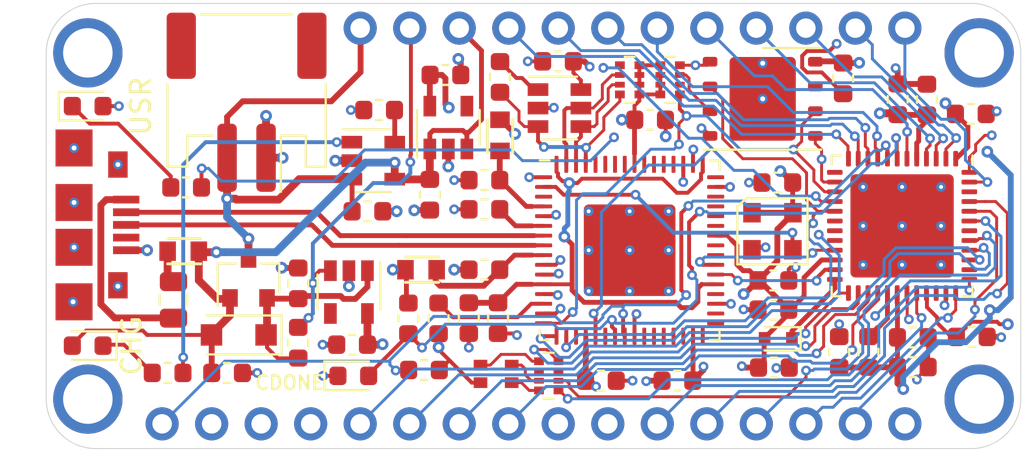
<source format=kicad_pcb>
(kicad_pcb (version 20171130) (host pcbnew "(5.1.2)-1")
  (layers (0 F.Cu signal) (1 GND signal) (2 3V3 signal) (31 B.Cu signal) (34 B.Paste user) (35 F.Paste user) (36 B.SilkS user) (37 F.SilkS user) (38 B.Mask user) (39 F.Mask user) (44 Edge.Cuts user))
  (net 0 "")
  (net 1 "Net-(C1-Pad1)")
  (net 2 +BATT)
  (net 3 +3V3)
  (net 4 +5V)
  (net 5 +1V2)
  (net 6 +1V8)
  (net 7 "Net-(D1-Pad1)")
  (net 8 "Net-(D4-Pad1)")
  (net 9 /ICE_CDONE)
  (net 10 "Net-(D6-Pad1)")
  (net 11 "Net-(D6-Pad3)")
  (net 12 "Net-(D6-Pad2)")
  (net 13 "Net-(D7-Pad1)")
  (net 14 "Net-(F1-Pad1)")
  (net 15 VBUS)
  (net 16 /LDO_EN)
  (net 17 /nICE_CRESET)
  (net 18 "Net-(R2-Pad1)")
  (net 19 "Net-(R3-Pad1)")
  (net 20 "Net-(R6-Pad1)")
  (net 21 /nLED_RED)
  (net 22 /nLED_GREEN)
  (net 23 /nLED_BLUE)
  (net 24 "Net-(R13-Pad2)")
  (net 25 "/FTDI Programmer / UART/FT_EEDATA")
  (net 26 "Net-(R14-Pad1)")
  (net 27 "Net-(R15-Pad1)")
  (net 28 /ICE_SCK)
  (net 29 /FLASH_nWP|IO2)
  (net 30 /ICE_SS)
  (net 31 "/FTDI Programmer / UART/FT_EECS")
  (net 32 "/FTDI Programmer / UART/FT_EECLK")
  (net 33 /FLASH_MISO|IO1)
  (net 34 /FLASH_MOSI|IO0)
  (net 35 /ICE_CLK)
  (net 36 "Net-(C31-Pad1)")
  (net 37 "Net-(C32-Pad1)")
  (net 38 GND)
  (net 39 /USB_P)
  (net 40 /USB_N)
  (net 41 /nLED)
  (net 42 /TX_FPGA)
  (net 43 /RX_FPGA)
  (net 44 /IO3)
  (net 45 /IO2)
  (net 46 /IO1)
  (net 47 /IO0)
  (net 48 /IO5)
  (net 49 /IO4)
  (net 50 /IO6)
  (net 51 /IO7)
  (net 52 /IO11)
  (net 53 /IO12)
  (net 54 /IO13)
  (net 55 /IO14)
  (net 56 /IO15)
  (net 57 /IO16)
  (net 58 /IO17)
  (net 59 /IO18)
  (net 60 /IO19)
  (net 61 /IO10)
  (net 62 /IO9)
  (net 63 /IO8)
  (module josh-footprints:BEADC1608X95N (layer F.Cu) (at 45.55 36.1 180)
    (fp_text reference FB2 hide)
    (fp_text value "600R " hide)
    (pad 1 smd rect (at -0.8 0 180) (size 0.85 1) (layers F.Cu F.Paste F.Mask) (net 36 "Net-(C31-Pad1)"))
    (pad 2 smd rect (at 0.8 0 180) (size 0.85 1) (layers F.Cu F.Paste F.Mask) (net 3 +3V3))
  )
  (module josh-footprints:QFN-64-1EP_9x9mm_P0.5mm_EP4.7x4.7mm_ThermalVias (layer F.Cu) (at 56.25 35.1)
    (fp_text reference U8 hide)
    (fp_text value FT2232H)
    (pad 64 smd roundrect (at -3.75 -4.4125) (size 0.2 0.875) (layers F.Cu F.Paste F.Mask) (net 6 +1V8))
    (pad 63 smd roundrect (at -3.25 -4.4125) (size 0.2 0.875) (layers F.Cu F.Paste F.Mask) (net 31 "/FTDI Programmer / UART/FT_EECS"))
    (pad 62 smd roundrect (at -2.75 -4.4125) (size 0.2 0.875) (layers F.Cu F.Paste F.Mask) (net 32 "/FTDI Programmer / UART/FT_EECLK"))
    (pad 61 smd roundrect (at -2.25 -4.4125) (size 0.2 0.875) (layers F.Cu F.Paste F.Mask) (net 25 "/FTDI Programmer / UART/FT_EEDATA"))
    (pad 60 smd roundrect (at -1.75 -4.4125) (size 0.2 0.875) (layers F.Cu F.Paste F.Mask))
    (pad 59 smd roundrect (at -1.25 -4.4125) (size 0.2 0.875) (layers F.Cu F.Paste F.Mask))
    (pad 58 smd roundrect (at -0.75 -4.4125) (size 0.2 0.875) (layers F.Cu F.Paste F.Mask))
    (pad 57 smd roundrect (at -0.25 -4.4125) (size 0.2 0.875) (layers F.Cu F.Paste F.Mask))
    (pad 56 smd roundrect (at 0.25 -4.4125) (size 0.2 0.875) (layers F.Cu F.Paste F.Mask) (net 3 +3V3))
    (pad 55 smd roundrect (at 0.75 -4.4125) (size 0.2 0.875) (layers F.Cu F.Paste F.Mask))
    (pad 54 smd roundrect (at 1.25 -4.4125) (size 0.2 0.875) (layers F.Cu F.Paste F.Mask))
    (pad 53 smd roundrect (at 1.75 -4.4125) (size 0.2 0.875) (layers F.Cu F.Paste F.Mask))
    (pad 52 smd roundrect (at 2.25 -4.4125) (size 0.2 0.875) (layers F.Cu F.Paste F.Mask))
    (pad 51 smd roundrect (at 2.75 -4.4125) (size 0.2 0.875) (layers F.Cu F.Paste F.Mask) (net 38 GND))
    (pad 50 smd roundrect (at 3.25 -4.4125) (size 0.2 0.875) (layers F.Cu F.Paste F.Mask) (net 3 +3V3))
    (pad 49 smd roundrect (at 3.75 -4.4125) (size 0.2 0.875) (layers F.Cu F.Paste F.Mask) (net 6 +1V8))
    (pad 48 smd roundrect (at 4.4125 -3.75) (size 0.875 0.2) (layers F.Cu F.Paste F.Mask))
    (pad 47 smd roundrect (at 4.4125 -3.25) (size 0.875 0.2) (layers F.Cu F.Paste F.Mask) (net 38 GND))
    (pad 46 smd roundrect (at 4.4125 -2.75) (size 0.875 0.2) (layers F.Cu F.Paste F.Mask))
    (pad 45 smd roundrect (at 4.4125 -2.25) (size 0.875 0.2) (layers F.Cu F.Paste F.Mask))
    (pad 44 smd roundrect (at 4.4125 -1.75) (size 0.875 0.2) (layers F.Cu F.Paste F.Mask))
    (pad 43 smd roundrect (at 4.4125 -1.25) (size 0.875 0.2) (layers F.Cu F.Paste F.Mask))
    (pad 42 smd roundrect (at 4.4125 -0.75) (size 0.875 0.2) (layers F.Cu F.Paste F.Mask) (net 3 +3V3))
    (pad 41 smd roundrect (at 4.4125 -0.25) (size 0.875 0.2) (layers F.Cu F.Paste F.Mask))
    (pad 40 smd roundrect (at 4.4125 0.25) (size 0.875 0.2) (layers F.Cu F.Paste F.Mask))
    (pad 39 smd roundrect (at 4.4125 0.75) (size 0.875 0.2) (layers F.Cu F.Paste F.Mask) (net 42 /TX_FPGA))
    (pad 38 smd roundrect (at 4.4125 1.25) (size 0.875 0.2) (layers F.Cu F.Paste F.Mask) (net 43 /RX_FPGA))
    (pad 37 smd roundrect (at 4.4125 1.75) (size 0.875 0.2) (layers F.Cu F.Paste F.Mask) (net 6 +1V8))
    (pad 36 smd roundrect (at 4.4125 2.25) (size 0.875 0.2) (layers F.Cu F.Paste F.Mask))
    (pad 35 smd roundrect (at 4.4125 2.75) (size 0.875 0.2) (layers F.Cu F.Paste F.Mask) (net 38 GND))
    (pad 34 smd roundrect (at 4.4125 3.25) (size 0.875 0.2) (layers F.Cu F.Paste F.Mask))
    (pad 33 smd roundrect (at 4.4125 3.75) (size 0.875 0.2) (layers F.Cu F.Paste F.Mask))
    (pad 32 smd roundrect (at 3.75 4.4125) (size 0.2 0.875) (layers F.Cu F.Paste F.Mask))
    (pad 31 smd roundrect (at 3.25 4.4125) (size 0.2 0.875) (layers F.Cu F.Paste F.Mask) (net 3 +3V3))
    (pad 30 smd roundrect (at 2.75 4.4125) (size 0.2 0.875) (layers F.Cu F.Paste F.Mask))
    (pad 29 smd roundrect (at 2.25 4.4125) (size 0.2 0.875) (layers F.Cu F.Paste F.Mask))
    (pad 28 smd roundrect (at 1.75 4.4125) (size 0.2 0.875) (layers F.Cu F.Paste F.Mask))
    (pad 27 smd roundrect (at 1.25 4.4125) (size 0.2 0.875) (layers F.Cu F.Paste F.Mask))
    (pad 26 smd roundrect (at 0.75 4.4125) (size 0.2 0.875) (layers F.Cu F.Paste F.Mask))
    (pad 25 smd roundrect (at 0.25 4.4125) (size 0.2 0.875) (layers F.Cu F.Paste F.Mask) (net 38 GND))
    (pad 24 smd roundrect (at -0.25 4.4125) (size 0.2 0.875) (layers F.Cu F.Paste F.Mask) (net 17 /nICE_CRESET))
    (pad 23 smd roundrect (at -0.75 4.4125) (size 0.2 0.875) (layers F.Cu F.Paste F.Mask) (net 9 /ICE_CDONE))
    (pad 22 smd roundrect (at -1.25 4.4125) (size 0.2 0.875) (layers F.Cu F.Paste F.Mask))
    (pad 21 smd roundrect (at -1.75 4.4125) (size 0.2 0.875) (layers F.Cu F.Paste F.Mask) (net 30 /ICE_SS))
    (pad 20 smd roundrect (at -2.25 4.4125) (size 0.2 0.875) (layers F.Cu F.Paste F.Mask) (net 3 +3V3))
    (pad 19 smd roundrect (at -2.75 4.4125) (size 0.2 0.875) (layers F.Cu F.Paste F.Mask))
    (pad 18 smd roundrect (at -3.25 4.4125) (size 0.2 0.875) (layers F.Cu F.Paste F.Mask) (net 33 /FLASH_MISO|IO1))
    (pad 17 smd roundrect (at -3.75 4.4125) (size 0.2 0.875) (layers F.Cu F.Paste F.Mask) (net 34 /FLASH_MOSI|IO0))
    (pad 16 smd roundrect (at -4.4125 3.75) (size 0.875 0.2) (layers F.Cu F.Paste F.Mask) (net 28 /ICE_SCK))
    (pad 15 smd roundrect (at -4.4125 3.25) (size 0.875 0.2) (layers F.Cu F.Paste F.Mask) (net 38 GND))
    (pad 14 smd roundrect (at -4.4125 2.75) (size 0.875 0.2) (layers F.Cu F.Paste F.Mask) (net 26 "Net-(R14-Pad1)"))
    (pad 13 smd roundrect (at -4.4125 2.25) (size 0.875 0.2) (layers F.Cu F.Paste F.Mask) (net 38 GND))
    (pad 12 smd roundrect (at -4.4125 1.75) (size 0.875 0.2) (layers F.Cu F.Paste F.Mask) (net 6 +1V8))
    (pad 11 smd roundrect (at -4.4125 1.25) (size 0.875 0.2) (layers F.Cu F.Paste F.Mask) (net 38 GND))
    (pad 10 smd roundrect (at -4.4125 0.75) (size 0.875 0.2) (layers F.Cu F.Paste F.Mask) (net 38 GND))
    (pad 9 smd roundrect (at -4.4125 0.25) (size 0.875 0.2) (layers F.Cu F.Paste F.Mask) (net 36 "Net-(C31-Pad1)"))
    (pad 8 smd roundrect (at -4.4125 -0.25) (size 0.875 0.2) (layers F.Cu F.Paste F.Mask) (net 39 /USB_P))
    (pad 7 smd roundrect (at -4.4125 -0.75) (size 0.875 0.2) (layers F.Cu F.Paste F.Mask) (net 40 /USB_N))
    (pad 6 smd roundrect (at -4.4125 -1.25) (size 0.875 0.2) (layers F.Cu F.Paste F.Mask) (net 27 "Net-(R15-Pad1)"))
    (pad 5 smd roundrect (at -4.4125 -1.75) (size 0.875 0.2) (layers F.Cu F.Paste F.Mask) (net 38 GND))
    (pad 4 smd roundrect (at -4.4125 -2.25) (size 0.875 0.2) (layers F.Cu F.Paste F.Mask) (net 37 "Net-(C32-Pad1)"))
    (pad 3 smd roundrect (at -4.4125 -2.75) (size 0.875 0.2) (layers F.Cu F.Paste F.Mask))
    (pad 2 smd roundrect (at -4.4125 -3.25) (size 0.875 0.2) (layers F.Cu F.Paste F.Mask) (net 35 /ICE_CLK))
    (pad 1 smd roundrect (at -4.4125 -3.75) (size 0.875 0.2) (layers F.Cu F.Paste F.Mask) (net 38 GND))
    (pad 65 thru_hole circle (at 2 2.1) (size 0.5 0.5) (drill 0.2) (layers *.Cu))
    (pad 65 thru_hole circle (at 0 2.1) (size 0.5 0.5) (drill 0.2) (layers *.Cu))
    (pad 65 thru_hole circle (at -2.1 2.1) (size 0.5 0.5) (drill 0.2) (layers *.Cu))
    (pad 65 thru_hole circle (at 2 0) (size 0.5 0.5) (drill 0.2) (layers *.Cu))
    (pad 65 thru_hole circle (at 0 0) (size 0.5 0.5) (drill 0.2) (layers *.Cu))
    (pad 65 thru_hole circle (at -2.1 0) (size 0.5 0.5) (drill 0.2) (layers *.Cu))
    (pad 65 thru_hole circle (at 2 -2) (size 0.5 0.5) (drill 0.2) (layers *.Cu))
    (pad 65 thru_hole circle (at 0 -2) (size 0.5 0.5) (drill 0.2) (layers *.Cu))
    (pad 65 thru_hole circle (at -2.1 -2) (size 0.5 0.5) (drill 0.2) (layers *.Cu))
    (pad 65 smd roundrect (at 0 0) (size 4.7 4.7) (layers F.Cu F.Mask) (roundrect_rratio 0.053191))
  )
  (module josh-footprints:WSON-8-1EP_6x5mm_P1.27mm_EP3.4x4.3mm (layer F.Cu) (at 63.075 27.325)
    (fp_text reference U2 hide)
    (fp_text value W25Q32JVZP)
    (pad 8 smd roundrect (at 2.7 -1.905) (size 0.75 0.5) (layers F.Cu F.Paste F.Mask) (net 3 +3V3))
    (pad 7 smd roundrect (at 2.7 -0.635) (size 0.75 0.5) (layers F.Cu F.Paste F.Mask))
    (pad 6 smd roundrect (at 2.7 0.635) (size 0.75 0.5) (layers F.Cu F.Paste F.Mask) (net 28 /ICE_SCK))
    (pad 5 smd roundrect (at 2.7 1.905) (size 0.75 0.5) (layers F.Cu F.Paste F.Mask) (net 34 /FLASH_MOSI|IO0))
    (pad 4 smd roundrect (at -2.7 1.905) (size 0.75 0.5) (layers F.Cu F.Paste F.Mask) (net 38 GND))
    (pad 3 smd roundrect (at -2.7 0.635) (size 0.75 0.5) (layers F.Cu F.Paste F.Mask) (net 29 /FLASH_nWP|IO2))
    (pad 2 smd roundrect (at -2.7 -0.635) (size 0.75 0.5) (layers F.Cu F.Paste F.Mask) (net 33 /FLASH_MISO|IO1))
    (pad 1 smd roundrect (at -2.7 -1.905) (size 0.75 0.5) (layers F.Cu F.Paste F.Mask) (net 30 /ICE_SS))
    (pad 9 smd roundrect (at 0 0) (size 3.4 4.3) (layers F.Cu F.Mask) (roundrect_rratio 0.073529) (net 38 GND))
  )
  (module josh-footprints:0606LED (layer F.Cu) (at 49.4 41.45 90)
    (fp_text reference D6 hide)
    (fp_text value LTST-C19HE1WT)
    (pad 2 smd rect (at 0.45 0.8 90) (size 0.55 0.7) (layers F.Cu F.Paste F.Mask) (net 12 "Net-(D6-Pad2)"))
    (pad 3 smd rect (at 0.45 -0.8 90) (size 0.55 0.7) (layers F.Cu F.Paste F.Mask) (net 11 "Net-(D6-Pad3)"))
    (pad 1 smd rect (at -0.45 0.8 90) (size 0.55 0.7) (layers F.Cu F.Paste F.Mask) (net 10 "Net-(D6-Pad1)"))
    (pad 4 smd rect (at -0.45 -0.8 90) (size 0.55 0.7) (layers F.Cu F.Paste F.Mask) (net 3 +3V3))
  )
  (module josh-footprints:CDFN_3.2x2.5mm_XO (layer F.Cu) (at 63.575 34.125 270)
    (fp_text reference X1 hide)
    (fp_text value DSC6101CI1A)
    (pad 2 smd rect (at 0.95 1.05 270) (size 1 0.9) (layers F.Cu F.Paste F.Mask) (net 38 GND))
    (pad 3 smd rect (at 0.95 -1.05 270) (size 1 0.9) (layers F.Cu F.Paste F.Mask) (net 35 /ICE_CLK))
    (pad 1 smd rect (at -0.95 1.05 270) (size 1 0.9) (layers F.Cu F.Paste F.Mask) (net 3 +3V3))
    (pad 4 smd rect (at -0.95 -1.05 270) (size 1 0.9) (layers F.Cu F.Paste F.Mask) (net 3 +3V3))
  )
  (module Resistor_SMD:R_0603_1608Metric (layer F.Cu) (at 45.7 41.25 180)
    (fp_text reference R5 hide)
    (fp_text value 10K)
    (pad 2 smd roundrect (at 0.7875 0 180) (size 0.875 0.95) (layers F.Cu F.Paste F.Mask) (net 17 /nICE_CRESET))
    (pad 1 smd roundrect (at -0.7875 0 180) (size 0.875 0.95) (layers F.Cu F.Paste F.Mask) (net 3 +3V3))
  )
  (module josh-footprints:QFN-48-1EP_7x7mm_P0.5mm_EP5.3x5.3mm_ThermalVias (layer F.Cu) (at 70.225 33.85 270)
    (fp_text reference U6 hide)
    (fp_text value ICE40UP5K-SG48ITR)
    (pad 48 smd roundrect (at -2.75 -3.45 270) (size 0.25 0.8) (layers F.Cu F.Paste F.Mask) (net 41 /nLED))
    (pad 47 smd roundrect (at -2.25 -3.45 270) (size 0.25 0.8) (layers F.Cu F.Paste F.Mask) (net 52 /IO11))
    (pad 46 smd roundrect (at -1.75 -3.45 270) (size 0.25 0.8) (layers F.Cu F.Paste F.Mask))
    (pad 45 smd roundrect (at -1.25 -3.45 270) (size 0.25 0.8) (layers F.Cu F.Paste F.Mask) (net 51 /IO7))
    (pad 44 smd roundrect (at -0.75 -3.45 270) (size 0.25 0.8) (layers F.Cu F.Paste F.Mask) (net 61 /IO10))
    (pad 43 smd roundrect (at -0.25 -3.45 270) (size 0.25 0.8) (layers F.Cu F.Paste F.Mask) (net 49 /IO4))
    (pad 42 smd roundrect (at 0.25 -3.45 270) (size 0.25 0.8) (layers F.Cu F.Paste F.Mask))
    (pad 41 smd roundrect (at 0.75 -3.45 270) (size 0.25 0.8) (layers F.Cu F.Paste F.Mask) (net 21 /nLED_RED))
    (pad 40 smd roundrect (at 1.25 -3.45 270) (size 0.25 0.8) (layers F.Cu F.Paste F.Mask) (net 22 /nLED_GREEN))
    (pad 39 smd roundrect (at 1.75 -3.45 270) (size 0.25 0.8) (layers F.Cu F.Paste F.Mask) (net 23 /nLED_BLUE))
    (pad 38 smd roundrect (at 2.25 -3.45 270) (size 0.25 0.8) (layers F.Cu F.Paste F.Mask))
    (pad 37 smd roundrect (at 2.75 -3.45 270) (size 0.25 0.8) (layers F.Cu F.Paste F.Mask) (net 50 /IO6))
    (pad 36 smd roundrect (at 3.45 -2.75 270) (size 0.8 0.25) (layers F.Cu F.Paste F.Mask) (net 62 /IO9))
    (pad 35 smd roundrect (at 3.45 -2.25 270) (size 0.8 0.25) (layers F.Cu F.Paste F.Mask) (net 35 /ICE_CLK))
    (pad 34 smd roundrect (at 3.45 -1.75 270) (size 0.8 0.25) (layers F.Cu F.Paste F.Mask))
    (pad 33 smd roundrect (at 3.45 -1.25 270) (size 0.8 0.25) (layers F.Cu F.Paste F.Mask) (net 3 +3V3))
    (pad 32 smd roundrect (at 3.45 -0.75 270) (size 0.8 0.25) (layers F.Cu F.Paste F.Mask) (net 63 /IO8))
    (pad 31 smd roundrect (at 3.45 -0.25 270) (size 0.8 0.25) (layers F.Cu F.Paste F.Mask) (net 48 /IO5))
    (pad 30 smd roundrect (at 3.45 0.25 270) (size 0.8 0.25) (layers F.Cu F.Paste F.Mask) (net 5 +1V2))
    (pad 29 smd roundrect (at 3.45 0.75 270) (size 0.8 0.25) (layers F.Cu F.Paste F.Mask) (net 20 "Net-(R6-Pad1)"))
    (pad 28 smd roundrect (at 3.45 1.25 270) (size 0.8 0.25) (layers F.Cu F.Paste F.Mask) (net 44 /IO3))
    (pad 27 smd roundrect (at 3.45 1.75 270) (size 0.8 0.25) (layers F.Cu F.Paste F.Mask) (net 45 /IO2))
    (pad 26 smd roundrect (at 3.45 2.25 270) (size 0.8 0.25) (layers F.Cu F.Paste F.Mask) (net 46 /IO1))
    (pad 25 smd roundrect (at 3.45 2.75 270) (size 0.8 0.25) (layers F.Cu F.Paste F.Mask) (net 47 /IO0))
    (pad 24 smd roundrect (at 2.75 3.45 270) (size 0.25 0.8) (layers F.Cu F.Paste F.Mask) (net 8 "Net-(D4-Pad1)"))
    (pad 23 smd roundrect (at 2.25 3.45 270) (size 0.25 0.8) (layers F.Cu F.Paste F.Mask) (net 43 /RX_FPGA))
    (pad 22 smd roundrect (at 1.75 3.45 270) (size 0.25 0.8) (layers F.Cu F.Paste F.Mask) (net 3 +3V3))
    (pad 21 smd roundrect (at 1.25 3.45 270) (size 0.25 0.8) (layers F.Cu F.Paste F.Mask) (net 42 /TX_FPGA))
    (pad 20 smd roundrect (at 0.75 3.45 270) (size 0.25 0.8) (layers F.Cu F.Paste F.Mask))
    (pad 19 smd roundrect (at 0.25 3.45 270) (size 0.25 0.8) (layers F.Cu F.Paste F.Mask))
    (pad 18 smd roundrect (at -0.25 3.45 270) (size 0.25 0.8) (layers F.Cu F.Paste F.Mask))
    (pad 17 smd roundrect (at -0.75 3.45 270) (size 0.25 0.8) (layers F.Cu F.Paste F.Mask) (net 33 /FLASH_MISO|IO1))
    (pad 16 smd roundrect (at -1.25 3.45 270) (size 0.25 0.8) (layers F.Cu F.Paste F.Mask) (net 30 /ICE_SS))
    (pad 15 smd roundrect (at -1.75 3.45 270) (size 0.25 0.8) (layers F.Cu F.Paste F.Mask) (net 28 /ICE_SCK))
    (pad 14 smd roundrect (at -2.25 3.45 270) (size 0.25 0.8) (layers F.Cu F.Paste F.Mask) (net 34 /FLASH_MOSI|IO0))
    (pad 13 smd roundrect (at -2.75 3.45 270) (size 0.25 0.8) (layers F.Cu F.Paste F.Mask))
    (pad 12 smd roundrect (at -3.45 2.75 270) (size 0.8 0.25) (layers F.Cu F.Paste F.Mask) (net 60 /IO19))
    (pad 11 smd roundrect (at -3.45 2.25 270) (size 0.8 0.25) (layers F.Cu F.Paste F.Mask) (net 59 /IO18))
    (pad 10 smd roundrect (at -3.45 1.75 270) (size 0.8 0.25) (layers F.Cu F.Paste F.Mask) (net 58 /IO17))
    (pad 9 smd roundrect (at -3.45 1.25 270) (size 0.8 0.25) (layers F.Cu F.Paste F.Mask) (net 57 /IO16))
    (pad 8 smd roundrect (at -3.45 0.75 270) (size 0.8 0.25) (layers F.Cu F.Paste F.Mask) (net 17 /nICE_CRESET))
    (pad 7 smd roundrect (at -3.45 0.25 270) (size 0.8 0.25) (layers F.Cu F.Paste F.Mask) (net 9 /ICE_CDONE))
    (pad 6 smd roundrect (at -3.45 -0.25 270) (size 0.8 0.25) (layers F.Cu F.Paste F.Mask) (net 56 /IO15))
    (pad 5 smd roundrect (at -3.45 -0.75 270) (size 0.8 0.25) (layers F.Cu F.Paste F.Mask) (net 5 +1V2))
    (pad 4 smd roundrect (at -3.45 -1.25 270) (size 0.8 0.25) (layers F.Cu F.Paste F.Mask) (net 55 /IO14))
    (pad 3 smd roundrect (at -3.45 -1.75 270) (size 0.8 0.25) (layers F.Cu F.Paste F.Mask) (net 54 /IO13))
    (pad 2 smd roundrect (at -3.45 -2.25 270) (size 0.8 0.25) (layers F.Cu F.Paste F.Mask) (net 53 /IO12))
    (pad 1 smd roundrect (at -3.45 -2.75 270) (size 0.8 0.25) (layers F.Cu F.Paste F.Mask) (net 3 +3V3))
    (pad 49 thru_hole circle (at 2 2 270) (size 0.5 0.5) (drill 0.2) (layers *.Cu) (net 38 GND))
    (pad 49 thru_hole circle (at 0 2 270) (size 0.5 0.5) (drill 0.2) (layers *.Cu) (net 38 GND))
    (pad 49 thru_hole circle (at -2 2 270) (size 0.5 0.5) (drill 0.2) (layers *.Cu) (net 38 GND))
    (pad 49 thru_hole circle (at 2 0 270) (size 0.5 0.5) (drill 0.2) (layers *.Cu) (net 38 GND))
    (pad 49 thru_hole circle (at 0 0 270) (size 0.5 0.5) (drill 0.2) (layers *.Cu) (net 38 GND))
    (pad 49 thru_hole circle (at -2 0 270) (size 0.5 0.5) (drill 0.2) (layers *.Cu) (net 38 GND))
    (pad 49 thru_hole circle (at 2 -2 270) (size 0.5 0.5) (drill 0.2) (layers *.Cu) (net 38 GND))
    (pad 49 thru_hole circle (at 0 -2 270) (size 0.5 0.5) (drill 0.2) (layers *.Cu) (net 38 GND))
    (pad 49 thru_hole circle (at -2 -2 270) (size 0.5 0.5) (drill 0.2) (layers *.Cu) (net 38 GND))
    (pad 49 smd roundrect (at 0 0 270) (size 5.3 5.3) (layers F.Cu F.Mask) (roundrect_rratio 0.04717) (net 38 GND))
  )
  (module Resistor_SMD:R_Array_Convex_4x0402 (layer F.Cu) (at 52.1 41.55 180)
    (fp_text reference RN3 hide)
    (fp_text value 1K)
    (pad 5 smd rect (at 0.5 0.75 180) (size 0.5 0.4) (layers F.Cu F.Paste F.Mask) (net 11 "Net-(D6-Pad3)"))
    (pad 6 smd rect (at 0.5 0.25 180) (size 0.5 0.3) (layers F.Cu F.Paste F.Mask))
    (pad 8 smd rect (at 0.5 -0.75 180) (size 0.5 0.4) (layers F.Cu F.Paste F.Mask) (net 10 "Net-(D6-Pad1)"))
    (pad 7 smd rect (at 0.5 -0.25 180) (size 0.5 0.3) (layers F.Cu F.Paste F.Mask) (net 12 "Net-(D6-Pad2)"))
    (pad 4 smd rect (at -0.5 0.75 180) (size 0.5 0.4) (layers F.Cu F.Paste F.Mask) (net 23 /nLED_BLUE))
    (pad 2 smd rect (at -0.5 -0.25 180) (size 0.5 0.3) (layers F.Cu F.Paste F.Mask) (net 22 /nLED_GREEN))
    (pad 3 smd rect (at -0.5 0.25 180) (size 0.5 0.3) (layers F.Cu F.Paste F.Mask))
    (pad 1 smd rect (at -0.5 -0.75 180) (size 0.5 0.4) (layers F.Cu F.Paste F.Mask) (net 21 /nLED_RED))
  )
  (module Capacitor_SMD:C_0603_1608Metric (layer F.Cu) (at 63.65 41.125)
    (fp_text reference C21 hide)
    (fp_text value 100n)
    (pad 2 smd roundrect (at 0.7875 0) (size 0.875 0.95) (layers F.Cu F.Paste F.Mask) (net 38 GND))
    (pad 1 smd roundrect (at -0.7875 0) (size 0.875 0.95) (layers F.Cu F.Paste F.Mask) (net 3 +3V3))
  )
  (module Capacitor_SMD:C_0603_1608Metric (layer F.Cu) (at 73.75 28.1)
    (fp_text reference C8 hide)
    (fp_text value 100n)
    (pad 2 smd roundrect (at 0.7875 0) (size 0.875 0.95) (layers F.Cu F.Paste F.Mask) (net 38 GND))
    (pad 1 smd roundrect (at -0.7875 0) (size 0.875 0.95) (layers F.Cu F.Paste F.Mask) (net 3 +3V3))
  )
  (module josh-footprints:JST_PH_S2B-PH-SM4-TB_1x02-1MP_P2.00mm_Horizontal (layer F.Cu) (at 36.6 27.5 180)
    (fp_text reference J2 hide)
    (fp_text value JST_PH)
    (pad MP smd roundrect (at 3.35 2.9 180) (size 1.5 3.4) (layers F.Cu F.Paste F.Mask) (roundrect_rratio 0.166667))
    (pad MP smd roundrect (at -3.35 2.9 180) (size 1.5 3.4) (layers F.Cu F.Paste F.Mask) (roundrect_rratio 0.166667))
    (pad 2 smd roundrect (at 1 -2.85 180) (size 1 3.5) (layers F.Cu F.Paste F.Mask) (net 2 +BATT))
    (pad 1 smd roundrect (at -1 -2.85 180) (size 1 3.5) (layers F.Cu F.Paste F.Mask) (net 38 GND))
  )
  (module Package_TO_SOT_SMD:SOT-23-6 (layer F.Cu) (at 52.65 27.8)
    (fp_text reference U7 hide)
    (fp_text value 93C46B)
    (pad 5 smd rect (at 1.1 0) (size 1.06 0.65) (layers F.Cu F.Paste F.Mask) (net 31 "/FTDI Programmer / UART/FT_EECS"))
    (pad 6 smd rect (at 1.1 -0.95) (size 1.06 0.65) (layers F.Cu F.Paste F.Mask) (net 3 +3V3))
    (pad 4 smd rect (at 1.1 0.95) (size 1.06 0.65) (layers F.Cu F.Paste F.Mask) (net 32 "/FTDI Programmer / UART/FT_EECLK"))
    (pad 3 smd rect (at -1.1 0.95) (size 1.06 0.65) (layers F.Cu F.Paste F.Mask) (net 25 "/FTDI Programmer / UART/FT_EEDATA"))
    (pad 2 smd rect (at -1.1 0) (size 1.06 0.65) (layers F.Cu F.Paste F.Mask) (net 38 GND))
    (pad 1 smd rect (at -1.1 -0.95) (size 1.06 0.65) (layers F.Cu F.Paste F.Mask) (net 24 "Net-(R13-Pad2)"))
  )
  (module Capacitor_SMD:C_0603_1608Metric (layer F.Cu) (at 39.25 36.8 90)
    (fp_text reference C1 hide)
    (fp_text value 10u)
    (pad 2 smd roundrect (at 0.7875 0 90) (size 0.875 0.95) (layers F.Cu F.Paste F.Mask) (net 38 GND))
    (pad 1 smd roundrect (at -0.7875 0 90) (size 0.875 0.95) (layers F.Cu F.Paste F.Mask) (net 1 "Net-(C1-Pad1)"))
  )
  (module Capacitor_SMD:C_0603_1608Metric (layer F.Cu) (at 42.8 33.1)
    (fp_text reference C2 hide)
    (fp_text value 10u)
    (pad 2 smd roundrect (at 0.7875 0) (size 0.875 0.95) (layers F.Cu F.Paste F.Mask) (net 38 GND))
    (pad 1 smd roundrect (at -0.7875 0) (size 0.875 0.95) (layers F.Cu F.Paste F.Mask) (net 2 +BATT))
  )
  (module Capacitor_SMD:C_0603_1608Metric (layer F.Cu) (at 63.825 31.625 180)
    (fp_text reference C3 hide)
    (fp_text value 100n)
    (pad 2 smd roundrect (at 0.7875 0 180) (size 0.875 0.95) (layers F.Cu F.Paste F.Mask) (net 38 GND))
    (pad 1 smd roundrect (at -0.7875 0 180) (size 0.875 0.95) (layers F.Cu F.Paste F.Mask) (net 3 +3V3))
  )
  (module Capacitor_SMD:C_0603_1608Metric (layer F.Cu) (at 42.0125 39.95 180)
    (fp_text reference C4 hide)
    (fp_text value 10u)
    (pad 2 smd roundrect (at 0.7875 0 180) (size 0.875 0.95) (layers F.Cu F.Paste F.Mask) (net 38 GND))
    (pad 1 smd roundrect (at -0.7875 0 180) (size 0.875 0.95) (layers F.Cu F.Paste F.Mask) (net 3 +3V3))
  )
  (module Capacitor_SMD:C_0603_1608Metric (layer F.Cu) (at 46 32.25 270)
    (fp_text reference C5 hide)
    (fp_text value 1u)
    (pad 1 smd roundrect (at -0.7875 0 270) (size 0.875 0.95) (layers F.Cu F.Paste F.Mask) (net 4 +5V))
    (pad 2 smd roundrect (at 0.7875 0 270) (size 0.875 0.95) (layers F.Cu F.Paste F.Mask) (net 38 GND))
  )
  (module Capacitor_SMD:C_0603_1608Metric (layer F.Cu) (at 46.8 26.1)
    (fp_text reference C6 hide)
    (fp_text value 1u)
    (pad 1 smd roundrect (at -0.7875 0) (size 0.875 0.95) (layers F.Cu F.Paste F.Mask) (net 5 +1V2))
    (pad 2 smd roundrect (at 0.7875 0) (size 0.875 0.95) (layers F.Cu F.Paste F.Mask) (net 38 GND))
  )
  (module Capacitor_SMD:C_0603_1608Metric (layer F.Cu) (at 67.2 26.275 270)
    (fp_text reference C7 hide)
    (fp_text value 100n)
    (pad 1 smd roundrect (at -0.7875 0 270) (size 0.875 0.95) (layers F.Cu F.Paste F.Mask) (net 3 +3V3))
    (pad 2 smd roundrect (at 0.7875 0 270) (size 0.875 0.95) (layers F.Cu F.Paste F.Mask) (net 38 GND))
  )
  (module Capacitor_SMD:C_0603_1608Metric (layer F.Cu) (at 70 27.35 90)
    (fp_text reference C10 hide)
    (fp_text value 10u)
    (pad 2 smd roundrect (at 0.7875 0 90) (size 0.875 0.95) (layers F.Cu F.Paste F.Mask) (net 38 GND))
    (pad 1 smd roundrect (at -0.7875 0 90) (size 0.875 0.95) (layers F.Cu F.Paste F.Mask) (net 5 +1V2))
  )
  (module Capacitor_SMD:C_0603_1608Metric (layer F.Cu) (at 73.8 39.55)
    (fp_text reference C11 hide)
    (fp_text value 100n)
    (pad 1 smd roundrect (at -0.7875 0) (size 0.875 0.95) (layers F.Cu F.Paste F.Mask) (net 3 +3V3))
    (pad 2 smd roundrect (at 0.7875 0) (size 0.875 0.95) (layers F.Cu F.Paste F.Mask) (net 38 GND))
  )
  (module Capacitor_SMD:C_0603_1608Metric (layer F.Cu) (at 71.5 27.3625 90)
    (fp_text reference C16 hide)
    (fp_text value 100n)
    (pad 1 smd roundrect (at -0.7875 0 90) (size 0.875 0.95) (layers F.Cu F.Paste F.Mask) (net 5 +1V2))
    (pad 2 smd roundrect (at 0.7875 0 90) (size 0.875 0.95) (layers F.Cu F.Paste F.Mask) (net 38 GND))
  )
  (module Capacitor_SMD:C_0603_1608Metric (layer F.Cu) (at 70.775 41.1)
    (fp_text reference C18 hide)
    (fp_text value 10u)
    (pad 1 smd roundrect (at -0.7875 0) (size 0.875 0.95) (layers F.Cu F.Paste F.Mask) (net 5 +1V2))
    (pad 2 smd roundrect (at 0.7875 0) (size 0.875 0.95) (layers F.Cu F.Paste F.Mask) (net 38 GND))
  )
  (module Capacitor_SMD:C_0603_1608Metric (layer F.Cu) (at 67 40.325 90)
    (fp_text reference C19 hide)
    (fp_text value 100n)
    (pad 2 smd roundrect (at 0.7875 0 90) (size 0.875 0.95) (layers F.Cu F.Paste F.Mask) (net 38 GND))
    (pad 1 smd roundrect (at -0.7875 0 90) (size 0.875 0.95) (layers F.Cu F.Paste F.Mask) (net 5 +1V2))
  )
  (module Capacitor_SMD:C_0603_1608Metric (layer F.Cu) (at 70.775 39.575)
    (fp_text reference C22 hide)
    (fp_text value 100n)
    (pad 2 smd roundrect (at 0.7875 0) (size 0.875 0.95) (layers F.Cu F.Paste F.Mask) (net 38 GND))
    (pad 1 smd roundrect (at -0.7875 0) (size 0.875 0.95) (layers F.Cu F.Paste F.Mask) (net 5 +1V2))
  )
  (module Capacitor_SMD:C_0603_1608Metric (layer F.Cu) (at 63.625 38.15 180)
    (fp_text reference C24 hide)
    (fp_text value 100n)
    (pad 2 smd roundrect (at 0.7875 0 180) (size 0.875 0.95) (layers F.Cu F.Paste F.Mask) (net 38 GND))
    (pad 1 smd roundrect (at -0.7875 0 180) (size 0.875 0.95) (layers F.Cu F.Paste F.Mask) (net 3 +3V3))
  )
  (module Capacitor_SMD:C_0603_1608Metric (layer F.Cu) (at 52.575 25.4 180)
    (fp_text reference C26 hide)
    (fp_text value 100n)
    (pad 1 smd roundrect (at -0.7875 0 180) (size 0.875 0.95) (layers F.Cu F.Paste F.Mask) (net 3 +3V3))
    (pad 2 smd roundrect (at 0.7875 0 180) (size 0.875 0.95) (layers F.Cu F.Paste F.Mask) (net 38 GND))
  )
  (module Capacitor_SMD:C_0603_1608Metric (layer F.Cu) (at 48 38.5875 270)
    (fp_text reference C28 hide)
    (fp_text value 4u7)
    (pad 1 smd roundrect (at -0.7875 0 270) (size 0.875 0.95) (layers F.Cu F.Paste F.Mask) (net 6 +1V8))
    (pad 2 smd roundrect (at 0.7875 0 270) (size 0.875 0.95) (layers F.Cu F.Paste F.Mask) (net 38 GND))
  )
  (module Capacitor_SMD:C_0603_1608Metric (layer F.Cu) (at 49.5 38.5875 270)
    (fp_text reference C30 hide)
    (fp_text value 100n)
    (pad 2 smd roundrect (at 0.7875 0 270) (size 0.875 0.95) (layers F.Cu F.Paste F.Mask) (net 38 GND))
    (pad 1 smd roundrect (at -0.7875 0 270) (size 0.875 0.95) (layers F.Cu F.Paste F.Mask) (net 6 +1V8))
  )
  (module Capacitor_SMD:C_0603_1608Metric (layer F.Cu) (at 48.8 36.1 180)
    (fp_text reference C31 hide)
    (fp_text value 100n)
    (pad 1 smd roundrect (at -0.7875 0 180) (size 0.875 0.95) (layers F.Cu F.Paste F.Mask) (net 36 "Net-(C31-Pad1)"))
    (pad 2 smd roundrect (at 0.7875 0 180) (size 0.875 0.95) (layers F.Cu F.Paste F.Mask) (net 38 GND))
  )
  (module Capacitor_SMD:C_0603_1608Metric (layer F.Cu) (at 48.8 31.5 180)
    (fp_text reference C32 hide)
    (fp_text value 100n)
    (pad 2 smd roundrect (at 0.7875 0 180) (size 0.875 0.95) (layers F.Cu F.Paste F.Mask) (net 38 GND))
    (pad 1 smd roundrect (at -0.7875 0 180) (size 0.875 0.95) (layers F.Cu F.Paste F.Mask) (net 37 "Net-(C32-Pad1)"))
  )
  (module Capacitor_SMD:C_0603_1608Metric (layer F.Cu) (at 57.3 28.4 180)
    (fp_text reference C33 hide)
    (fp_text value 100n)
    (pad 2 smd roundrect (at 0.7875 0 180) (size 0.875 0.95) (layers F.Cu F.Paste F.Mask) (net 3 +3V3))
    (pad 1 smd roundrect (at -0.7875 0 180) (size 0.875 0.95) (layers F.Cu F.Paste F.Mask) (net 38 GND))
  )
  (module Capacitor_SMD:C_0603_1608Metric (layer F.Cu) (at 63.625 36.65 180)
    (fp_text reference C34 hide)
    (fp_text value 100n)
    (pad 1 smd roundrect (at -0.7875 0 180) (size 0.875 0.95) (layers F.Cu F.Paste F.Mask) (net 38 GND))
    (pad 2 smd roundrect (at 0.7875 0 180) (size 0.875 0.95) (layers F.Cu F.Paste F.Mask) (net 3 +3V3))
  )
  (module Capacitor_SMD:C_0603_1608Metric (layer F.Cu) (at 54.775 41.8 180)
    (fp_text reference C35 hide)
    (fp_text value 100n)
    (pad 2 smd roundrect (at 0.7875 0 180) (size 0.875 0.95) (layers F.Cu F.Paste F.Mask) (net 3 +3V3))
    (pad 1 smd roundrect (at -0.7875 0 180) (size 0.875 0.95) (layers F.Cu F.Paste F.Mask) (net 38 GND))
  )
  (module Capacitor_SMD:C_0603_1608Metric (layer F.Cu) (at 58.7 41.8)
    (fp_text reference C36 hide)
    (fp_text value 100n)
    (pad 1 smd roundrect (at -0.7875 0) (size 0.875 0.95) (layers F.Cu F.Paste F.Mask) (net 38 GND))
    (pad 2 smd roundrect (at 0.7875 0) (size 0.875 0.95) (layers F.Cu F.Paste F.Mask) (net 3 +3V3))
  )
  (module LED_SMD:LED_0603_1608Metric (layer F.Cu) (at 28.45 40 180)
    (fp_text reference D1 hide)
    (fp_text value ORG)
    (pad 1 smd roundrect (at -0.7875 0 180) (size 0.875 0.95) (layers F.Cu F.Paste F.Mask) (net 7 "Net-(D1-Pad1)"))
    (pad 2 smd roundrect (at 0.7875 0 180) (size 0.875 0.95) (layers F.Cu F.Paste F.Mask) (net 4 +5V))
  )
  (module Diode_SMD:D_SOD-123F (layer F.Cu) (at 36.2 39.45 180)
    (fp_text reference D2 hide)
    (fp_text value MBR120)
    (pad 1 smd rect (at -1.4 0 180) (size 1.1 1.1) (layers F.Cu F.Paste F.Mask) (net 1 "Net-(C1-Pad1)"))
    (pad 2 smd rect (at 1.4 0 180) (size 1.1 1.1) (layers F.Cu F.Paste F.Mask) (net 4 +5V))
  )
  (module Diode_SMD:D_SOD-523 (layer F.Cu) (at 63.875 39.65 180)
    (fp_text reference D4 hide)
    (fp_text value CDBU0520)
    (pad 2 smd rect (at 0.7 0) (size 0.6 0.7) (layers F.Cu F.Paste F.Mask) (net 3 +3V3))
    (pad 1 smd rect (at -0.7 0) (size 0.6 0.7) (layers F.Cu F.Paste F.Mask) (net 8 "Net-(D4-Pad1)"))
  )
  (module LED_SMD:LED_0603_1608Metric (layer F.Cu) (at 42.075 41.55)
    (fp_text reference D5 hide)
    (fp_text value BLU)
    (pad 2 smd roundrect (at 0.7875 0) (size 0.875 0.95) (layers F.Cu F.Paste F.Mask) (net 9 /ICE_CDONE))
    (pad 1 smd roundrect (at -0.7875 0) (size 0.875 0.95) (layers F.Cu F.Paste F.Mask) (net 38 GND))
  )
  (module LED_SMD:LED_0603_1608Metric (layer F.Cu) (at 28.45 27.7)
    (fp_text reference D7 hide)
    (fp_text value LED)
    (pad 1 smd roundrect (at -0.7875 0) (size 0.875 0.95) (layers F.Cu F.Paste F.Mask) (net 13 "Net-(D7-Pad1)"))
    (pad 2 smd roundrect (at 0.7875 0) (size 0.875 0.95) (layers F.Cu F.Paste F.Mask) (net 3 +3V3))
  )
  (module josh-footprints:Fuse_0805_2012Metric (layer F.Cu) (at 32.85 37.65 270)
    (fp_text reference F1 hide)
    (fp_text value 500mA)
    (pad 1 smd roundrect (at -0.9375 0 270) (size 0.975 1.4) (layers F.Cu F.Paste F.Mask) (net 14 "Net-(F1-Pad1)"))
    (pad 2 smd roundrect (at 0.9375 0 270) (size 0.975 1.4) (layers F.Cu F.Paste F.Mask) (net 15 VBUS))
  )
  (module josh-footprints:BEADC1608X95N (layer F.Cu) (at 33.35 35.15 180)
    (fp_text reference FB1 hide)
    (fp_text value "600R " hide)
    (pad 1 smd rect (at -0.8 0 180) (size 0.85 1) (layers F.Cu F.Paste F.Mask) (net 4 +5V))
    (pad 2 smd rect (at 0.8 0 180) (size 0.85 1) (layers F.Cu F.Paste F.Mask) (net 14 "Net-(F1-Pad1)"))
  )
  (module josh-footprints:BEADC1608X95N (layer F.Cu) (at 49.6 29.2 90)
    (fp_text reference FB3 hide)
    (fp_text value "600R " hide)
    (pad 2 smd rect (at 0.8 0 90) (size 0.85 1) (layers F.Cu F.Paste F.Mask) (net 3 +3V3))
    (pad 1 smd rect (at -0.8 0 90) (size 0.85 1) (layers F.Cu F.Paste F.Mask) (net 37 "Net-(C32-Pad1)"))
  )
  (module josh-footprints:MicroUSB_Aliexpress (layer F.Cu) (at 26.3 33.8 270)
    (fp_text reference J1 hide)
    (fp_text value USB_B_Micro)
    (pad 6 smd rect (at 1.15 -1.45 270) (size 1.9 1.9) (layers F.Cu F.Paste F.Mask) (net 38 GND))
    (pad 6 smd rect (at -1.15 -1.45 270) (size 1.9 1.9) (layers F.Cu F.Paste F.Mask) (net 38 GND))
    (pad 6 smd rect (at -3.95 -1.45 270) (size 1.9 1.9) (layers F.Cu F.Paste F.Mask) (net 38 GND))
    (pad 6 smd rect (at 3.95 -1.45 270) (size 1.9 1.9) (layers F.Cu F.Paste F.Mask) (net 38 GND))
    (pad 6 smd rect (at 3.1 -3.7 270) (size 1.35 1) (layers F.Cu F.Paste F.Mask) (net 38 GND))
    (pad 6 smd rect (at -3.1 -3.7 270) (size 1.35 1) (layers F.Cu F.Paste F.Mask) (net 38 GND))
    (pad 3 smd rect (at 0 -4.125 270) (size 0.4 1.35) (layers F.Cu F.Paste F.Mask) (net 39 /USB_P))
    (pad "" np_thru_hole circle (at -2 -3.58 270) (size 0.6 0.6) (drill 0.6) (layers *.Cu *.Mask))
    (pad "" np_thru_hole circle (at 2 -3.58 270) (size 0.6 0.6) (drill 0.6) (layers *.Mask F.Cu))
    (pad 5 smd rect (at 1.3 -4.125 270) (size 0.4 1.35) (layers F.Cu F.Paste F.Mask) (net 38 GND))
    (pad 4 smd rect (at 0.65 -4.125 270) (size 0.4 1.35) (layers F.Cu F.Paste F.Mask))
    (pad 1 smd rect (at -1.3 -4.125 270) (size 0.4 1.35) (layers F.Cu F.Paste F.Mask) (net 15 VBUS))
    (pad 2 smd rect (at -0.65 -4.125 270) (size 0.4 1.35) (layers F.Cu F.Paste F.Mask) (net 40 /USB_N))
  )
  (module josh-footprints:PCB_FeatherWing (layer F.Cu) (at 51.318601 33.855001)
    (fp_text reference J3)
    (fp_text value Feather)
    (fp_line (start 22.4536 -11.43) (end -22.4536 -11.43) (layer Edge.Cuts) (width 0.05))
    (fp_line (start 24.993132 8.938762) (end 24.9936 -8.89) (layer Edge.Cuts) (width 0.05))
    (fp_line (start -22.4536 11.43) (end 22.4536 11.43) (layer Edge.Cuts) (width 0.05))
    (fp_line (start -24.9936 -8.89) (end -24.9936 8.89) (layer Edge.Cuts) (width 0.05))
    (fp_arc (start 22.4536 -8.89) (end 22.4536 -11.43) (angle 90) (layer Edge.Cuts) (width 0.05))
    (fp_arc (start 22.4536 8.89) (end 22.4536 11.43) (angle -88.9) (layer Edge.Cuts) (width 0.05))
    (fp_arc (start -22.4536 8.89) (end -22.4536 11.43) (angle 90) (layer Edge.Cuts) (width 0.05))
    (fp_arc (start -22.4536 -8.89) (end -24.9936 -8.89) (angle 90) (layer Edge.Cuts) (width 0.05))
    (pad "" np_thru_hole circle (at 22.86 8.89) (size 3.556 3.556) (drill 2.54) (layers *.Cu *.Mask))
    (pad "" np_thru_hole circle (at -22.86 8.89) (size 3.556 3.556) (drill 2.54) (layers *.Cu *.Mask))
    (pad "" np_thru_hole circle (at 22.86 -8.89) (size 3.556 3.556) (drill 2.54) (layers *.Cu *.Mask))
    (pad "" np_thru_hole circle (at -22.86 -8.89) (size 3.556 3.556) (drill 2.54) (layers *.Cu *.Mask))
    (pad 17 thru_hole circle (at 19.05 -10.16) (size 1.7 1.7) (drill 1) (layers *.Cu *.Mask) (net 52 /IO11))
    (pad 18 thru_hole circle (at 16.51 -10.16) (size 1.7 1.7) (drill 1) (layers *.Cu *.Mask) (net 53 /IO12))
    (pad 19 thru_hole circle (at 13.97 -10.16) (size 1.7 1.7) (drill 1) (layers *.Cu *.Mask) (net 54 /IO13))
    (pad 20 thru_hole circle (at 11.43 -10.16) (size 1.7 1.7) (drill 1) (layers *.Cu *.Mask) (net 55 /IO14))
    (pad 21 thru_hole circle (at 8.89 -10.16) (size 1.7 1.7) (drill 1) (layers *.Cu *.Mask) (net 56 /IO15))
    (pad 22 thru_hole circle (at 6.35 -10.16) (size 1.7 1.7) (drill 1) (layers *.Cu *.Mask) (net 57 /IO16))
    (pad 23 thru_hole circle (at 3.81 -10.16) (size 1.7 1.7) (drill 1) (layers *.Cu *.Mask) (net 58 /IO17))
    (pad 24 thru_hole circle (at 1.27 -10.16) (size 1.7 1.7) (drill 1) (layers *.Cu *.Mask) (net 59 /IO18))
    (pad 25 thru_hole circle (at -1.27 -10.16) (size 1.7 1.7) (drill 1) (layers *.Cu *.Mask) (net 60 /IO19))
    (pad 26 thru_hole circle (at -3.81 -10.16) (size 1.7 1.7) (drill 1) (layers *.Cu *.Mask) (net 4 +5V))
    (pad 27 thru_hole circle (at -6.35 -10.16) (size 1.7 1.7) (drill 1) (layers *.Cu *.Mask) (net 16 /LDO_EN))
    (pad 28 thru_hole circle (at -8.89 -10.16) (size 1.7 1.7) (drill 1) (layers *.Cu *.Mask) (net 2 +BATT))
    (pad 16 thru_hole circle (at 19.05 10.16) (size 1.7 1.7) (drill 1) (layers *.Cu *.Mask) (net 38 GND))
    (pad 1 thru_hole circle (at -19.05 10.16) (size 1.7 1.7) (drill 1) (layers *.Cu *.Mask) (net 17 /nICE_CRESET))
    (pad 15 thru_hole circle (at 16.51 10.16) (size 1.7 1.7) (drill 1) (layers *.Cu *.Mask) (net 61 /IO10))
    (pad 14 thru_hole circle (at 13.97 10.16) (size 1.7 1.7) (drill 1) (layers *.Cu *.Mask) (net 62 /IO9))
    (pad 13 thru_hole circle (at 11.43 10.16) (size 1.7 1.7) (drill 1) (layers *.Cu *.Mask) (net 63 /IO8))
    (pad 12 thru_hole circle (at 8.89 10.16) (size 1.7 1.7) (drill 1) (layers *.Cu *.Mask) (net 51 /IO7))
    (pad 11 thru_hole circle (at 6.35 10.16) (size 1.7 1.7) (drill 1) (layers *.Cu *.Mask) (net 50 /IO6))
    (pad 10 thru_hole circle (at 3.81 10.16) (size 1.7 1.7) (drill 1) (layers *.Cu *.Mask) (net 48 /IO5))
    (pad 9 thru_hole circle (at 1.27 10.16) (size 1.7 1.7) (drill 1) (layers *.Cu *.Mask) (net 49 /IO4))
    (pad 8 thru_hole circle (at -1.27 10.16) (size 1.7 1.7) (drill 1) (layers *.Cu *.Mask) (net 44 /IO3))
    (pad 7 thru_hole circle (at -3.81 10.16) (size 1.7 1.7) (drill 1) (layers *.Cu *.Mask) (net 45 /IO2))
    (pad 6 thru_hole circle (at -6.35 10.16) (size 1.7 1.7) (drill 1) (layers *.Cu *.Mask) (net 46 /IO1))
    (pad 5 thru_hole circle (at -8.89 10.16) (size 1.7 1.7) (drill 1) (layers *.Cu *.Mask) (net 47 /IO0))
    (pad 4 thru_hole circle (at -11.43 10.16) (size 1.7 1.7) (drill 1) (layers *.Cu *.Mask) (net 38 GND))
    (pad 3 thru_hole circle (at -13.97 10.16) (size 1.7 1.7) (drill 1) (layers *.Cu *.Mask))
    (pad 2 thru_hole circle (at -16.51 10.16) (size 1.7 1.7) (drill 1) (layers *.Cu *.Mask) (net 3 +3V3))
  )
  (module Package_TO_SOT_SMD:SOT-23 (layer F.Cu) (at 36.7 36.55 90)
    (fp_text reference Q1 hide)
    (fp_text value DMP2045U)
    (pad 1 smd rect (at -1 -0.95 90) (size 0.9 0.8) (layers F.Cu F.Paste F.Mask) (net 4 +5V))
    (pad 2 smd rect (at -1 0.95 90) (size 0.9 0.8) (layers F.Cu F.Paste F.Mask) (net 1 "Net-(C1-Pad1)"))
    (pad 3 smd rect (at 1 0 90) (size 0.9 0.8) (layers F.Cu F.Paste F.Mask) (net 2 +BATT))
  )
  (module Resistor_SMD:R_0603_1608Metric (layer F.Cu) (at 35.6 41.4)
    (fp_text reference R1 hide)
    (fp_text value 100K)
    (pad 1 smd roundrect (at -0.7875 0) (size 0.875 0.95) (layers F.Cu F.Paste F.Mask) (net 4 +5V))
    (pad 2 smd roundrect (at 0.7875 0) (size 0.875 0.95) (layers F.Cu F.Paste F.Mask) (net 38 GND))
  )
  (module Resistor_SMD:R_0603_1608Metric (layer F.Cu) (at 32.55 41.4 180)
    (fp_text reference R2 hide)
    (fp_text value 2K2)
    (pad 2 smd roundrect (at 0.7875 0 180) (size 0.875 0.95) (layers F.Cu F.Paste F.Mask) (net 7 "Net-(D1-Pad1)"))
    (pad 1 smd roundrect (at -0.7875 0 180) (size 0.875 0.95) (layers F.Cu F.Paste F.Mask) (net 18 "Net-(R2-Pad1)"))
  )
  (module Resistor_SMD:R_0603_1608Metric (layer F.Cu) (at 43.4 27.9 180)
    (fp_text reference R3 hide)
    (fp_text value 10K)
    (pad 1 smd roundrect (at -0.7875 0 180) (size 0.875 0.95) (layers F.Cu F.Paste F.Mask) (net 19 "Net-(R3-Pad1)"))
    (pad 2 smd roundrect (at 0.7875 0 180) (size 0.875 0.95) (layers F.Cu F.Paste F.Mask) (net 38 GND))
  )
  (module Resistor_SMD:R_0603_1608Metric (layer F.Cu) (at 39.25 39.85 90)
    (fp_text reference R4 hide)
    (fp_text value 100K)
    (pad 1 smd roundrect (at -0.7875 0 90) (size 0.875 0.95) (layers F.Cu F.Paste F.Mask) (net 1 "Net-(C1-Pad1)"))
    (pad 2 smd roundrect (at 0.7875 0 90) (size 0.875 0.95) (layers F.Cu F.Paste F.Mask) (net 16 /LDO_EN))
  )
  (module Resistor_SMD:R_0603_1608Metric (layer F.Cu) (at 68.5 40.325 270)
    (fp_text reference R6 hide)
    (fp_text value 100R)
    (pad 2 smd roundrect (at 0.7875 0 270) (size 0.875 0.95) (layers F.Cu F.Paste F.Mask) (net 5 +1V2))
    (pad 1 smd roundrect (at -0.7875 0 270) (size 0.875 0.95) (layers F.Cu F.Paste F.Mask) (net 20 "Net-(R6-Pad1)"))
  )
  (module Resistor_SMD:R_0603_1608Metric (layer F.Cu) (at 44.9 38.6 270)
    (fp_text reference R7 hide)
    (fp_text value 2K2)
    (pad 1 smd roundrect (at -0.7875 0 270) (size 0.875 0.95) (layers F.Cu F.Paste F.Mask) (net 3 +3V3))
    (pad 2 smd roundrect (at 0.7875 0 270) (size 0.875 0.95) (layers F.Cu F.Paste F.Mask) (net 9 /ICE_CDONE))
  )
  (module Resistor_SMD:R_0603_1608Metric (layer F.Cu) (at 33.5 31.875 180)
    (fp_text reference R8 hide)
    (fp_text value 1K)
    (pad 2 smd roundrect (at 0.7875 0 180) (size 0.875 0.95) (layers F.Cu F.Paste F.Mask) (net 13 "Net-(D7-Pad1)"))
    (pad 1 smd roundrect (at -0.7875 0 180) (size 0.875 0.95) (layers F.Cu F.Paste F.Mask) (net 41 /nLED))
  )
  (module Resistor_SMD:R_0603_1608Metric (layer F.Cu) (at 49.6 26.2 90)
    (fp_text reference R13 hide)
    (fp_text value 2K2)
    (pad 2 smd roundrect (at 0.7875 0 90) (size 0.875 0.95) (layers F.Cu F.Paste F.Mask) (net 24 "Net-(R13-Pad2)"))
    (pad 1 smd roundrect (at -0.7875 0 90) (size 0.875 0.95) (layers F.Cu F.Paste F.Mask) (net 25 "/FTDI Programmer / UART/FT_EEDATA"))
  )
  (module Resistor_SMD:R_0603_1608Metric (layer F.Cu) (at 46.45 38.6 270)
    (fp_text reference R14 hide)
    (fp_text value 10K)
    (pad 1 smd roundrect (at -0.7875 0 270) (size 0.875 0.95) (layers F.Cu F.Paste F.Mask) (net 26 "Net-(R14-Pad1)"))
    (pad 2 smd roundrect (at 0.7875 0 270) (size 0.875 0.95) (layers F.Cu F.Paste F.Mask) (net 3 +3V3))
  )
  (module Resistor_SMD:R_0603_1608Metric (layer F.Cu) (at 48.8 33 180)
    (fp_text reference R15 hide)
    (fp_text value 12K)
    (pad 2 smd roundrect (at 0.7875 0 180) (size 0.875 0.95) (layers F.Cu F.Paste F.Mask) (net 38 GND))
    (pad 1 smd roundrect (at -0.7875 0 180) (size 0.875 0.95) (layers F.Cu F.Paste F.Mask) (net 27 "Net-(R15-Pad1)"))
  )
  (module Resistor_SMD:R_Array_Convex_4x0402 (layer F.Cu) (at 58.325 26.35 180)
    (fp_text reference RN1 hide)
    (fp_text value 10K)
    (pad 5 smd rect (at 0.5 0.75 180) (size 0.5 0.4) (layers F.Cu F.Paste F.Mask) (net 3 +3V3))
    (pad 6 smd rect (at 0.5 0.25 180) (size 0.5 0.3) (layers F.Cu F.Paste F.Mask) (net 3 +3V3))
    (pad 8 smd rect (at 0.5 -0.75 180) (size 0.5 0.4) (layers F.Cu F.Paste F.Mask) (net 3 +3V3))
    (pad 7 smd rect (at 0.5 -0.25 180) (size 0.5 0.3) (layers F.Cu F.Paste F.Mask) (net 3 +3V3))
    (pad 4 smd rect (at -0.5 0.75 180) (size 0.5 0.4) (layers F.Cu F.Paste F.Mask) (net 30 /ICE_SS))
    (pad 2 smd rect (at -0.5 -0.25 180) (size 0.5 0.3) (layers F.Cu F.Paste F.Mask))
    (pad 3 smd rect (at -0.5 0.25 180) (size 0.5 0.3) (layers F.Cu F.Paste F.Mask) (net 29 /FLASH_nWP|IO2))
    (pad 1 smd rect (at -0.5 -0.75 180) (size 0.5 0.4) (layers F.Cu F.Paste F.Mask) (net 28 /ICE_SCK))
  )
  (module Resistor_SMD:R_Array_Convex_4x0402 (layer F.Cu) (at 56.25 26.35)
    (fp_text reference RN2 hide)
    (fp_text value 10K)
    (pad 1 smd rect (at -0.5 -0.75) (size 0.5 0.4) (layers F.Cu F.Paste F.Mask))
    (pad 3 smd rect (at -0.5 0.25) (size 0.5 0.3) (layers F.Cu F.Paste F.Mask) (net 32 "/FTDI Programmer / UART/FT_EECLK"))
    (pad 2 smd rect (at -0.5 -0.25) (size 0.5 0.3) (layers F.Cu F.Paste F.Mask) (net 31 "/FTDI Programmer / UART/FT_EECS"))
    (pad 4 smd rect (at -0.5 0.75) (size 0.5 0.4) (layers F.Cu F.Paste F.Mask) (net 25 "/FTDI Programmer / UART/FT_EEDATA"))
    (pad 7 smd rect (at 0.5 -0.25) (size 0.5 0.3) (layers F.Cu F.Paste F.Mask) (net 3 +3V3))
    (pad 8 smd rect (at 0.5 -0.75) (size 0.5 0.4) (layers F.Cu F.Paste F.Mask) (net 3 +3V3))
    (pad 6 smd rect (at 0.5 0.25) (size 0.5 0.3) (layers F.Cu F.Paste F.Mask) (net 3 +3V3))
    (pad 5 smd rect (at 0.5 0.75) (size 0.5 0.4) (layers F.Cu F.Paste F.Mask) (net 3 +3V3))
  )
  (module Package_TO_SOT_SMD:SOT-23-5 (layer F.Cu) (at 43.1 30.5)
    (fp_text reference U1 hide)
    (fp_text value MCP73831-2-OT)
    (pad 1 smd rect (at -1.1 -0.95) (size 1.06 0.65) (layers F.Cu F.Paste F.Mask) (net 18 "Net-(R2-Pad1)"))
    (pad 2 smd rect (at -1.1 0) (size 1.06 0.65) (layers F.Cu F.Paste F.Mask) (net 38 GND))
    (pad 3 smd rect (at -1.1 0.95) (size 1.06 0.65) (layers F.Cu F.Paste F.Mask) (net 2 +BATT))
    (pad 4 smd rect (at 1.1 0.95) (size 1.06 0.65) (layers F.Cu F.Paste F.Mask) (net 4 +5V))
    (pad 5 smd rect (at 1.1 -0.95) (size 1.06 0.65) (layers F.Cu F.Paste F.Mask) (net 19 "Net-(R3-Pad1)"))
  )
  (module Package_TO_SOT_SMD:SOT-23-5 (layer F.Cu) (at 41.85 37.25 270)
    (fp_text reference U3 hide)
    (fp_text value AP2112K-3.3)
    (pad 1 smd rect (at -1.1 -0.95 270) (size 1.06 0.65) (layers F.Cu F.Paste F.Mask) (net 1 "Net-(C1-Pad1)"))
    (pad 2 smd rect (at -1.1 0 270) (size 1.06 0.65) (layers F.Cu F.Paste F.Mask) (net 38 GND))
    (pad 3 smd rect (at -1.1 0.95 270) (size 1.06 0.65) (layers F.Cu F.Paste F.Mask) (net 16 /LDO_EN))
    (pad 4 smd rect (at 1.1 0.95 270) (size 1.06 0.65) (layers F.Cu F.Paste F.Mask))
    (pad 5 smd rect (at 1.1 -0.95 270) (size 1.06 0.65) (layers F.Cu F.Paste F.Mask) (net 3 +3V3))
  )
  (module Package_TO_SOT_SMD:SOT-23-5 (layer F.Cu) (at 46.95 28.8 90)
    (fp_text reference U5 hide)
    (fp_text value AP2112K-1.2)
    (pad 5 smd rect (at 1.1 -0.95 90) (size 1.06 0.65) (layers F.Cu F.Paste F.Mask) (net 5 +1V2))
    (pad 4 smd rect (at 1.1 0.95 90) (size 1.06 0.65) (layers F.Cu F.Paste F.Mask))
    (pad 3 smd rect (at -1.1 0.95 90) (size 1.06 0.65) (layers F.Cu F.Paste F.Mask) (net 4 +5V))
    (pad 2 smd rect (at -1.1 0 90) (size 1.06 0.65) (layers F.Cu F.Paste F.Mask) (net 38 GND))
    (pad 1 smd rect (at -1.1 -0.95 90) (size 1.06 0.65) (layers F.Cu F.Paste F.Mask) (net 4 +5V))
  )
  (gr_text CDONE (at 38.8 41.9) (layer F.SilkS) (effects (font (size 0.7 0.7) (thickness 0.125))))
  (gr_text CHG (at 30.7 40 90) (layer F.SilkS) (effects (font (size 1 1))))
  (gr_text USR (at 31.175 27.7 90) (layer F.SilkS) (effects (font (size 1 1))))
  (segment (start 39.25 37.5875) (end 37.6875 37.5875) (width 0.3) (layer F.Cu) (net 1))
  (segment (start 37.6875 37.5875) (end 37.65 37.55) (width 0.3) (layer F.Cu) (net 1))
  (segment (start 37.65 37.55) (end 37.65 39.45) (width 0.4) (layer F.Cu) (net 1))
  (segment (start 37.65 39.45) (end 37.6 39.5) (width 0.4) (layer F.Cu) (net 1))
  (segment (start 37.6 39.45) (end 37.65 39.45) (width 0.2) (layer F.Cu) (net 1))
  (segment (start 38.2 40.65) (end 39.25 40.65) (width 0.2) (layer F.Cu) (net 1))
  (segment (start 37.65 39.45) (end 37.65 40.1) (width 0.2) (layer F.Cu) (net 1))
  (segment (start 37.65 40.1) (end 38.2 40.65) (width 0.2) (layer F.Cu) (net 1))
  (segment (start 39.4 37.45) (end 39.25 37.6) (width 0.3) (layer F.Cu) (net 1))
  (segment (start 41.425001 37.45) (end 39.4 37.45) (width 0.3) (layer F.Cu) (net 1))
  (segment (start 41.575001 37.6) (end 41.425001 37.45) (width 0.3) (layer F.Cu) (net 1))
  (segment (start 42.18 37.6) (end 41.575001 37.6) (width 0.3) (layer F.Cu) (net 1))
  (segment (start 42.8 36.15) (end 42.8 36.98) (width 0.3) (layer F.Cu) (net 1))
  (segment (start 42.8 36.98) (end 42.18 37.6) (width 0.3) (layer F.Cu) (net 1))
  (segment (start 35.6 30.35) (end 35.6 31.3) (width 0.4) (layer F.Cu) (net 2))
  (via (at 35.6 32.45) (size 0.6) (drill 0.3) (layers F.Cu B.Cu) (net 2))
  (segment (start 35.6 31.3) (end 35.6 32.45) (width 0.4) (layer F.Cu) (net 2))
  (via (at 36.7 34.5) (size 0.6) (drill 0.3) (layers F.Cu B.Cu) (net 2))
  (segment (start 35.6 32.45) (end 35.6 33.4) (width 0.4) (layer B.Cu) (net 2))
  (segment (start 35.6 33.4) (end 36.7 34.5) (width 0.4) (layer B.Cu) (net 2))
  (segment (start 36.7 34.5) (end 36.7 35.6) (width 0.4) (layer F.Cu) (net 2))
  (segment (start 36.024264 32.45) (end 35.6 32.45) (width 0.4) (layer F.Cu) (net 2))
  (segment (start 36.074274 32.50001) (end 36.024264 32.45) (width 0.4) (layer F.Cu) (net 2))
  (segment (start 38.24999 32.50001) (end 36.074274 32.50001) (width 0.4) (layer F.Cu) (net 2))
  (segment (start 42 31.45) (end 39.3 31.45) (width 0.4) (layer F.Cu) (net 2))
  (segment (start 39.3 31.45) (end 38.24999 32.50001) (width 0.4) (layer F.Cu) (net 2))
  (segment (start 42.0125 33.1) (end 42.0125 31.4625) (width 0.25) (layer F.Cu) (net 2))
  (segment (start 42.0125 31.4625) (end 42 31.45) (width 0.25) (layer F.Cu) (net 2))
  (segment (start 42.45 25.95) (end 42.45 23.7) (width 0.3) (layer F.Cu) (net 2))
  (segment (start 40.95 27.45) (end 42.45 25.95) (width 0.3) (layer F.Cu) (net 2))
  (segment (start 36.4 27.45) (end 40.95 27.45) (width 0.3) (layer F.Cu) (net 2))
  (segment (start 35.6 30.35) (end 35.6 28.25) (width 0.3) (layer F.Cu) (net 2))
  (segment (start 35.6 28.25) (end 36.4 27.45) (width 0.3) (layer F.Cu) (net 2))
  (segment (start 56.5 30.6875) (end 56.5 30.15) (width 0.2) (layer F.Cu) (net 3))
  (segment (start 59.5 39.5125) (end 59.5 40.05) (width 0.2) (layer F.Cu) (net 3))
  (segment (start 59.5 40.05) (end 59.5 41.85) (width 0.25) (layer F.Cu) (net 3))
  (segment (start 56.5 30.15) (end 56.5 28.45) (width 0.25) (layer F.Cu) (net 3))
  (segment (start 56.5 28.45) (end 56.5 28.4) (width 0.25) (layer F.Cu) (net 3))
  (segment (start 60.6625 34.35) (end 61.25 34.35) (width 0.2) (layer F.Cu) (net 3))
  (segment (start 56.75 26.6) (end 56.75 26.1) (width 0.2) (layer F.Cu) (net 3))
  (segment (start 56.75 26.1) (end 56.75 25.6) (width 0.2) (layer F.Cu) (net 3))
  (segment (start 56.5 27.675) (end 56.5 28.3) (width 0.2) (layer F.Cu) (net 3))
  (segment (start 56.75 26.6) (end 56.75 27.425) (width 0.2) (layer F.Cu) (net 3))
  (segment (start 56.75 27.425) (end 56.5 27.675) (width 0.2) (layer F.Cu) (net 3))
  (via (at 30.05 27.7) (size 0.5) (drill 0.25) (layers F.Cu B.Cu) (net 3))
  (segment (start 30.05 27.7) (end 29.696447 27.7) (width 0.2) (layer F.Cu) (net 3))
  (segment (start 29.696447 27.7) (end 29.611332 27.7) (width 0.2) (layer F.Cu) (net 3))
  (segment (start 42.8 39.95) (end 42.8 38.35) (width 0.4) (layer F.Cu) (net 3))
  (segment (start 53.75 26.375) (end 53.75 26.85) (width 0.2) (layer F.Cu) (net 3))
  (segment (start 53.3625 25.4) (end 53.3625 25.9875) (width 0.2) (layer F.Cu) (net 3))
  (segment (start 53.3625 25.9875) (end 53.75 26.375) (width 0.2) (layer F.Cu) (net 3))
  (via (at 50.375 29.125) (size 0.6) (drill 0.3) (layers F.Cu B.Cu) (net 3))
  (segment (start 49.6 28.4) (end 49.65 28.4) (width 0.3) (layer F.Cu) (net 3))
  (segment (start 50.075001 28.825001) (end 50.375 29.125) (width 0.3) (layer F.Cu) (net 3))
  (segment (start 49.65 28.4) (end 50.075001 28.825001) (width 0.3) (layer F.Cu) (net 3))
  (segment (start 73.0125 39.55) (end 73.0125 39.5375) (width 0.2) (layer F.Cu) (net 3))
  (segment (start 63.175 39.65) (end 63.175 39.6) (width 0.25) (layer F.Cu) (net 3))
  (segment (start 64.6125 31.6) (end 64.6125 33.1625) (width 0.25) (layer F.Cu) (net 3))
  (segment (start 64.6125 33.1625) (end 64.625 33.175) (width 0.25) (layer F.Cu) (net 3))
  (segment (start 64.625 33.175) (end 62.525 33.175) (width 0.3) (layer F.Cu) (net 3))
  (segment (start 63.59999 35.90001) (end 62.85 36.65) (width 0.3) (layer F.Cu) (net 3))
  (segment (start 62.85 36.65) (end 62.8 36.65) (width 0.3) (layer F.Cu) (net 3))
  (segment (start 62.8 36.65) (end 62.9 36.65) (width 0.3) (layer F.Cu) (net 3))
  (segment (start 62.9 36.65) (end 64.45 38.2) (width 0.3) (layer F.Cu) (net 3))
  (segment (start 64.425 38.35) (end 64.425 38.15) (width 0.25) (layer F.Cu) (net 3))
  (segment (start 63.175 39.6) (end 64.425 38.35) (width 0.25) (layer F.Cu) (net 3))
  (segment (start 57.825 25.6) (end 56.75 25.6) (width 0.2) (layer F.Cu) (net 3))
  (segment (start 57.825 27.1) (end 56.75 27.1) (width 0.2) (layer F.Cu) (net 3))
  (segment (start 57.825 27.1) (end 57.825 25.6) (width 0.2) (layer F.Cu) (net 3))
  (segment (start 67.1 25.4) (end 65.8 25.4) (width 0.3) (layer F.Cu) (net 3))
  (segment (start 67.2 25.4875) (end 67.1875 25.4875) (width 0.3) (layer F.Cu) (net 3))
  (segment (start 67.1875 25.4875) (end 67.1 25.4) (width 0.3) (layer F.Cu) (net 3))
  (segment (start 64.6125 31.625) (end 63.992015 31.004515) (width 0.3) (layer F.Cu) (net 3))
  (segment (start 56.5125 28.4) (end 55.85 28.4) (width 0.3) (layer F.Cu) (net 3))
  (via (at 55.85 28.4) (size 0.6) (drill 0.3) (layers F.Cu B.Cu) (net 3))
  (segment (start 73.0125 39.5375) (end 73.190332 39.5375) (width 0.2) (layer F.Cu) (net 3))
  (segment (start 62.75 36.65) (end 63.05 36.35) (width 0.25) (layer F.Cu) (net 3))
  (segment (start 62.85 36.65) (end 62.75 36.65) (width 0.25) (layer F.Cu) (net 3))
  (segment (start 63.05 36.35) (end 62.55 36.35) (width 0.25) (layer F.Cu) (net 3))
  (via (at 62.1 37.35) (size 0.6) (drill 0.3) (layers F.Cu B.Cu) (net 3))
  (segment (start 62.1375 37.35) (end 62.1 37.35) (width 0.3) (layer F.Cu) (net 3))
  (segment (start 62.8375 36.65) (end 62.1375 37.35) (width 0.3) (layer F.Cu) (net 3))
  (segment (start 64.625 33.175) (end 64.625 33.225) (width 0.3) (layer F.Cu) (net 3))
  (segment (start 64.625 33.225) (end 63.824999 34.025001) (width 0.3) (layer F.Cu) (net 3))
  (segment (start 63.824999 34.025001) (end 63.824999 35.650001) (width 0.3) (layer F.Cu) (net 3))
  (segment (start 63.824999 35.650001) (end 63.59999 35.87501) (width 0.3) (layer F.Cu) (net 3))
  (segment (start 46.45 39.3875) (end 46.45 40.07499) (width 0.25) (layer F.Cu) (net 3))
  (via (at 46.45 40.07499) (size 0.6) (drill 0.3) (layers F.Cu B.Cu) (net 3))
  (segment (start 54 40.2) (end 54 39.5) (width 0.25) (layer F.Cu) (net 3))
  (segment (start 53.9875 41.8) (end 54 41.7875) (width 0.3) (layer F.Cu) (net 3))
  (segment (start 54 40.2) (end 54 40.5) (width 0.3) (layer F.Cu) (net 3))
  (segment (start 54 41.7875) (end 54 40.2) (width 0.3) (layer F.Cu) (net 3))
  (segment (start 44.8 36.15) (end 44.75 36.1) (width 0.25) (layer F.Cu) (net 3))
  (segment (start 44.8 37.8125) (end 44.8 36.15) (width 0.25) (layer F.Cu) (net 3))
  (via (at 68.025 25.47499) (size 0.6) (drill 0.3) (layers F.Cu B.Cu) (net 3))
  (segment (start 67.2 25.4875) (end 68.01249 25.4875) (width 0.3) (layer F.Cu) (net 3))
  (segment (start 68.01249 25.4875) (end 68.025 25.47499) (width 0.3) (layer F.Cu) (net 3))
  (segment (start 72.9625 28.1) (end 73.00491 28.05759) (width 0.25) (layer F.Cu) (net 3))
  (segment (start 73.00491 28.05759) (end 73.00491 28.012432) (width 0.25) (layer F.Cu) (net 3))
  (segment (start 73.00491 28.012432) (end 72.754911 27.762433) (width 0.25) (layer F.Cu) (net 3))
  (segment (start 72.9625 28.1) (end 72.8 28.1) (width 0.3) (layer F.Cu) (net 3))
  (via (at 62.003761 41.053761) (size 0.5) (drill 0.25) (layers F.Cu B.Cu) (net 3))
  (segment (start 62.8625 41.125) (end 62.075 41.125) (width 0.3) (layer F.Cu) (net 3))
  (segment (start 62.075 41.125) (end 62.003761 41.053761) (width 0.3) (layer F.Cu) (net 3))
  (segment (start 59.5 30.6875) (end 59.5 29.942224) (width 0.2) (layer F.Cu) (net 3))
  (via (at 59.517234 29.92499) (size 0.5) (drill 0.25) (layers F.Cu B.Cu) (net 3))
  (segment (start 59.5 29.942224) (end 59.517234 29.92499) (width 0.2) (layer F.Cu) (net 3))
  (via (at 75.65 38.9) (size 0.6) (drill 0.3) (layers F.Cu B.Cu) (net 3))
  (segment (start 72.9 28.1) (end 72.65 27.85) (width 0.3) (layer F.Cu) (net 3))
  (segment (start 72.9625 28.1) (end 72.9 28.1) (width 0.3) (layer F.Cu) (net 3))
  (via (at 72.45 27.55) (size 0.6) (drill 0.3) (layers F.Cu B.Cu) (net 3))
  (segment (start 72.500888 27.638388) (end 72.500888 27.615497) (width 0.3) (layer F.Cu) (net 3))
  (segment (start 72.9625 28.1) (end 72.500888 27.638388) (width 0.3) (layer F.Cu) (net 3))
  (via (at 44.099998 36.1) (size 0.6) (drill 0.3) (layers F.Cu B.Cu) (net 3))
  (segment (start 44.75 36.1) (end 44.099998 36.1) (width 0.25) (layer F.Cu) (net 3))
  (segment (start 43.551464 39.95) (end 43.575736 39.925728) (width 0.4) (layer F.Cu) (net 3))
  (via (at 43.575736 39.925728) (size 0.6) (drill 0.3) (layers F.Cu B.Cu) (net 3))
  (segment (start 42.8 39.95) (end 43.551464 39.95) (width 0.4) (layer F.Cu) (net 3))
  (segment (start 46.45 40.2) (end 46.45 40.07499) (width 0.2) (layer F.Cu) (net 3))
  (segment (start 48.6 41.9) (end 48.15 41.9) (width 0.2) (layer F.Cu) (net 3))
  (segment (start 47.025 40.775) (end 46.975 40.775) (width 0.2) (layer F.Cu) (net 3))
  (segment (start 48.15 41.9) (end 47.025 40.775) (width 0.2) (layer F.Cu) (net 3))
  (segment (start 47.025 40.775) (end 46.45 40.2) (width 0.2) (layer F.Cu) (net 3))
  (segment (start 46.975 40.775) (end 46.5 41.25) (width 0.2) (layer F.Cu) (net 3))
  (segment (start 53.9875 41.8) (end 54.224322 41.8) (width 0.3) (layer F.Cu) (net 3))
  (segment (start 54.224322 41.8) (end 54.274313 41.849991) (width 0.3) (layer F.Cu) (net 3))
  (segment (start 54.274313 41.849991) (end 54.524312 42.09999) (width 0.3) (layer F.Cu) (net 3))
  (via (at 54.524312 42.09999) (size 0.5) (drill 0.25) (layers F.Cu B.Cu) (net 3))
  (segment (start 63.15 39.625) (end 63.175 39.6) (width 0.25) (layer F.Cu) (net 3))
  (segment (start 62.8625 41.125) (end 63.15 40.8375) (width 0.25) (layer F.Cu) (net 3))
  (segment (start 63.15 40.8375) (end 63.15 39.625) (width 0.25) (layer F.Cu) (net 3))
  (segment (start 61.749999 34.849999) (end 61.475 34.575) (width 0.25) (layer F.Cu) (net 3))
  (segment (start 61.749999 35.835001) (end 61.749999 34.849999) (width 0.25) (layer F.Cu) (net 3))
  (segment (start 62.064998 36.15) (end 61.749999 35.835001) (width 0.25) (layer F.Cu) (net 3))
  (segment (start 62.4 36.15) (end 62.064998 36.15) (width 0.25) (layer F.Cu) (net 3))
  (segment (start 62.85 36.6) (end 62.4 36.15) (width 0.25) (layer F.Cu) (net 3))
  (segment (start 61.475 34.575) (end 61.25 34.35) (width 0.2) (layer F.Cu) (net 3))
  (segment (start 75.100726 38.77499) (end 75.225736 38.9) (width 0.2) (layer F.Cu) (net 3))
  (segment (start 73.78751 38.77499) (end 75.100726 38.77499) (width 0.2) (layer F.Cu) (net 3))
  (segment (start 73.0125 39.55) (end 73.78751 38.77499) (width 0.2) (layer F.Cu) (net 3))
  (segment (start 75.225736 38.9) (end 75.65 38.9) (width 0.2) (layer F.Cu) (net 3))
  (via (at 60.037482 41.074979) (size 0.5) (drill 0.25) (layers F.Cu B.Cu) (net 3))
  (segment (start 60.037482 41.250018) (end 60.037482 41.074979) (width 0.3) (layer F.Cu) (net 3))
  (segment (start 59.4875 41.8) (end 60.037482 41.250018) (width 0.3) (layer F.Cu) (net 3))
  (segment (start 72.9625 28.1) (end 73.599989 28.737489) (width 0.25) (layer F.Cu) (net 3))
  (segment (start 73.599989 29.800011) (end 72.975 30.425) (width 0.25) (layer F.Cu) (net 3))
  (segment (start 73.599989 28.737489) (end 73.599989 29.800011) (width 0.25) (layer F.Cu) (net 3))
  (segment (start 53.925 25.4) (end 53.950001 25.425001) (width 0.3) (layer F.Cu) (net 3))
  (segment (start 53.3625 25.4) (end 53.925 25.4) (width 0.3) (layer F.Cu) (net 3))
  (via (at 54.2 25.675) (size 0.5) (drill 0.25) (layers F.Cu B.Cu) (net 3))
  (segment (start 53.950001 25.425001) (end 54.2 25.675) (width 0.3) (layer F.Cu) (net 3))
  (segment (start 66.098996 35.6) (end 66.75 35.6) (width 0.25) (layer F.Cu) (net 3))
  (segment (start 65.199996 36.499) (end 66.098996 35.6) (width 0.25) (layer F.Cu) (net 3))
  (segment (start 65.199996 37.450004) (end 65.199996 36.499) (width 0.25) (layer F.Cu) (net 3))
  (segment (start 64.45 38.2) (end 65.199996 37.450004) (width 0.25) (layer F.Cu) (net 3))
  (via (at 63.98063 31.034596) (size 0.6) (drill 0.3) (layers F.Cu B.Cu) (net 3))
  (segment (start 72.024998 38.549998) (end 71.5 38.025) (width 0.2) (layer F.Cu) (net 3))
  (segment (start 72.024998 38.828858) (end 72.024998 38.549998) (width 0.2) (layer F.Cu) (net 3))
  (segment (start 73.0125 39.5375) (end 72.73364 39.5375) (width 0.2) (layer F.Cu) (net 3))
  (segment (start 71.5 38.025) (end 71.5 37.25) (width 0.2) (layer F.Cu) (net 3))
  (segment (start 72.73364 39.5375) (end 72.024998 38.828858) (width 0.2) (layer F.Cu) (net 3))
  (segment (start 46 31.4625) (end 46 29.9) (width 0.4) (layer F.Cu) (net 4))
  (segment (start 47.9 29.15) (end 47.9 29.95) (width 0.25) (layer F.Cu) (net 4))
  (segment (start 46.17 28.95) (end 47.7 28.95) (width 0.25) (layer F.Cu) (net 4))
  (segment (start 46 29.9) (end 46 29.12) (width 0.25) (layer F.Cu) (net 4))
  (segment (start 46 29.12) (end 46.17 28.95) (width 0.25) (layer F.Cu) (net 4))
  (segment (start 34.8125 41.4) (end 34.8125 39.4625) (width 0.3) (layer F.Cu) (net 4))
  (segment (start 34.8125 39.4625) (end 34.8 39.45) (width 0.3) (layer F.Cu) (net 4))
  (segment (start 34.8 39.45) (end 34.8 39.4) (width 0.4) (layer F.Cu) (net 4))
  (segment (start 34.8 39.4) (end 35.75 38.45) (width 0.4) (layer F.Cu) (net 4))
  (segment (start 35.75 38.45) (end 35.75 37.55) (width 0.4) (layer F.Cu) (net 4))
  (segment (start 46 31.4625) (end 44.2125 31.4625) (width 0.4) (layer F.Cu) (net 4))
  (segment (start 44.2125 31.4625) (end 44.2 31.45) (width 0.4) (layer F.Cu) (net 4))
  (segment (start 27.65 39.95) (end 27.65 40) (width 0.2) (layer F.Cu) (net 4))
  (segment (start 28.37501 39.22499) (end 27.65 39.95) (width 0.2) (layer F.Cu) (net 4))
  (segment (start 31.27499 39.22499) (end 28.37501 39.22499) (width 0.2) (layer F.Cu) (net 4))
  (segment (start 34.8 39.45) (end 31.5 39.45) (width 0.2) (layer F.Cu) (net 4))
  (segment (start 31.5 39.45) (end 31.27499 39.22499) (width 0.2) (layer F.Cu) (net 4))
  (via (at 44.2 30.6) (size 0.6) (drill 0.3) (layers F.Cu B.Cu) (net 4))
  (segment (start 44.2 31.45) (end 44.2 30.6) (width 0.4) (layer F.Cu) (net 4))
  (segment (start 35.1 37.6) (end 35.75 37.6) (width 0.4) (layer F.Cu) (net 4))
  (segment (start 34.15 35.15) (end 34.15 36.65) (width 0.4) (layer F.Cu) (net 4))
  (segment (start 34.15 36.65) (end 35.1 37.6) (width 0.4) (layer F.Cu) (net 4))
  (via (at 35.05 35.2) (size 0.6) (drill 0.3) (layers F.Cu B.Cu) (net 4))
  (segment (start 34.2 35.2) (end 35.05 35.2) (width 0.4) (layer F.Cu) (net 4))
  (segment (start 35.474264 35.2) (end 35.05 35.2) (width 0.4) (layer B.Cu) (net 4))
  (segment (start 38.1 35.2) (end 35.474264 35.2) (width 0.4) (layer B.Cu) (net 4))
  (segment (start 44.2 30.6) (end 42.7 30.6) (width 0.4) (layer B.Cu) (net 4))
  (segment (start 42.7 30.6) (end 38.1 35.2) (width 0.4) (layer B.Cu) (net 4))
  (segment (start 47.990002 29.05) (end 48.65 28.390002) (width 0.25) (layer F.Cu) (net 4))
  (segment (start 47.8 29.05) (end 47.990002 29.05) (width 0.25) (layer F.Cu) (net 4))
  (segment (start 47.7 28.95) (end 47.8 29.05) (width 0.25) (layer F.Cu) (net 4))
  (segment (start 47.8 29.05) (end 47.9 29.15) (width 0.25) (layer F.Cu) (net 4))
  (segment (start 48.65 28.390002) (end 48.65 24.85) (width 0.25) (layer F.Cu) (net 4))
  (segment (start 48.65 24.85) (end 47.5 23.7) (width 0.25) (layer F.Cu) (net 4))
  (segment (start 46 27.7) (end 46 26.1) (width 0.3) (layer F.Cu) (net 5))
  (segment (start 67.575 41.1125) (end 67.5875 41.125) (width 0.3) (layer F.Cu) (net 5))
  (segment (start 67 41.1125) (end 67.575 41.1125) (width 0.3) (layer F.Cu) (net 5))
  (segment (start 67.5875 41.125) (end 68.525 41.125) (width 0.3) (layer F.Cu) (net 5))
  (segment (start 69.95 41.125) (end 69.975 41.1) (width 0.3) (layer F.Cu) (net 5))
  (segment (start 71.5 28.15) (end 70 28.15) (width 0.3) (layer F.Cu) (net 5))
  (segment (start 70.07404 28.1375) (end 70.139531 28.202991) (width 0.3) (layer F.Cu) (net 5))
  (segment (start 70 28.1375) (end 70.07404 28.1375) (width 0.3) (layer F.Cu) (net 5))
  (segment (start 68.5 41.1125) (end 69.9125 41.1125) (width 0.3) (layer F.Cu) (net 5))
  (segment (start 69.9125 41.1125) (end 69.95 41.15) (width 0.3) (layer F.Cu) (net 5))
  (segment (start 70 28.15) (end 69.918406 28.068406) (width 0.4) (layer F.Cu) (net 5))
  (via (at 69.081594 28.068406) (size 0.6) (drill 0.3) (layers F.Cu B.Cu) (net 5))
  (segment (start 69.505858 28.068406) (end 69.081594 28.068406) (width 0.4) (layer F.Cu) (net 5))
  (segment (start 69.918406 28.068406) (end 69.505858 28.068406) (width 0.4) (layer F.Cu) (net 5))
  (segment (start 69.9875 41.932162) (end 70.284263 42.228925) (width 0.3) (layer F.Cu) (net 5))
  (segment (start 69.9875 41.1) (end 69.9875 41.932162) (width 0.3) (layer F.Cu) (net 5))
  (via (at 70.284263 42.228925) (size 0.6) (drill 0.3) (layers F.Cu B.Cu) (net 5))
  (segment (start 71.075 29.5) (end 70.975 29.6) (width 0.25) (layer F.Cu) (net 5))
  (segment (start 71.5 28.15) (end 71.5 28.45) (width 0.25) (layer F.Cu) (net 5))
  (segment (start 71.5 28.45) (end 71.075 28.875) (width 0.25) (layer F.Cu) (net 5))
  (segment (start 71.075 28.875) (end 71.075 29.5) (width 0.25) (layer F.Cu) (net 5))
  (segment (start 70.975 29.6) (end 70.975 30.425) (width 0.25) (layer F.Cu) (net 5))
  (via (at 74.725 38.174966) (size 0.6) (drill 0.3) (layers F.Cu B.Cu) (net 5))
  (segment (start 69.975 37.8) (end 69.975 37.3) (width 0.25) (layer F.Cu) (net 5))
  (segment (start 69.9875 41.1) (end 69.9875 37.8125) (width 0.25) (layer F.Cu) (net 5))
  (segment (start 69.9875 37.8125) (end 69.975 37.8) (width 0.25) (layer F.Cu) (net 5))
  (segment (start 72.050335 39.825) (end 73.49923 39.825) (width 0.3) (layer B.Cu) (net 5))
  (segment (start 70.284263 41.591072) (end 72.050335 39.825) (width 0.3) (layer B.Cu) (net 5))
  (segment (start 70.284263 42.228925) (end 70.284263 41.591072) (width 0.3) (layer B.Cu) (net 5))
  (segment (start 74.725 38.59923) (end 74.725 38.174966) (width 0.3) (layer B.Cu) (net 5))
  (segment (start 73.49923 39.825) (end 74.725 38.59923) (width 0.3) (layer B.Cu) (net 5))
  (via (at 46.975 27.775) (size 0.6) (drill 0.3) (layers F.Cu B.Cu) (net 5))
  (segment (start 46.79999 27.59999) (end 46.975 27.775) (width 0.3) (layer F.Cu) (net 5))
  (segment (start 46.79999 26.27499) (end 46.79999 27.59999) (width 0.3) (layer F.Cu) (net 5))
  (segment (start 46.0125 26.1) (end 46.625 26.1) (width 0.3) (layer F.Cu) (net 5))
  (segment (start 46.625 26.1) (end 46.79999 26.27499) (width 0.3) (layer F.Cu) (net 5))
  (segment (start 74.8967 30.33942) (end 74.596701 30.039421) (width 0.3) (layer B.Cu) (net 5))
  (segment (start 75.8 31.24272) (end 74.8967 30.33942) (width 0.3) (layer B.Cu) (net 5))
  (via (at 74.596701 30.039421) (size 0.6) (drill 0.3) (layers F.Cu B.Cu) (net 5))
  (segment (start 74.725 38.174966) (end 75.149264 38.174966) (width 0.3) (layer B.Cu) (net 5))
  (segment (start 75.8 37.52423) (end 75.8 31.24272) (width 0.3) (layer B.Cu) (net 5))
  (segment (start 75.149264 38.174966) (end 75.8 37.52423) (width 0.3) (layer B.Cu) (net 5))
  (segment (start 49.5 37.5) (end 49.5 37.55) (width 0.2) (layer F.Cu) (net 6))
  (segment (start 51.8375 36.85) (end 51.25 36.85) (width 0.2) (layer F.Cu) (net 6))
  (segment (start 48 37.8) (end 49.55 37.8) (width 0.3) (layer F.Cu) (net 6))
  (segment (start 52.57501 31.32501) (end 52.8 31.55) (width 0.2) (layer F.Cu) (net 6))
  (segment (start 52.57501 31.15502) (end 52.57501 31.32501) (width 0.2) (layer F.Cu) (net 6))
  (segment (start 52.5 30.6875) (end 52.5 31.08001) (width 0.2) (layer F.Cu) (net 6))
  (segment (start 52.5 31.08001) (end 52.57501 31.15502) (width 0.2) (layer F.Cu) (net 6))
  (segment (start 50.45 36.85) (end 49.5 37.8) (width 0.25) (layer F.Cu) (net 6))
  (segment (start 51.25 36.85) (end 50.45 36.85) (width 0.25) (layer F.Cu) (net 6))
  (segment (start 53.05 31.55) (end 53.15 31.65) (width 0.2) (layer F.Cu) (net 6))
  (segment (start 52.8 31.55) (end 53.05 31.55) (width 0.2) (layer F.Cu) (net 6))
  (via (at 53.15 31.65) (size 0.6) (drill 0.3) (layers F.Cu B.Cu) (net 6))
  (via (at 52.9 34.4) (size 0.6) (drill 0.3) (layers F.Cu B.Cu) (net 6))
  (segment (start 53 34.5) (end 52.9 34.4) (width 0.3) (layer F.Cu) (net 6))
  (segment (start 53.079369 33.796367) (end 53.079369 32.144895) (width 0.25) (layer B.Cu) (net 6))
  (segment (start 53.15 32.074264) (end 53.15 31.65) (width 0.25) (layer B.Cu) (net 6))
  (segment (start 52.9 34.4) (end 52.9 33.975736) (width 0.25) (layer B.Cu) (net 6))
  (segment (start 53.079369 32.144895) (end 53.15 32.074264) (width 0.25) (layer B.Cu) (net 6))
  (segment (start 52.9 33.975736) (end 53.079369 33.796367) (width 0.25) (layer B.Cu) (net 6))
  (segment (start 59.95 36.85) (end 60.65 36.85) (width 0.2) (layer F.Cu) (net 6))
  (segment (start 59.75 37.05) (end 59.95 36.85) (width 0.25) (layer F.Cu) (net 6))
  (segment (start 59.75 37.75) (end 59.75 37.05) (width 0.25) (layer F.Cu) (net 6))
  (segment (start 52.9 34.4) (end 53.3 34.8) (width 0.25) (layer F.Cu) (net 6))
  (segment (start 59.45 38.05) (end 59.75 37.75) (width 0.25) (layer F.Cu) (net 6))
  (segment (start 53.3 37.16319) (end 53.91182 37.77501) (width 0.25) (layer F.Cu) (net 6))
  (segment (start 53.91182 37.77501) (end 58.62501 37.77501) (width 0.25) (layer F.Cu) (net 6))
  (segment (start 58.62501 37.77501) (end 58.9 38.05) (width 0.25) (layer F.Cu) (net 6))
  (segment (start 58.9 38.05) (end 59.45 38.05) (width 0.25) (layer F.Cu) (net 6))
  (segment (start 53.275 36.85) (end 53.3 36.825) (width 0.2) (layer F.Cu) (net 6))
  (segment (start 51.8375 36.85) (end 53.275 36.85) (width 0.2) (layer F.Cu) (net 6))
  (segment (start 53.3 34.8) (end 53.3 36.825) (width 0.25) (layer F.Cu) (net 6))
  (segment (start 53.3 36.825) (end 53.3 37.16319) (width 0.25) (layer F.Cu) (net 6))
  (segment (start 57.94436 31.42501) (end 53.799254 31.42501) (width 0.2) (layer F.Cu) (net 6))
  (segment (start 60 31.08001) (end 59.910986 31.169024) (width 0.2) (layer F.Cu) (net 6))
  (segment (start 53.799254 31.42501) (end 53.574264 31.65) (width 0.2) (layer F.Cu) (net 6))
  (segment (start 60 30.6875) (end 60 31.08001) (width 0.2) (layer F.Cu) (net 6))
  (segment (start 59.910986 31.169024) (end 59.910986 31.464014) (width 0.2) (layer F.Cu) (net 6))
  (segment (start 59.910986 31.464014) (end 59.225 32.15) (width 0.2) (layer F.Cu) (net 6))
  (segment (start 53.574264 31.65) (end 53.15 31.65) (width 0.2) (layer F.Cu) (net 6))
  (segment (start 59.225 32.15) (end 58.66935 32.15) (width 0.2) (layer F.Cu) (net 6))
  (segment (start 58.66935 32.15) (end 57.94436 31.42501) (width 0.2) (layer F.Cu) (net 6))
  (segment (start 29.252408 39.947592) (end 29.25 39.95) (width 0.2) (layer F.Cu) (net 7))
  (segment (start 31.7625 41.4) (end 30.3125 39.95) (width 0.2) (layer F.Cu) (net 7))
  (segment (start 30.3125 39.95) (end 29.25 39.95) (width 0.2) (layer F.Cu) (net 7))
  (segment (start 64.575 39.255731) (end 64.575 39.65) (width 0.25) (layer F.Cu) (net 8))
  (segment (start 66.775 36.6) (end 66.775 37.055731) (width 0.25) (layer F.Cu) (net 8))
  (segment (start 66.775 37.055731) (end 64.575 39.255731) (width 0.25) (layer F.Cu) (net 8))
  (segment (start 44.8625 39.4375) (end 44.9 39.4) (width 0.25) (layer F.Cu) (net 9))
  (segment (start 44.8375 39.5125) (end 44.9 39.45) (width 0.2) (layer F.Cu) (net 9))
  (segment (start 44.9 39.45) (end 44.9 39.4) (width 0.2) (layer F.Cu) (net 9))
  (segment (start 42.8625 41.4875) (end 44.9 39.45) (width 0.2) (layer F.Cu) (net 9))
  (segment (start 42.8625 41.55) (end 42.8625 41.4875) (width 0.2) (layer F.Cu) (net 9))
  (via (at 45.6 40.1) (size 0.5) (drill 0.25) (layers F.Cu B.Cu) (net 9))
  (segment (start 44.9 39.3875) (end 44.9 39.4) (width 0.2) (layer F.Cu) (net 9))
  (segment (start 44.9 39.4) (end 45.6 40.1) (width 0.2) (layer F.Cu) (net 9))
  (via (at 59.45002 36.376121) (size 0.5) (drill 0.25) (layers F.Cu B.Cu) (net 9))
  (segment (start 55.8 38.85) (end 55.517523 38.85) (width 0.15) (layer B.Cu) (net 9))
  (segment (start 55.517523 38.85) (end 55.342451 38.674928) (width 0.15) (layer B.Cu) (net 9))
  (segment (start 59.700019 36.62612) (end 59.700019 37.649981) (width 0.15) (layer B.Cu) (net 9))
  (segment (start 59.45002 36.376121) (end 59.700019 36.62612) (width 0.15) (layer B.Cu) (net 9))
  (segment (start 58.5 38.85) (end 55.65834 38.85) (width 0.15) (layer B.Cu) (net 9))
  (via (at 55.342451 38.674928) (size 0.5) (drill 0.25) (layers F.Cu B.Cu) (net 9))
  (segment (start 55.342451 39.028481) (end 55.342451 38.674928) (width 0.2) (layer F.Cu) (net 9))
  (segment (start 55.5 39.18603) (end 55.342451 39.028481) (width 0.2) (layer F.Cu) (net 9))
  (segment (start 55.5 39.5) (end 55.5 39.18603) (width 0.2) (layer F.Cu) (net 9))
  (segment (start 59.700019 37.649981) (end 58.5 38.85) (width 0.15) (layer B.Cu) (net 9))
  (segment (start 52.35 38.9) (end 52.575035 39.125035) (width 0.15) (layer B.Cu) (net 9))
  (segment (start 54.730733 39.125035) (end 55.18084 38.674928) (width 0.15) (layer B.Cu) (net 9))
  (segment (start 55.18084 38.674928) (end 55.342451 38.674928) (width 0.15) (layer B.Cu) (net 9))
  (segment (start 52.575035 39.125035) (end 54.730733 39.125035) (width 0.15) (layer B.Cu) (net 9))
  (segment (start 46.8 38.9) (end 52.35 38.9) (width 0.15) (layer B.Cu) (net 9))
  (segment (start 45.6 40.1) (end 46.8 38.9) (width 0.15) (layer B.Cu) (net 9))
  (segment (start 59.45002 36.022568) (end 59.300021 35.872569) (width 0.2) (layer F.Cu) (net 9))
  (segment (start 59.300021 33.660063) (end 59.596338 33.363746) (width 0.2) (layer F.Cu) (net 9))
  (segment (start 59.45002 36.376121) (end 59.45002 36.022568) (width 0.2) (layer F.Cu) (net 9))
  (segment (start 59.596338 33.363746) (end 59.846337 33.113747) (width 0.2) (layer F.Cu) (net 9))
  (segment (start 59.300021 35.872569) (end 59.300021 33.660063) (width 0.2) (layer F.Cu) (net 9))
  (via (at 59.846337 33.113747) (size 0.5) (drill 0.25) (layers F.Cu B.Cu) (net 9))
  (segment (start 69.917491 29.692147) (end 69.917491 29.338594) (width 0.15) (layer B.Cu) (net 9))
  (segment (start 69.917491 29.932509) (end 69.917491 29.692147) (width 0.15) (layer B.Cu) (net 9))
  (segment (start 68.649989 30.650011) (end 69.199989 30.650011) (width 0.15) (layer B.Cu) (net 9))
  (segment (start 60.286143 33.2) (end 66.1 33.2) (width 0.15) (layer B.Cu) (net 9))
  (segment (start 59.846337 33.113747) (end 60.19989 33.113747) (width 0.15) (layer B.Cu) (net 9))
  (segment (start 69.199989 30.650011) (end 69.917491 29.932509) (width 0.15) (layer B.Cu) (net 9))
  (segment (start 66.1 33.2) (end 68.649989 30.650011) (width 0.15) (layer B.Cu) (net 9))
  (segment (start 60.19989 33.113747) (end 60.286143 33.2) (width 0.15) (layer B.Cu) (net 9))
  (via (at 69.917491 29.338594) (size 0.5) (drill 0.25) (layers F.Cu B.Cu) (net 9))
  (segment (start 69.975 29.396103) (end 69.917491 29.338594) (width 0.15) (layer F.Cu) (net 9))
  (segment (start 69.975 30.4) (end 69.975 29.396103) (width 0.15) (layer F.Cu) (net 9))
  (segment (start 51.1 42.3) (end 51.2 42.3) (width 0.15) (layer F.Cu) (net 10))
  (segment (start 50.2 41.9) (end 50.7 41.9) (width 0.15) (layer F.Cu) (net 10))
  (segment (start 50.7 41.9) (end 51.1 42.3) (width 0.15) (layer F.Cu) (net 10))
  (segment (start 51.2 42.3) (end 51.6 42.3) (width 0.15) (layer F.Cu) (net 10))
  (segment (start 49.1 41) (end 48.6 41) (width 0.15) (layer F.Cu) (net 11))
  (segment (start 49.65 40.45) (end 49.1 41) (width 0.15) (layer F.Cu) (net 11))
  (segment (start 50.9 40.45) (end 49.65 40.45) (width 0.15) (layer F.Cu) (net 11))
  (segment (start 51.6 40.8) (end 51.25 40.8) (width 0.15) (layer F.Cu) (net 11))
  (segment (start 51.25 40.8) (end 50.9 40.45) (width 0.15) (layer F.Cu) (net 11))
  (segment (start 50.7 41) (end 50.2 41) (width 0.15) (layer F.Cu) (net 12))
  (segment (start 50.9 41.2) (end 50.7 41) (width 0.15) (layer F.Cu) (net 12))
  (segment (start 50.9 41.5) (end 50.9 41.2) (width 0.15) (layer F.Cu) (net 12))
  (segment (start 51.6 41.8) (end 51.2 41.8) (width 0.15) (layer F.Cu) (net 12))
  (segment (start 51.2 41.8) (end 50.9 41.5) (width 0.15) (layer F.Cu) (net 12))
  (segment (start 28.5625 28.6) (end 27.6625 27.7) (width 0.2) (layer F.Cu) (net 13))
  (segment (start 30.0125 28.6) (end 28.5625 28.6) (width 0.2) (layer F.Cu) (net 13))
  (segment (start 32.7125 31.875) (end 32.7125 31.3) (width 0.2) (layer F.Cu) (net 13))
  (segment (start 32.7125 31.3) (end 30.0125 28.6) (width 0.2) (layer F.Cu) (net 13))
  (segment (start 32.55 35.15) (end 32.55 36.4) (width 0.4) (layer F.Cu) (net 14))
  (segment (start 32.55 36.4) (end 32.85 36.7) (width 0.4) (layer F.Cu) (net 14))
  (segment (start 29.824989 38.574991) (end 32.824991 38.574991) (width 0.35) (layer F.Cu) (net 15))
  (segment (start 32.824991 38.574991) (end 32.85 38.6) (width 0.35) (layer F.Cu) (net 15))
  (segment (start 29.124999 37.875001) (end 29.824989 38.574991) (width 0.35) (layer F.Cu) (net 15))
  (segment (start 29.4 32.5) (end 29.124999 32.775001) (width 0.35) (layer F.Cu) (net 15))
  (segment (start 29.124999 32.775001) (end 29.124999 37.875001) (width 0.35) (layer F.Cu) (net 15))
  (segment (start 30.425 32.5) (end 29.4 32.5) (width 0.35) (layer F.Cu) (net 15))
  (via (at 40 36.8) (size 0.5) (drill 0.25) (layers F.Cu B.Cu) (net 16))
  (segment (start 40.35 36.15) (end 40.9 36.15) (width 0.2) (layer F.Cu) (net 16))
  (segment (start 40 36.8) (end 40 36.5) (width 0.2) (layer F.Cu) (net 16))
  (segment (start 40 36.5) (end 40.35 36.15) (width 0.2) (layer F.Cu) (net 16))
  (segment (start 40 36.8) (end 40 36.446447) (width 0.2) (layer B.Cu) (net 16))
  (segment (start 40 36.446447) (end 40 34.75) (width 0.2) (layer B.Cu) (net 16))
  (segment (start 40 34.75) (end 43.1 31.65) (width 0.2) (layer B.Cu) (net 16))
  (segment (start 43.1 31.65) (end 44.5 31.65) (width 0.2) (layer B.Cu) (net 16))
  (segment (start 44.5 31.65) (end 45 31.15) (width 0.2) (layer B.Cu) (net 16))
  (segment (start 45 23.75) (end 44.95 23.7) (width 0.2) (layer B.Cu) (net 16))
  (via (at 45 30.575) (size 0.5) (drill 0.25) (layers F.Cu B.Cu) (net 16))
  (segment (start 45 31.15) (end 45 30.575) (width 0.2) (layer B.Cu) (net 16))
  (segment (start 45.030001 30.191446) (end 45.030001 23.805001) (width 0.2) (layer F.Cu) (net 16))
  (segment (start 45 30.575) (end 45 30.221447) (width 0.2) (layer F.Cu) (net 16))
  (segment (start 45 30.221447) (end 45.030001 30.191446) (width 0.2) (layer F.Cu) (net 16))
  (segment (start 45.030001 23.805001) (end 44.95 23.725) (width 0.2) (layer F.Cu) (net 16))
  (via (at 39.775 38.575) (size 0.5) (drill 0.25) (layers F.Cu B.Cu) (net 16))
  (segment (start 40 36.8) (end 40 38.35) (width 0.2) (layer B.Cu) (net 16))
  (segment (start 40 38.35) (end 39.775 38.575) (width 0.2) (layer B.Cu) (net 16))
  (segment (start 39.25 39.0625) (end 39.7375 38.575) (width 0.2) (layer F.Cu) (net 16))
  (segment (start 39.7375 38.575) (end 39.775 38.575) (width 0.2) (layer F.Cu) (net 16))
  (via (at 59.15 37.4) (size 0.5) (drill 0.25) (layers F.Cu B.Cu) (net 17))
  (segment (start 32.268601 44.015001) (end 35.483602 40.8) (width 0.15) (layer B.Cu) (net 17))
  (segment (start 43.95 40.85) (end 43.9 40.8) (width 0.15) (layer B.Cu) (net 17))
  (segment (start 35.483602 40.8) (end 43.9 40.8) (width 0.15) (layer B.Cu) (net 17))
  (segment (start 55.925046 37.974954) (end 56.000088 37.899912) (width 0.15) (layer B.Cu) (net 17))
  (via (at 55.915133 38.367437) (size 0.5) (drill 0.25) (layers F.Cu B.Cu) (net 17))
  (segment (start 55.925046 37.974954) (end 55.915133 37.984867) (width 0.15) (layer B.Cu) (net 17))
  (segment (start 55.915133 37.984867) (end 55.915133 38.013884) (width 0.15) (layer B.Cu) (net 17))
  (segment (start 55.915133 38.72099) (end 55.915133 38.367437) (width 0.2) (layer F.Cu) (net 17))
  (segment (start 55.915133 39.415133) (end 55.915133 38.72099) (width 0.2) (layer F.Cu) (net 17))
  (segment (start 56 39.5) (end 55.915133 39.415133) (width 0.2) (layer F.Cu) (net 17))
  (segment (start 56.000088 37.899912) (end 58.650088 37.899912) (width 0.15) (layer B.Cu) (net 17))
  (segment (start 58.900001 37.649999) (end 59.15 37.4) (width 0.15) (layer B.Cu) (net 17))
  (segment (start 55.915133 38.013884) (end 55.915133 38.367437) (width 0.15) (layer B.Cu) (net 17))
  (segment (start 58.650088 37.899912) (end 58.900001 37.649999) (width 0.15) (layer B.Cu) (net 17))
  (segment (start 54.87743 38.419119) (end 55.321595 37.974954) (width 0.15) (layer B.Cu) (net 17))
  (segment (start 55.321595 37.974954) (end 55.925046 37.974954) (width 0.15) (layer B.Cu) (net 17))
  (segment (start 54.87743 38.554059) (end 54.87743 38.419119) (width 0.15) (layer B.Cu) (net 17))
  (segment (start 52.770014 38.825024) (end 54.606465 38.825024) (width 0.15) (layer B.Cu) (net 17))
  (segment (start 54.606465 38.825024) (end 54.87743 38.554059) (width 0.15) (layer B.Cu) (net 17))
  (segment (start 52.44499 38.5) (end 52.770014 38.825024) (width 0.15) (layer B.Cu) (net 17))
  (segment (start 46.2 38.5) (end 52.44499 38.5) (width 0.15) (layer B.Cu) (net 17))
  (segment (start 43.95 40.75) (end 46.2 38.5) (width 0.15) (layer B.Cu) (net 17))
  (segment (start 43.95 40.85) (end 43.95 40.75) (width 0.15) (layer B.Cu) (net 17))
  (segment (start 59.013964 33.075032) (end 59.263963 32.825033) (width 0.2) (layer F.Cu) (net 17))
  (segment (start 58.900001 33.188995) (end 59.013964 33.075032) (width 0.2) (layer F.Cu) (net 17))
  (via (at 59.263963 32.825033) (size 0.5) (drill 0.25) (layers F.Cu B.Cu) (net 17))
  (segment (start 58.900001 37.150001) (end 58.900001 33.188995) (width 0.2) (layer F.Cu) (net 17))
  (segment (start 59.15 37.4) (end 58.900001 37.150001) (width 0.2) (layer F.Cu) (net 17))
  (segment (start 43.95 40.85) (end 43.95 40.975) (width 0.15) (layer B.Cu) (net 17))
  (segment (start 44.000001 41.025001) (end 44.25 41.275) (width 0.15) (layer B.Cu) (net 17))
  (segment (start 44.603553 41.275) (end 44.25 41.275) (width 0.2) (layer F.Cu) (net 17))
  (segment (start 44.9 41.3) (end 44.875 41.275) (width 0.2) (layer F.Cu) (net 17))
  (segment (start 44.875 41.275) (end 44.603553 41.275) (width 0.2) (layer F.Cu) (net 17))
  (segment (start 43.95 40.975) (end 44.000001 41.025001) (width 0.15) (layer B.Cu) (net 17))
  (via (at 44.25 41.275) (size 0.5) (drill 0.25) (layers F.Cu B.Cu) (net 17))
  (segment (start 68.833265 29.966735) (end 69.138792 29.966735) (width 0.15) (layer B.Cu) (net 17))
  (segment (start 62.025034 32.575034) (end 62.281019 32.831019) (width 0.15) (layer B.Cu) (net 17))
  (segment (start 59.263963 32.825033) (end 59.513962 32.575034) (width 0.15) (layer B.Cu) (net 17))
  (segment (start 62.281019 32.831019) (end 65.968981 32.831019) (width 0.15) (layer B.Cu) (net 17))
  (via (at 69.388791 29.716736) (size 0.5) (drill 0.25) (layers F.Cu B.Cu) (net 17))
  (segment (start 69.138792 29.966735) (end 69.388791 29.716736) (width 0.15) (layer B.Cu) (net 17))
  (segment (start 59.513962 32.575034) (end 62.025034 32.575034) (width 0.15) (layer B.Cu) (net 17))
  (segment (start 65.968981 32.831019) (end 68.833265 29.966735) (width 0.15) (layer B.Cu) (net 17))
  (segment (start 69.475 30.4) (end 69.475 29.802945) (width 0.2) (layer F.Cu) (net 17))
  (segment (start 69.475 29.802945) (end 69.388791 29.716736) (width 0.2) (layer F.Cu) (net 17))
  (via (at 33.35 40.6) (size 0.5) (drill 0.25) (layers F.Cu B.Cu) (net 18))
  (segment (start 33.3375 41.4) (end 33.3375 40.6125) (width 0.2) (layer F.Cu) (net 18))
  (segment (start 33.3375 40.6125) (end 33.35 40.6) (width 0.2) (layer F.Cu) (net 18))
  (via (at 41.225004 29.55) (size 0.5) (drill 0.25) (layers F.Cu B.Cu) (net 18))
  (segment (start 42 29.55) (end 41.225004 29.55) (width 0.2) (layer F.Cu) (net 18))
  (segment (start 33.35 40.6) (end 33.35 30.7) (width 0.2) (layer B.Cu) (net 18))
  (segment (start 33.35 30.7) (end 34.5 29.55) (width 0.2) (layer B.Cu) (net 18))
  (segment (start 40.871451 29.55) (end 41.225004 29.55) (width 0.2) (layer B.Cu) (net 18))
  (segment (start 34.5 29.55) (end 40.871451 29.55) (width 0.2) (layer B.Cu) (net 18))
  (segment (start 44.2 29.55) (end 44.2 27.9) (width 0.25) (layer F.Cu) (net 19))
  (segment (start 68.961612 39.075888) (end 68.996439 39.075888) (width 0.25) (layer F.Cu) (net 20))
  (segment (start 68.5 39.5375) (end 68.961612 39.075888) (width 0.25) (layer F.Cu) (net 20))
  (segment (start 69.475 38.597327) (end 69.475 37.8) (width 0.25) (layer F.Cu) (net 20))
  (segment (start 68.996439 39.075888) (end 69.475 38.597327) (width 0.25) (layer F.Cu) (net 20))
  (segment (start 69.475 37.8) (end 69.475 37.3) (width 0.25) (layer F.Cu) (net 20))
  (via (at 53.071843 42.729393) (size 0.5) (drill 0.25) (layers F.Cu B.Cu) (net 21))
  (segment (start 52.64245 42.3) (end 53.071843 42.729393) (width 0.15) (layer F.Cu) (net 21))
  (segment (start 52.6 42.3) (end 52.64245 42.3) (width 0.15) (layer F.Cu) (net 21))
  (segment (start 74.179333 34.499867) (end 74.422134 34.499867) (width 0.15) (layer F.Cu) (net 21))
  (segment (start 74.422134 34.499867) (end 74.575117 34.346884) (width 0.15) (layer F.Cu) (net 21))
  (segment (start 73.675 34.6) (end 74.0792 34.6) (width 0.15) (layer F.Cu) (net 21))
  (segment (start 74.0792 34.6) (end 74.179333 34.499867) (width 0.15) (layer F.Cu) (net 21))
  (via (at 74.575117 34.346884) (size 0.5) (drill 0.25) (layers F.Cu B.Cu) (net 21))
  (segment (start 67.500045 41.499956) (end 68.506985 40.493016) (width 0.15) (layer B.Cu) (net 21))
  (segment (start 68.506985 40.493016) (end 68.506985 38.859986) (width 0.15) (layer B.Cu) (net 21))
  (segment (start 66.652928 41.499956) (end 67.500045 41.499956) (width 0.15) (layer B.Cu) (net 21))
  (segment (start 68.274994 38.627995) (end 68.274994 38.222004) (width 0.15) (layer B.Cu) (net 21))
  (segment (start 70.122021 36.374977) (end 74.600744 36.374977) (width 0.15) (layer B.Cu) (net 21))
  (segment (start 74.825116 34.596883) (end 74.575117 34.346884) (width 0.15) (layer B.Cu) (net 21))
  (segment (start 68.274994 38.222004) (end 70.122021 36.374977) (width 0.15) (layer B.Cu) (net 21))
  (segment (start 74.999988 35.975733) (end 74.999988 34.771755) (width 0.15) (layer B.Cu) (net 21))
  (segment (start 74.999988 34.771755) (end 74.825116 34.596883) (width 0.15) (layer B.Cu) (net 21))
  (segment (start 66.402917 41.749967) (end 66.652928 41.499956) (width 0.15) (layer B.Cu) (net 21))
  (segment (start 68.506985 38.859986) (end 68.274994 38.627995) (width 0.15) (layer B.Cu) (net 21))
  (segment (start 74.600744 36.374977) (end 74.999988 35.975733) (width 0.15) (layer B.Cu) (net 21))
  (segment (start 58.200033 41.749967) (end 66.402917 41.749967) (width 0.15) (layer B.Cu) (net 21))
  (segment (start 57.220607 42.729393) (end 58.200033 41.749967) (width 0.15) (layer B.Cu) (net 21))
  (segment (start 53.071843 42.729393) (end 57.220607 42.729393) (width 0.15) (layer B.Cu) (net 21))
  (via (at 74.407334 34.974868) (size 0.5) (drill 0.25) (layers F.Cu B.Cu) (net 22))
  (segment (start 74.282202 35.1) (end 74.407334 34.974868) (width 0.15) (layer F.Cu) (net 22))
  (segment (start 73.675 35.1) (end 74.282202 35.1) (width 0.15) (layer F.Cu) (net 22))
  (segment (start 64.30351 42.625) (end 65.3 41.62851) (width 0.15) (layer F.Cu) (net 22))
  (via (at 65.3 41.274957) (size 0.5) (drill 0.25) (layers F.Cu B.Cu) (net 22))
  (segment (start 53.15 42.135784) (end 53.639216 42.625) (width 0.15) (layer F.Cu) (net 22))
  (segment (start 53 41.8) (end 53.15 41.95) (width 0.15) (layer F.Cu) (net 22))
  (segment (start 53.639216 42.625) (end 64.30351 42.625) (width 0.15) (layer F.Cu) (net 22))
  (segment (start 65.3 41.62851) (end 65.3 41.274957) (width 0.15) (layer F.Cu) (net 22))
  (segment (start 53.15 41.95) (end 53.15 42.135784) (width 0.15) (layer F.Cu) (net 22))
  (segment (start 52.6 41.8) (end 53 41.8) (width 0.15) (layer F.Cu) (net 22))
  (segment (start 69.59886 35.700418) (end 69.59886 36.47386) (width 0.15) (layer B.Cu) (net 22))
  (segment (start 74.407334 34.974868) (end 74.699977 35.267511) (width 0.15) (layer B.Cu) (net 22))
  (segment (start 69.59886 36.47386) (end 67.974983 38.097736) (width 0.15) (layer B.Cu) (net 22))
  (segment (start 74.699977 35.267511) (end 74.699977 35.851465) (width 0.15) (layer B.Cu) (net 22))
  (segment (start 74.699977 35.851465) (end 74.476476 36.074966) (width 0.15) (layer B.Cu) (net 22))
  (segment (start 65.653553 41.274957) (end 65.3 41.274957) (width 0.15) (layer B.Cu) (net 22))
  (segment (start 70.024267 35.275011) (end 69.59886 35.700418) (width 0.15) (layer B.Cu) (net 22))
  (segment (start 65.728565 41.199945) (end 65.653553 41.274957) (width 0.15) (layer B.Cu) (net 22))
  (segment (start 73.981256 36.074966) (end 73.181301 35.275011) (width 0.15) (layer B.Cu) (net 22))
  (segment (start 67.375777 41.199945) (end 65.728565 41.199945) (width 0.15) (layer B.Cu) (net 22))
  (segment (start 67.974983 38.097736) (end 67.974983 38.752263) (width 0.15) (layer B.Cu) (net 22))
  (segment (start 68.206974 40.368748) (end 67.375777 41.199945) (width 0.15) (layer B.Cu) (net 22))
  (segment (start 68.206974 38.984254) (end 68.206974 40.368748) (width 0.15) (layer B.Cu) (net 22))
  (segment (start 74.476476 36.074966) (end 73.981256 36.074966) (width 0.15) (layer B.Cu) (net 22))
  (segment (start 67.974983 38.752263) (end 68.206974 38.984254) (width 0.15) (layer B.Cu) (net 22))
  (segment (start 73.181301 35.275011) (end 70.024267 35.275011) (width 0.15) (layer B.Cu) (net 22))
  (via (at 51.35 40.2) (size 0.5) (drill 0.25) (layers F.Cu B.Cu) (net 23))
  (segment (start 52 40.2) (end 51.35 40.2) (width 0.15) (layer F.Cu) (net 23))
  (segment (start 52.6 40.8) (end 52 40.2) (width 0.15) (layer F.Cu) (net 23))
  (segment (start 74.191366 35.6) (end 74.200329 35.591037) (width 0.15) (layer F.Cu) (net 23))
  (segment (start 73.675 35.6) (end 74.191366 35.6) (width 0.15) (layer F.Cu) (net 23))
  (via (at 74.200329 35.591037) (size 0.5) (drill 0.25) (layers F.Cu B.Cu) (net 23))
  (segment (start 73.95033 35.341038) (end 74.200329 35.591037) (width 0.15) (layer B.Cu) (net 23))
  (segment (start 73.584292 34.975) (end 73.95033 35.341038) (width 0.15) (layer B.Cu) (net 23))
  (segment (start 69.298849 35.576151) (end 69.9 34.975) (width 0.15) (layer B.Cu) (net 23))
  (segment (start 69.298849 36.299591) (end 69.298849 35.576151) (width 0.15) (layer B.Cu) (net 23))
  (segment (start 67.39844 38.2) (end 69.298849 36.299591) (width 0.15) (layer B.Cu) (net 23))
  (segment (start 63.55 38.2) (end 67.39844 38.2) (width 0.15) (layer B.Cu) (net 23))
  (segment (start 59.3134 39.324955) (end 62.425045 39.324955) (width 0.15) (layer B.Cu) (net 23))
  (segment (start 58.613279 40.025076) (end 59.3134 39.324955) (width 0.15) (layer B.Cu) (net 23))
  (segment (start 53.275927 40.899956) (end 54.150807 40.025076) (width 0.15) (layer B.Cu) (net 23))
  (segment (start 52.049956 40.899956) (end 53.275927 40.899956) (width 0.15) (layer B.Cu) (net 23))
  (segment (start 51.35 40.2) (end 52.049956 40.899956) (width 0.15) (layer B.Cu) (net 23))
  (segment (start 69.9 34.975) (end 73.584292 34.975) (width 0.15) (layer B.Cu) (net 23))
  (segment (start 54.150807 40.025076) (end 58.613279 40.025076) (width 0.15) (layer B.Cu) (net 23))
  (segment (start 62.425045 39.324955) (end 63.55 38.2) (width 0.15) (layer B.Cu) (net 23))
  (segment (start 51.125 26.65) (end 51.575 26.65) (width 0.2) (layer F.Cu) (net 24))
  (segment (start 50.73125 26.25625) (end 51.125 26.65) (width 0.2) (layer F.Cu) (net 24))
  (segment (start 49.6 25.4125) (end 50.44375 26.25625) (width 0.2) (layer F.Cu) (net 24))
  (segment (start 50.44375 26.25625) (end 50.73125 26.25625) (width 0.2) (layer F.Cu) (net 24))
  (segment (start 51.3625 28.75) (end 51.55 28.75) (width 0.15) (layer F.Cu) (net 25))
  (segment (start 50.85 28.75) (end 51.3625 28.75) (width 0.15) (layer F.Cu) (net 25))
  (segment (start 50.575 28.475) (end 50.85 28.75) (width 0.15) (layer F.Cu) (net 25))
  (segment (start 49.6 26.9875) (end 50.575 27.9625) (width 0.15) (layer F.Cu) (net 25))
  (segment (start 50.575 27.9625) (end 50.575 28.475) (width 0.15) (layer F.Cu) (net 25))
  (via (at 51.85 29.8) (size 0.5) (drill 0.25) (layers F.Cu B.Cu) (net 25))
  (segment (start 51.55 28.75) (end 51.55 29.5) (width 0.2) (layer F.Cu) (net 25))
  (segment (start 51.55 29.5) (end 51.85 29.8) (width 0.2) (layer F.Cu) (net 25))
  (segment (start 55.75 27.1) (end 55.75 27.45) (width 0.15) (layer F.Cu) (net 25))
  (via (at 54.015373 29.834627) (size 0.5) (drill 0.25) (layers F.Cu B.Cu) (net 25))
  (segment (start 54.924998 28.275002) (end 54.924998 28.925002) (width 0.15) (layer F.Cu) (net 25))
  (segment (start 55.75 27.45) (end 54.924998 28.275002) (width 0.15) (layer F.Cu) (net 25))
  (segment (start 53.980746 29.8) (end 54.015373 29.834627) (width 0.2) (layer B.Cu) (net 25))
  (segment (start 51.85 29.8) (end 53.980746 29.8) (width 0.2) (layer B.Cu) (net 25))
  (segment (start 54.924998 28.925002) (end 54.265372 29.584628) (width 0.15) (layer F.Cu) (net 25))
  (segment (start 54.265372 29.584628) (end 54.015373 29.834627) (width 0.15) (layer F.Cu) (net 25))
  (segment (start 54 29.85) (end 54.015373 29.834627) (width 0.2) (layer F.Cu) (net 25))
  (segment (start 54 30.6875) (end 54 29.85) (width 0.2) (layer F.Cu) (net 25))
  (segment (start 51.2 37.85) (end 51.8 37.85) (width 0.2) (layer F.Cu) (net 26))
  (segment (start 50.51249 38.53751) (end 51.2 37.85) (width 0.2) (layer F.Cu) (net 26))
  (segment (start 47.17501 38.53751) (end 50.51249 38.53751) (width 0.2) (layer F.Cu) (net 26))
  (segment (start 46.45 37.8125) (end 47.17501 38.53751) (width 0.2) (layer F.Cu) (net 26))
  (segment (start 51.8375 33.85) (end 51.25 33.85) (width 0.2) (layer F.Cu) (net 27))
  (segment (start 51.25 33.85) (end 50.4 33.85) (width 0.25) (layer F.Cu) (net 27))
  (segment (start 50.4 33.85) (end 49.55 33) (width 0.25) (layer F.Cu) (net 27))
  (segment (start 58.825 27.860369) (end 58.920252 27.955621) (width 0.2) (layer F.Cu) (net 28))
  (segment (start 58.920252 27.955621) (end 59.170251 28.20562) (width 0.2) (layer F.Cu) (net 28))
  (segment (start 58.825 27.1) (end 58.825 27.860369) (width 0.2) (layer F.Cu) (net 28))
  (via (at 59.170251 28.20562) (size 0.5) (drill 0.25) (layers F.Cu B.Cu) (net 28))
  (segment (start 59.170251 28.20562) (end 58.779358 28.596513) (width 0.15) (layer F.Cu) (net 28))
  (segment (start 58.779358 29.307706) (end 58.779358 29.661259) (width 0.15) (layer F.Cu) (net 28))
  (segment (start 58.779358 28.596513) (end 58.779358 29.307706) (width 0.15) (layer F.Cu) (net 28))
  (via (at 58.779358 29.661259) (size 0.5) (drill 0.25) (layers F.Cu B.Cu) (net 28))
  (segment (start 51.8375 38.85) (end 52.754882 38.85) (width 0.15) (layer F.Cu) (net 28))
  (segment (start 53.079904 38.524978) (end 53.329903 38.274979) (width 0.15) (layer F.Cu) (net 28))
  (segment (start 52.754882 38.85) (end 53.079904 38.524978) (width 0.15) (layer F.Cu) (net 28))
  (via (at 53.329903 38.274979) (size 0.5) (drill 0.25) (layers F.Cu B.Cu) (net 28))
  (segment (start 58.779358 29.661259) (end 58.529359 29.911258) (width 0.15) (layer B.Cu) (net 28))
  (segment (start 57.338742 29.911258) (end 55.05 32.2) (width 0.15) (layer B.Cu) (net 28))
  (segment (start 58.529359 29.911258) (end 57.338742 29.911258) (width 0.15) (layer B.Cu) (net 28))
  (segment (start 55.05 32.2) (end 53.85 32.2) (width 0.15) (layer B.Cu) (net 28))
  (segment (start 53.525 38.079882) (end 53.329903 38.274979) (width 0.15) (layer B.Cu) (net 28))
  (segment (start 53.85 32.2) (end 53.525 32.525) (width 0.15) (layer B.Cu) (net 28))
  (segment (start 53.525 32.525) (end 53.525 38.079882) (width 0.15) (layer B.Cu) (net 28))
  (segment (start 64.30241 29.928664) (end 64.655963 29.928664) (width 0.15) (layer B.Cu) (net 28))
  (segment (start 61.928664 29.928664) (end 64.30241 29.928664) (width 0.15) (layer B.Cu) (net 28))
  (segment (start 60.20562 28.20562) (end 61.928664 29.928664) (width 0.15) (layer B.Cu) (net 28))
  (segment (start 59.170251 28.20562) (end 60.20562 28.20562) (width 0.15) (layer B.Cu) (net 28))
  (via (at 64.655963 29.928664) (size 0.5) (drill 0.25) (layers F.Cu B.Cu) (net 28))
  (segment (start 65.699999 30.9727) (end 64.905962 30.178663) (width 0.15) (layer F.Cu) (net 28))
  (segment (start 64.905962 30.178663) (end 64.655963 29.928664) (width 0.15) (layer F.Cu) (net 28))
  (segment (start 65.699999 31.549999) (end 65.699999 30.9727) (width 0.15) (layer F.Cu) (net 28))
  (segment (start 66.25 32.1) (end 65.699999 31.549999) (width 0.15) (layer F.Cu) (net 28))
  (segment (start 66.775 32.1) (end 66.25 32.1) (width 0.15) (layer F.Cu) (net 28))
  (segment (start 64.905962 29.678665) (end 64.655963 29.928664) (width 0.15) (layer F.Cu) (net 28))
  (segment (start 65.075 29.509627) (end 64.905962 29.678665) (width 0.15) (layer F.Cu) (net 28))
  (segment (start 65.8 27.95) (end 65.075 28.675) (width 0.15) (layer F.Cu) (net 28))
  (segment (start 65.075 28.675) (end 65.075 29.509627) (width 0.15) (layer F.Cu) (net 28))
  (segment (start 59.130002 26.1) (end 58.8 26.1) (width 0.15) (layer F.Cu) (net 29))
  (segment (start 60.375 27.96) (end 59.300001 26.885001) (width 0.15) (layer F.Cu) (net 29))
  (segment (start 59.300001 26.885001) (end 59.300001 26.269999) (width 0.15) (layer F.Cu) (net 29))
  (segment (start 59.300001 26.269999) (end 59.130002 26.1) (width 0.15) (layer F.Cu) (net 29))
  (via (at 54.402428 38.350014) (size 0.5) (drill 0.25) (layers F.Cu B.Cu) (net 30))
  (segment (start 60.45 29.85) (end 59.575 30.725) (width 0.15) (layer B.Cu) (net 30))
  (segment (start 54.8 33.15) (end 54.8 37.952442) (width 0.15) (layer B.Cu) (net 30))
  (segment (start 59.575 30.725) (end 57.225 30.725) (width 0.15) (layer B.Cu) (net 30))
  (segment (start 57.225 30.725) (end 54.8 33.15) (width 0.15) (layer B.Cu) (net 30))
  (segment (start 54.652427 38.100015) (end 54.402428 38.350014) (width 0.15) (layer B.Cu) (net 30))
  (segment (start 54.8 37.952442) (end 54.652427 38.100015) (width 0.15) (layer B.Cu) (net 30))
  (segment (start 54.5 38.447586) (end 54.402428 38.350014) (width 0.2) (layer F.Cu) (net 30))
  (segment (start 54.5 39.5125) (end 54.5 38.447586) (width 0.2) (layer F.Cu) (net 30))
  (via (at 59.625 25.600002) (size 0.5) (drill 0.25) (layers F.Cu B.Cu) (net 30))
  (segment (start 59.271447 25.600002) (end 59.625 25.600002) (width 0.15) (layer F.Cu) (net 30))
  (segment (start 60.199998 25.600002) (end 59.978553 25.600002) (width 0.15) (layer F.Cu) (net 30))
  (segment (start 59.978553 25.600002) (end 59.625 25.600002) (width 0.15) (layer F.Cu) (net 30))
  (segment (start 60.4 25.4) (end 60.199998 25.600002) (width 0.15) (layer F.Cu) (net 30))
  (segment (start 58.850002 25.600002) (end 59.271447 25.600002) (width 0.15) (layer F.Cu) (net 30))
  (segment (start 58.85 25.6) (end 58.850002 25.600002) (width 0.15) (layer F.Cu) (net 30))
  (via (at 54.899946 25.7346) (size 0.5) (drill 0.25) (layers F.Cu B.Cu) (net 30))
  (segment (start 55.661604 25.7346) (end 59.277004 29.35) (width 0.15) (layer B.Cu) (net 30))
  (segment (start 59.95 29.35) (end 61.6 31) (width 0.15) (layer B.Cu) (net 30))
  (via (at 65.79774 32.319506) (size 0.5) (drill 0.25) (layers F.Cu B.Cu) (net 30))
  (segment (start 66.078234 32.6) (end 66.047739 32.569505) (width 0.15) (layer F.Cu) (net 30))
  (segment (start 66.047739 32.569505) (end 65.79774 32.319506) (width 0.15) (layer F.Cu) (net 30))
  (segment (start 65.444187 32.319506) (end 65.79774 32.319506) (width 0.15) (layer B.Cu) (net 30))
  (segment (start 63.919506 32.319506) (end 65.444187 32.319506) (width 0.15) (layer B.Cu) (net 30))
  (segment (start 59.277004 29.35) (end 59.95 29.35) (width 0.15) (layer B.Cu) (net 30))
  (segment (start 61.6 31) (end 62.6 31) (width 0.15) (layer B.Cu) (net 30))
  (segment (start 62.6 31) (end 63.919506 32.319506) (width 0.15) (layer B.Cu) (net 30))
  (segment (start 54.899946 25.7346) (end 55.661604 25.7346) (width 0.15) (layer B.Cu) (net 30))
  (segment (start 66.775 32.6) (end 66.078234 32.6) (width 0.15) (layer F.Cu) (net 30))
  (segment (start 53.02 27.8) (end 52.9 27.92) (width 0.2) (layer F.Cu) (net 31))
  (segment (start 53.75 27.8) (end 53.02 27.8) (width 0.2) (layer F.Cu) (net 31))
  (segment (start 52.9 27.92) (end 52.9 29.55) (width 0.2) (layer F.Cu) (net 31))
  (segment (start 52.9 29.55) (end 53 29.65) (width 0.2) (layer F.Cu) (net 31))
  (segment (start 53 29.65) (end 53 30.7) (width 0.2) (layer F.Cu) (net 31))
  (segment (start 54.375 27.8) (end 53.75 27.8) (width 0.15) (layer F.Cu) (net 31))
  (segment (start 55.35 26.1) (end 54.85 26.6) (width 0.15) (layer F.Cu) (net 31))
  (segment (start 55.75 26.1) (end 55.35 26.1) (width 0.15) (layer F.Cu) (net 31))
  (segment (start 54.85 27.325) (end 54.375 27.8) (width 0.15) (layer F.Cu) (net 31))
  (segment (start 54.85 26.6) (end 54.85 27.325) (width 0.15) (layer F.Cu) (net 31))
  (segment (start 53.75 28.75) (end 53.75 29.275) (width 0.2) (layer F.Cu) (net 32))
  (segment (start 53.5 29.525) (end 53.5 30.675) (width 0.2) (layer F.Cu) (net 32))
  (segment (start 53.75 29.275) (end 53.5 29.525) (width 0.2) (layer F.Cu) (net 32))
  (segment (start 54.43 28.75) (end 53.75 28.75) (width 0.15) (layer F.Cu) (net 32))
  (segment (start 54.574987 28.024292) (end 54.574987 28.605013) (width 0.15) (layer F.Cu) (net 32))
  (segment (start 54.574987 28.605013) (end 54.43 28.75) (width 0.15) (layer F.Cu) (net 32))
  (segment (start 55.150011 27.449268) (end 54.574987 28.024292) (width 0.15) (layer F.Cu) (net 32))
  (segment (start 55.150011 26.799989) (end 55.150011 27.449268) (width 0.15) (layer F.Cu) (net 32))
  (segment (start 55.35 26.6) (end 55.150011 26.799989) (width 0.15) (layer F.Cu) (net 32))
  (segment (start 55.75 26.6) (end 55.35 26.6) (width 0.15) (layer F.Cu) (net 32))
  (segment (start 65.9 33.1) (end 66.75 33.1) (width 0.15) (layer F.Cu) (net 33))
  (segment (start 53 39.5125) (end 53 40.079838) (width 0.2) (layer F.Cu) (net 33))
  (segment (start 53 40.079838) (end 52.991901 40.087937) (width 0.2) (layer F.Cu) (net 33))
  (via (at 52.991901 40.087937) (size 0.5) (drill 0.25) (layers F.Cu B.Cu) (net 33))
  (segment (start 65.66459 33.362446) (end 65.66459 33.715999) (width 0.15) (layer F.Cu) (net 33))
  (segment (start 65.66459 33.33541) (end 65.66459 33.362446) (width 0.15) (layer F.Cu) (net 33))
  (segment (start 65.9 33.1) (end 65.66459 33.33541) (width 0.15) (layer F.Cu) (net 33))
  (via (at 65.66459 33.715999) (size 0.5) (drill 0.25) (layers F.Cu B.Cu) (net 33))
  (segment (start 66.568959 37.331041) (end 66.568959 35.418959) (width 0.15) (layer B.Cu) (net 33))
  (segment (start 66.568959 35.418959) (end 65.925002 34.775002) (width 0.15) (layer B.Cu) (net 33))
  (segment (start 65.925002 34.775002) (end 65.721998 34.775002) (width 0.15) (layer B.Cu) (net 33))
  (segment (start 63.351454 37.549989) (end 66.350011 37.549989) (width 0.15) (layer B.Cu) (net 33))
  (segment (start 65.721998 34.775002) (end 65.414591 34.467595) (width 0.15) (layer B.Cu) (net 33))
  (segment (start 65.414591 33.965998) (end 65.66459 33.715999) (width 0.15) (layer B.Cu) (net 33))
  (segment (start 65.414591 34.467595) (end 65.414591 33.965998) (width 0.15) (layer B.Cu) (net 33))
  (segment (start 66.350011 37.549989) (end 66.568959 37.331041) (width 0.15) (layer B.Cu) (net 33))
  (segment (start 62.17651 38.724933) (end 63.351454 37.549989) (width 0.15) (layer B.Cu) (net 33))
  (segment (start 59.064864 38.724933) (end 62.17651 38.724933) (width 0.15) (layer B.Cu) (net 33))
  (segment (start 58.364743 39.425054) (end 59.064864 38.724933) (width 0.15) (layer B.Cu) (net 33))
  (segment (start 53.654784 39.425054) (end 58.364743 39.425054) (width 0.15) (layer B.Cu) (net 33))
  (segment (start 52.991901 40.087937) (end 53.654784 39.425054) (width 0.15) (layer B.Cu) (net 33))
  (segment (start 65.322739 32.522739) (end 65.9 33.1) (width 0.15) (layer F.Cu) (net 33))
  (segment (start 60.375 26.69) (end 61.02501 27.34001) (width 0.15) (layer F.Cu) (net 33))
  (segment (start 61.02501 27.34001) (end 61.02501 29.36749) (width 0.15) (layer F.Cu) (net 33))
  (segment (start 61.02501 29.36749) (end 62.05752 30.4) (width 0.15) (layer F.Cu) (net 33))
  (segment (start 64.596996 30.4) (end 65.32501 31.128014) (width 0.15) (layer F.Cu) (net 33))
  (segment (start 65.322739 32.091505) (end 65.322739 32.522739) (width 0.15) (layer F.Cu) (net 33))
  (segment (start 65.32501 32.089234) (end 65.322739 32.091505) (width 0.15) (layer F.Cu) (net 33))
  (segment (start 62.05752 30.4) (end 64.596996 30.4) (width 0.15) (layer F.Cu) (net 33))
  (segment (start 65.32501 31.128014) (end 65.32501 32.089234) (width 0.15) (layer F.Cu) (net 33))
  (segment (start 51.814548 39.5125) (end 51.684428 39.64262) (width 0.2) (layer F.Cu) (net 34))
  (segment (start 52.5 39.5125) (end 51.814548 39.5125) (width 0.2) (layer F.Cu) (net 34))
  (via (at 51.684428 39.64262) (size 0.5) (drill 0.25) (layers F.Cu B.Cu) (net 34))
  (via (at 65.95 34.3) (size 0.5) (drill 0.25) (layers F.Cu B.Cu) (net 34))
  (segment (start 51.684428 39.64262) (end 52.641753 40.599945) (width 0.15) (layer B.Cu) (net 34))
  (segment (start 52.641753 40.599945) (end 53.151659 40.599945) (width 0.15) (layer B.Cu) (net 34))
  (segment (start 53.151659 40.599945) (end 54.026539 39.725065) (width 0.15) (layer B.Cu) (net 34))
  (segment (start 58.489011 39.725065) (end 59.189132 39.024944) (width 0.15) (layer B.Cu) (net 34))
  (segment (start 59.189132 39.024944) (end 62.300778 39.024944) (width 0.15) (layer B.Cu) (net 34))
  (segment (start 62.300778 39.024944) (end 63.475722 37.85) (width 0.15) (layer B.Cu) (net 34))
  (segment (start 63.475722 37.85) (end 66.55 37.85) (width 0.15) (layer B.Cu) (net 34))
  (segment (start 66.199999 34.549999) (end 65.95 34.3) (width 0.15) (layer B.Cu) (net 34))
  (segment (start 67 35.35) (end 66.199999 34.549999) (width 0.15) (layer B.Cu) (net 34))
  (segment (start 54.026539 39.725065) (end 58.489011 39.725065) (width 0.15) (layer B.Cu) (net 34))
  (segment (start 67 37.4) (end 67 35.35) (width 0.15) (layer B.Cu) (net 34))
  (segment (start 66.55 37.85) (end 67 37.4) (width 0.15) (layer B.Cu) (net 34))
  (segment (start 66.2 31.6) (end 66.8 31.6) (width 0.15) (layer F.Cu) (net 34))
  (segment (start 66.09571 30.40429) (end 66.09571 31.49571) (width 0.15) (layer F.Cu) (net 34))
  (segment (start 66.09571 31.49571) (end 66.2 31.6) (width 0.15) (layer F.Cu) (net 34))
  (segment (start 66.09571 29.94571) (end 66.09571 30.40429) (width 0.15) (layer F.Cu) (net 34))
  (segment (start 65.775 29.23) (end 65.775 29.625) (width 0.15) (layer F.Cu) (net 34))
  (segment (start 65.775 29.625) (end 66.09571 29.94571) (width 0.15) (layer F.Cu) (net 34))
  (via (at 66.1 30.425) (size 0.5) (drill 0.25) (layers F.Cu B.Cu) (net 34))
  (segment (start 64.6 34.553553) (end 64.6 34.2) (width 0.2) (layer F.Cu) (net 35))
  (segment (start 64.6 35.05) (end 64.6 34.553553) (width 0.2) (layer F.Cu) (net 35))
  (via (at 64.6 34.2) (size 0.5) (drill 0.25) (layers F.Cu B.Cu) (net 35))
  (via (at 56.549998 32.25) (size 0.5) (drill 0.25) (layers F.Cu B.Cu) (net 35))
  (segment (start 52.861996 32.25) (end 56.196445 32.25) (width 0.2) (layer F.Cu) (net 35))
  (segment (start 56.196445 32.25) (end 56.549998 32.25) (width 0.2) (layer F.Cu) (net 35))
  (segment (start 52.461996 31.85) (end 52.861996 32.25) (width 0.2) (layer F.Cu) (net 35))
  (segment (start 51.8375 31.85) (end 52.461996 31.85) (width 0.2) (layer F.Cu) (net 35))
  (segment (start 56.799997 32.499999) (end 56.549998 32.25) (width 0.2) (layer B.Cu) (net 35))
  (segment (start 64.6 34.2) (end 58.5 34.2) (width 0.2) (layer B.Cu) (net 35))
  (segment (start 58.5 34.2) (end 56.799997 32.499999) (width 0.2) (layer B.Cu) (net 35))
  (via (at 72.403409 37.927695) (size 0.5) (drill 0.25) (layers F.Cu B.Cu) (net 35))
  (segment (start 72.475 37.856104) (end 72.403409 37.927695) (width 0.2) (layer F.Cu) (net 35))
  (segment (start 72.475 37.3) (end 72.475 37.856104) (width 0.2) (layer F.Cu) (net 35))
  (segment (start 51.8375 35.35) (end 51.25 35.35) (width 0.2) (layer F.Cu) (net 36))
  (segment (start 50.8 35.35) (end 51.25 35.35) (width 0.25) (layer F.Cu) (net 36))
  (segment (start 48.76249 36.92501) (end 47.27501 36.92501) (width 0.3) (layer F.Cu) (net 36))
  (segment (start 49.5875 36.1) (end 48.76249 36.92501) (width 0.3) (layer F.Cu) (net 36))
  (segment (start 50.8 35.35) (end 50.35 35.35) (width 0.25) (layer F.Cu) (net 36))
  (segment (start 50.35 35.35) (end 49.6 36.1) (width 0.25) (layer F.Cu) (net 36))
  (segment (start 46.3 36.7) (end 46.3 36.1) (width 0.3) (layer F.Cu) (net 36))
  (segment (start 46.52501 36.92501) (end 46.3 36.7) (width 0.3) (layer F.Cu) (net 36))
  (segment (start 47.22501 36.92501) (end 46.52501 36.92501) (width 0.3) (layer F.Cu) (net 36))
  (segment (start 51.8375 32.85) (end 51.25 32.85) (width 0.2) (layer F.Cu) (net 37))
  (segment (start 51.25 32.85) (end 50.95 32.85) (width 0.25) (layer F.Cu) (net 37))
  (segment (start 50.95 32.85) (end 49.6 31.5) (width 0.25) (layer F.Cu) (net 37))
  (segment (start 49.5875 31.5) (end 49.5875 29.9625) (width 0.3) (layer F.Cu) (net 37))
  (segment (start 49.5875 29.9625) (end 49.6 29.95) (width 0.3) (layer F.Cu) (net 37))
  (via (at 63.075 25.5) (size 0.5) (drill 0.25) (layers F.Cu B.Cu) (net 38))
  (via (at 63.075 27.325) (size 0.5) (drill 0.25) (layers F.Cu B.Cu) (net 38))
  (via (at 30 30.7) (size 0.5) (drill 0.25) (layers F.Cu B.Cu) (net 38))
  (via (at 27.75 29.85) (size 0.5) (drill 0.25) (layers F.Cu B.Cu) (net 38))
  (via (at 27.75 32.65) (size 0.5) (drill 0.25) (layers F.Cu B.Cu) (net 38))
  (via (at 27.75 34.95) (size 0.5) (drill 0.25) (layers F.Cu B.Cu) (net 38))
  (via (at 27.7 37.75) (size 0.5) (drill 0.25) (layers F.Cu B.Cu) (net 38))
  (via (at 30 36.95) (size 0.5) (drill 0.25) (layers F.Cu B.Cu) (net 38))
  (via (at 47.25 33) (size 0.5) (drill 0.25) (layers F.Cu B.Cu) (net 38))
  (segment (start 48.0125 33) (end 47.25 33) (width 0.2) (layer F.Cu) (net 38))
  (via (at 47.25 31.5) (size 0.5) (drill 0.25) (layers F.Cu B.Cu) (net 38))
  (segment (start 48.0125 31.5) (end 47.25 31.5) (width 0.2) (layer F.Cu) (net 38))
  (via (at 47.25 36.1) (size 0.6) (drill 0.3) (layers F.Cu B.Cu) (net 38))
  (segment (start 48.0125 36.1) (end 47.25 36.1) (width 0.3) (layer F.Cu) (net 38))
  (segment (start 60.6625 31.85) (end 61.4 31.85) (width 0.2) (layer F.Cu) (net 38))
  (via (at 51.1 31.35) (size 0.5) (drill 0.25) (layers F.Cu B.Cu) (net 38))
  (segment (start 51.8375 31.35) (end 51.1 31.35) (width 0.2) (layer F.Cu) (net 38))
  (segment (start 51.8375 36.35) (end 51.7 36.35) (width 0.2) (layer F.Cu) (net 38))
  (via (at 52.612528 36.29999) (size 0.5) (drill 0.25) (layers F.Cu B.Cu) (net 38))
  (segment (start 51.8375 36.35) (end 52.562518 36.35) (width 0.2) (layer F.Cu) (net 38))
  (segment (start 52.512518 37.35) (end 52.562528 37.40001) (width 0.2) (layer F.Cu) (net 38))
  (segment (start 51.8375 37.35) (end 52.512518 37.35) (width 0.2) (layer F.Cu) (net 38))
  (segment (start 52.562518 36.35) (end 52.612528 36.29999) (width 0.2) (layer F.Cu) (net 38))
  (via (at 52.562528 37.40001) (size 0.5) (drill 0.25) (layers F.Cu B.Cu) (net 38))
  (via (at 52.7 35.599994) (size 0.5) (drill 0.25) (layers F.Cu B.Cu) (net 38))
  (segment (start 51.8375 35.85) (end 52.449994 35.85) (width 0.2) (layer F.Cu) (net 38))
  (segment (start 52.450001 35.849993) (end 52.7 35.599994) (width 0.2) (layer F.Cu) (net 38))
  (segment (start 52.449994 35.85) (end 52.450001 35.849993) (width 0.2) (layer F.Cu) (net 38))
  (via (at 38.4 36) (size 0.6) (drill 0.3) (layers F.Cu B.Cu) (net 38))
  (segment (start 39.25 36.0125) (end 38.4125 36.0125) (width 0.3) (layer F.Cu) (net 38))
  (segment (start 38.4125 36.0125) (end 38.4 36) (width 0.3) (layer F.Cu) (net 38))
  (via (at 37.15 41.4) (size 0.5) (drill 0.25) (layers F.Cu B.Cu) (net 38))
  (segment (start 36.3875 41.4) (end 37.15 41.4) (width 0.25) (layer F.Cu) (net 38))
  (via (at 31.5 35.1) (size 0.6) (drill 0.3) (layers F.Cu B.Cu) (net 38))
  (segment (start 30.425 35.1) (end 31.5 35.1) (width 0.3) (layer F.Cu) (net 38))
  (via (at 46.95 30.8) (size 0.6) (drill 0.3) (layers F.Cu B.Cu) (net 38))
  (segment (start 46.95 29.9) (end 46.95 30.8) (width 0.3) (layer F.Cu) (net 38))
  (segment (start 37.6 30.35) (end 37.6 29.6) (width 0.4) (layer F.Cu) (net 38))
  (via (at 38.45 30.35) (size 0.6) (drill 0.3) (layers F.Cu B.Cu) (net 38))
  (segment (start 37.6 30.35) (end 38.45 30.35) (width 0.4) (layer F.Cu) (net 38))
  (via (at 48 40.1) (size 0.5) (drill 0.25) (layers F.Cu B.Cu) (net 38))
  (segment (start 48 39.375) (end 48 40.1) (width 0.2) (layer F.Cu) (net 38))
  (via (at 41.85 36.94998) (size 0.6) (drill 0.3) (layers F.Cu B.Cu) (net 38))
  (segment (start 41.85 36.15) (end 41.85 36.94998) (width 0.4) (layer F.Cu) (net 38))
  (via (at 40.5 39.95) (size 0.5) (drill 0.25) (layers F.Cu B.Cu) (net 38))
  (segment (start 41.225 39.95) (end 40.5 39.95) (width 0.3) (layer F.Cu) (net 38))
  (via (at 41.15 30.5) (size 0.6) (drill 0.3) (layers F.Cu B.Cu) (net 38))
  (segment (start 42 30.5) (end 41.15 30.5) (width 0.4) (layer F.Cu) (net 38))
  (via (at 44.3 33.1) (size 0.6) (drill 0.3) (layers F.Cu B.Cu) (net 38))
  (segment (start 43.5875 33.1) (end 44.3 33.1) (width 0.3) (layer F.Cu) (net 38))
  (via (at 45.2 33.05) (size 0.6) (drill 0.3) (layers F.Cu B.Cu) (net 38))
  (segment (start 46 33.0375) (end 45.2125 33.0375) (width 0.3) (layer F.Cu) (net 38))
  (segment (start 45.2125 33.0375) (end 45.2 33.05) (width 0.3) (layer F.Cu) (net 38))
  (via (at 40.525 41.55) (size 0.5) (drill 0.25) (layers F.Cu B.Cu) (net 38))
  (segment (start 41.2875 41.55) (end 40.525 41.55) (width 0.2) (layer F.Cu) (net 38))
  (via (at 51.025 25.4) (size 0.5) (drill 0.25) (layers F.Cu B.Cu) (net 38))
  (segment (start 51.7875 25.4) (end 51.025 25.4) (width 0.2) (layer F.Cu) (net 38))
  (segment (start 52.342265 27.8) (end 52.362524 27.779741) (width 0.2) (layer F.Cu) (net 38))
  (segment (start 51.55 27.8) (end 52.342265 27.8) (width 0.2) (layer F.Cu) (net 38))
  (via (at 52.362524 27.779741) (size 0.5) (drill 0.25) (layers F.Cu B.Cu) (net 38))
  (segment (start 70 26.5625) (end 71.30103 26.5625) (width 0.3) (layer F.Cu) (net 38))
  (segment (start 71.30103 26.5625) (end 71.438815 26.68018) (width 0.3) (layer F.Cu) (net 38))
  (via (at 37.6 28.19999) (size 0.6) (drill 0.3) (layers F.Cu B.Cu) (net 38))
  (segment (start 37.6 30.35) (end 37.6 28.19999) (width 0.4) (layer F.Cu) (net 38))
  (via (at 61.4 31.85) (size 0.5) (drill 0.25) (layers F.Cu B.Cu) (net 38))
  (via (at 62.375 31.625) (size 0.5) (drill 0.25) (layers F.Cu B.Cu) (net 38))
  (segment (start 63.0375 31.625) (end 62.375 31.625) (width 0.2) (layer F.Cu) (net 38))
  (segment (start 61.47 29.23) (end 62.2 28.5) (width 0.2) (layer F.Cu) (net 38))
  (via (at 58.1 29.25) (size 0.6) (drill 0.3) (layers F.Cu B.Cu) (net 38))
  (segment (start 58.1 29.25) (end 58.1 28.4) (width 0.2) (layer F.Cu) (net 38))
  (via (at 50.470087 39.457746) (size 0.5) (drill 0.25) (layers F.Cu B.Cu) (net 38))
  (segment (start 50.387341 39.375) (end 50.470087 39.457746) (width 0.2) (layer F.Cu) (net 38))
  (segment (start 49.5 39.375) (end 50.387341 39.375) (width 0.2) (layer F.Cu) (net 38))
  (via (at 61.445036 37.854512) (size 0.5) (drill 0.25) (layers F.Cu B.Cu) (net 38))
  (segment (start 61.440524 37.85) (end 61.445036 37.854512) (width 0.2) (layer F.Cu) (net 38))
  (segment (start 60.6625 37.85) (end 61.440524 37.85) (width 0.2) (layer F.Cu) (net 38))
  (via (at 63.224967 34.95) (size 0.5) (drill 0.25) (layers F.Cu B.Cu) (net 38))
  (segment (start 62.525 35.075) (end 62.65 34.95) (width 0.25) (layer F.Cu) (net 38))
  (segment (start 62.871414 34.95) (end 63.224967 34.95) (width 0.25) (layer F.Cu) (net 38))
  (segment (start 62.65 34.95) (end 62.871414 34.95) (width 0.25) (layer F.Cu) (net 38))
  (segment (start 67 38.899995) (end 66.999997 38.899992) (width 0.25) (layer F.Cu) (net 38))
  (segment (start 67 39.5375) (end 67 38.899995) (width 0.25) (layer F.Cu) (net 38))
  (via (at 66.999997 38.899992) (size 0.5) (drill 0.25) (layers F.Cu B.Cu) (net 38))
  (segment (start 52.40692 33.35) (end 52.476725 33.280195) (width 0.2) (layer F.Cu) (net 38))
  (via (at 52.476725 33.280195) (size 0.5) (drill 0.25) (layers F.Cu B.Cu) (net 38))
  (segment (start 51.8375 33.35) (end 52.40692 33.35) (width 0.2) (layer F.Cu) (net 38))
  (via (at 56.4 41.8) (size 0.5) (drill 0.25) (layers F.Cu B.Cu) (net 38))
  (segment (start 55.5625 41.8) (end 56.4 41.8) (width 0.2) (layer F.Cu) (net 38))
  (segment (start 62.1 38.15) (end 62.089838 38.139838) (width 0.25) (layer F.Cu) (net 38))
  (via (at 62.089838 38.139838) (size 0.5) (drill 0.25) (layers F.Cu B.Cu) (net 38))
  (segment (start 62.8375 38.15) (end 62.1 38.15) (width 0.25) (layer F.Cu) (net 38))
  (segment (start 60.375 29.23) (end 59.982625 28.837625) (width 0.2) (layer F.Cu) (net 38))
  (segment (start 59.982625 28.837625) (end 59.934142 28.837625) (width 0.2) (layer F.Cu) (net 38))
  (via (at 59.934142 28.837625) (size 0.5) (drill 0.25) (layers F.Cu B.Cu) (net 38))
  (segment (start 65.348954 24.86999) (end 66.497715 24.86999) (width 0.2) (layer F.Cu) (net 38))
  (via (at 66.870204 24.497501) (size 0.5) (drill 0.25) (layers F.Cu B.Cu) (net 38))
  (segment (start 67.2 27.0625) (end 66.10751 25.97001) (width 0.2) (layer F.Cu) (net 38))
  (segment (start 65.348954 25.97001) (end 65.09999 25.721046) (width 0.2) (layer F.Cu) (net 38))
  (segment (start 66.10751 25.97001) (end 65.348954 25.97001) (width 0.2) (layer F.Cu) (net 38))
  (segment (start 65.09999 25.118954) (end 65.348954 24.86999) (width 0.2) (layer F.Cu) (net 38))
  (segment (start 66.497715 24.86999) (end 66.620205 24.7475) (width 0.2) (layer F.Cu) (net 38))
  (segment (start 65.09999 25.721046) (end 65.09999 25.118954) (width 0.2) (layer F.Cu) (net 38))
  (segment (start 66.620205 24.7475) (end 66.870204 24.497501) (width 0.2) (layer F.Cu) (net 38))
  (segment (start 75.075 28.1) (end 75.080214 28.094786) (width 0.25) (layer F.Cu) (net 38))
  (segment (start 74.5375 28.1) (end 75.075 28.1) (width 0.25) (layer F.Cu) (net 38))
  (segment (start 75.080214 28.094786) (end 75.080214 27.959153) (width 0.25) (layer F.Cu) (net 38))
  (via (at 75.080214 27.959153) (size 0.5) (drill 0.25) (layers F.Cu B.Cu) (net 38))
  (segment (start 51.8375 38.35) (end 52.45315 38.35) (width 0.2) (layer F.Cu) (net 38))
  (segment (start 52.45315 38.35) (end 52.454174 38.348976) (width 0.2) (layer F.Cu) (net 38))
  (via (at 52.704173 38.098977) (size 0.5) (drill 0.25) (layers F.Cu B.Cu) (net 38))
  (segment (start 52.454174 38.348976) (end 52.704173 38.098977) (width 0.2) (layer F.Cu) (net 38))
  (via (at 56.599727 38.374913) (size 0.5) (drill 0.25) (layers F.Cu B.Cu) (net 38))
  (segment (start 56.5 38.47464) (end 56.599727 38.374913) (width 0.2) (layer F.Cu) (net 38))
  (segment (start 56.5 39.5125) (end 56.5 38.47464) (width 0.2) (layer F.Cu) (net 38))
  (via (at 57.100002 41.82499) (size 0.5) (drill 0.25) (layers F.Cu B.Cu) (net 38))
  (segment (start 57.9125 41.8) (end 57.124992 41.8) (width 0.3) (layer F.Cu) (net 38))
  (segment (start 57.124992 41.8) (end 57.100002 41.82499) (width 0.3) (layer F.Cu) (net 38))
  (via (at 75.310048 39.568543) (size 0.5) (drill 0.25) (layers F.Cu B.Cu) (net 38))
  (segment (start 75.291505 39.55) (end 75.310048 39.568543) (width 0.3) (layer F.Cu) (net 38))
  (segment (start 74.5875 39.55) (end 75.291505 39.55) (width 0.3) (layer F.Cu) (net 38))
  (segment (start 71.25 41.372927) (end 71.290303 41.332624) (width 0.25) (layer F.Cu) (net 38))
  (segment (start 71.290303 41.332624) (end 71.290733 41.317331) (width 0.25) (layer F.Cu) (net 38))
  (segment (start 71.25 41.4) (end 71.25 41.372927) (width 0.25) (layer F.Cu) (net 38))
  (via (at 41.94999 27.9) (size 0.5) (drill 0.25) (layers F.Cu B.Cu) (net 38))
  (segment (start 42.6125 27.9) (end 41.94999 27.9) (width 0.25) (layer F.Cu) (net 38))
  (segment (start 59 30.6875) (end 59 31.597168) (width 0.2) (layer F.Cu) (net 38))
  (segment (start 59 31.597168) (end 58.998584 31.598584) (width 0.2) (layer F.Cu) (net 38))
  (via (at 58.998584 31.598584) (size 0.5) (drill 0.25) (layers F.Cu B.Cu) (net 38))
  (segment (start 70 26.5625) (end 70 25.856409) (width 0.3) (layer F.Cu) (net 38))
  (segment (start 70 25.856409) (end 69.893591 25.75) (width 0.3) (layer F.Cu) (net 38))
  (via (at 69.893591 25.75) (size 0.5) (drill 0.25) (layers F.Cu B.Cu) (net 38))
  (segment (start 71.5625 39.575) (end 71.5625 41.0875) (width 0.2) (layer F.Cu) (net 38))
  (segment (start 71.5625 41.0875) (end 71.566267 41.091267) (width 0.2) (layer F.Cu) (net 38))
  (segment (start 70.986426 41.676074) (end 70.986426 41.738173) (width 0.15) (layer F.Cu) (net 38))
  (via (at 70.986426 41.738173) (size 0.5) (drill 0.25) (layers F.Cu B.Cu) (net 38))
  (segment (start 71.5625 41.1) (end 70.986426 41.676074) (width 0.15) (layer F.Cu) (net 38))
  (segment (start 64.4375 41.125) (end 64.317933 41.125) (width 0.25) (layer F.Cu) (net 38))
  (segment (start 64.317933 41.125) (end 64.305739 41.137194) (width 0.25) (layer F.Cu) (net 38))
  (via (at 63.775 41.15) (size 0.5) (drill 0.25) (layers F.Cu B.Cu) (net 38))
  (segment (start 64.4375 41.125) (end 63.675 41.125) (width 0.25) (layer F.Cu) (net 38))
  (segment (start 63.675 41.125) (end 63.65 41.15) (width 0.25) (layer F.Cu) (net 38))
  (segment (start 47.5875 25.402416) (end 47.459288 25.274204) (width 0.3) (layer F.Cu) (net 38))
  (segment (start 47.5875 26.1) (end 47.5875 25.402416) (width 0.3) (layer F.Cu) (net 38))
  (via (at 47.459288 25.274204) (size 0.6) (drill 0.3) (layers F.Cu B.Cu) (net 38))
  (segment (start 64.4125 36.65) (end 64.4125 36.075) (width 0.2) (layer F.Cu) (net 38))
  (via (at 64.76417 35.975012) (size 0.5) (drill 0.25) (layers F.Cu B.Cu) (net 38))
  (segment (start 64.512488 35.975012) (end 64.76417 35.975012) (width 0.2) (layer F.Cu) (net 38))
  (segment (start 64.4125 36.075) (end 64.512488 35.975012) (width 0.2) (layer F.Cu) (net 38))
  (segment (start 51.8375 34.85) (end 51.4 34.85) (width 0.2) (layer F.Cu) (net 39))
  (segment (start 44.4 34.85) (end 51.4 34.85) (width 0.25) (layer F.Cu) (net 39))
  (segment (start 30.425 33.8) (end 39.95 33.8) (width 0.25) (layer F.Cu) (net 39))
  (segment (start 39.95 33.8) (end 41 34.85) (width 0.25) (layer F.Cu) (net 39))
  (segment (start 41 34.85) (end 44.4 34.85) (width 0.25) (layer F.Cu) (net 39))
  (segment (start 51.8375 34.35) (end 51.365698 34.35) (width 0.2) (layer F.Cu) (net 40))
  (segment (start 44.8 34.35) (end 51.365698 34.35) (width 0.25) (layer F.Cu) (net 40))
  (segment (start 30.425 33.15) (end 40.2 33.15) (width 0.25) (layer F.Cu) (net 40))
  (segment (start 40.2 33.15) (end 41.4 34.35) (width 0.25) (layer F.Cu) (net 40))
  (segment (start 41.4 34.35) (end 44.8 34.35) (width 0.25) (layer F.Cu) (net 40))
  (via (at 34.3 30.9) (size 0.5) (drill 0.25) (layers F.Cu B.Cu) (net 41))
  (segment (start 34.2875 31.875) (end 34.2875 30.9125) (width 0.2) (layer F.Cu) (net 41))
  (segment (start 34.2875 30.9125) (end 34.3 30.9) (width 0.2) (layer F.Cu) (net 41))
  (via (at 55.45 29.3) (size 0.5) (drill 0.25) (layers F.Cu B.Cu) (net 41))
  (segment (start 54.9 29.85) (end 55.45 29.3) (width 0.15) (layer B.Cu) (net 41))
  (segment (start 54.25 30.5) (end 54.9 29.85) (width 0.15) (layer B.Cu) (net 41))
  (segment (start 34.3 30.9) (end 34.653553 30.9) (width 0.15) (layer B.Cu) (net 41))
  (segment (start 34.653553 30.9) (end 35.303553 31.55) (width 0.15) (layer B.Cu) (net 41))
  (segment (start 35.303553 31.55) (end 41.05 31.55) (width 0.15) (layer B.Cu) (net 41))
  (segment (start 41.05 31.55) (end 42.65 29.95) (width 0.15) (layer B.Cu) (net 41))
  (segment (start 42.65 29.95) (end 50.2 29.95) (width 0.15) (layer B.Cu) (net 41))
  (segment (start 50.75 30.5) (end 54.25 30.5) (width 0.15) (layer B.Cu) (net 41))
  (segment (start 50.2 29.95) (end 50.75 30.5) (width 0.15) (layer B.Cu) (net 41))
  (via (at 74.825 29.2) (size 0.5) (drill 0.25) (layers F.Cu B.Cu) (net 41))
  (segment (start 73.675 30.325) (end 73.675 31.1) (width 0.15) (layer F.Cu) (net 41))
  (segment (start 74 30) (end 73.675 30.325) (width 0.15) (layer F.Cu) (net 41))
  (segment (start 74 29.671448) (end 74 30) (width 0.15) (layer F.Cu) (net 41))
  (segment (start 74.825 29.2) (end 74.471448 29.2) (width 0.15) (layer F.Cu) (net 41))
  (segment (start 74.471448 29.2) (end 74 29.671448) (width 0.15) (layer F.Cu) (net 41))
  (via (at 59.850037 35.7) (size 0.5) (drill 0.25) (layers F.Cu B.Cu) (net 42))
  (segment (start 60.6625 35.85) (end 60.000037 35.85) (width 0.2) (layer F.Cu) (net 42))
  (segment (start 60.000037 35.85) (end 59.850037 35.7) (width 0.2) (layer F.Cu) (net 42))
  (segment (start 59.850037 35.7) (end 60.100036 35.450001) (width 0.15) (layer B.Cu) (net 42))
  (segment (start 60.100036 35.450001) (end 65.422339 35.450001) (width 0.15) (layer B.Cu) (net 42))
  (segment (start 66.775 35.1) (end 65.77234 35.1) (width 0.15) (layer F.Cu) (net 42))
  (segment (start 65.422339 35.450001) (end 65.631105 35.241235) (width 0.15) (layer B.Cu) (net 42))
  (segment (start 65.77234 35.1) (end 65.631105 35.241235) (width 0.15) (layer F.Cu) (net 42))
  (via (at 65.631105 35.241235) (size 0.5) (drill 0.25) (layers F.Cu B.Cu) (net 42))
  (segment (start 61.487661 36.35) (end 61.545727 36.408066) (width 0.15) (layer F.Cu) (net 43))
  (segment (start 61.545727 36.408066) (end 61.795726 36.658065) (width 0.15) (layer F.Cu) (net 43))
  (segment (start 60.6625 36.35) (end 61.487661 36.35) (width 0.15) (layer F.Cu) (net 43))
  (via (at 61.795726 36.658065) (size 0.5) (drill 0.25) (layers F.Cu B.Cu) (net 43))
  (segment (start 66.775 36.1) (end 66.275 36.1) (width 0.2) (layer F.Cu) (net 43))
  (segment (start 61.795726 36.658065) (end 65.830438 36.658065) (width 0.15) (layer B.Cu) (net 43))
  (segment (start 65.830438 36.658065) (end 65.842278 36.669905) (width 0.15) (layer B.Cu) (net 43))
  (segment (start 65.842278 36.532722) (end 65.842278 36.669905) (width 0.2) (layer F.Cu) (net 43))
  (segment (start 66.275 36.1) (end 65.842278 36.532722) (width 0.2) (layer F.Cu) (net 43))
  (via (at 65.842278 36.669905) (size 0.5) (drill 0.25) (layers F.Cu B.Cu) (net 43))
  (via (at 67.668448 40.22065) (size 0.5) (drill 0.25) (layers F.Cu B.Cu) (net 44))
  (segment (start 64.374999 40.524999) (end 64.649956 40.799956) (width 0.15) (layer B.Cu) (net 44))
  (segment (start 65.627979 40.899934) (end 66.989164 40.899934) (width 0.15) (layer B.Cu) (net 44))
  (segment (start 50.048601 44.015001) (end 51.963602 42.1) (width 0.15) (layer B.Cu) (net 44))
  (segment (start 67.418449 40.470649) (end 67.668448 40.22065) (width 0.15) (layer B.Cu) (net 44))
  (segment (start 54.647879 41.22512) (end 59.11035 41.22512) (width 0.15) (layer B.Cu) (net 44))
  (segment (start 59.810471 40.524999) (end 64.374999 40.524999) (width 0.15) (layer B.Cu) (net 44))
  (segment (start 65.528001 40.799956) (end 65.627979 40.899934) (width 0.15) (layer B.Cu) (net 44))
  (segment (start 59.11035 41.22512) (end 59.810471 40.524999) (width 0.15) (layer B.Cu) (net 44))
  (segment (start 64.649956 40.799956) (end 65.528001 40.799956) (width 0.15) (layer B.Cu) (net 44))
  (segment (start 66.989164 40.899934) (end 67.418449 40.470649) (width 0.15) (layer B.Cu) (net 44))
  (segment (start 53.772999 42.1) (end 54.647879 41.22512) (width 0.15) (layer B.Cu) (net 44))
  (segment (start 51.963602 42.1) (end 53.772999 42.1) (width 0.15) (layer B.Cu) (net 44))
  (segment (start 69 37.648558) (end 67.70001 38.948548) (width 0.15) (layer F.Cu) (net 44))
  (segment (start 67.70001 38.948548) (end 67.70001 40.189088) (width 0.15) (layer F.Cu) (net 44))
  (segment (start 69 37.3) (end 69 37.648558) (width 0.15) (layer F.Cu) (net 44))
  (segment (start 67.70001 40.189088) (end 67.668448 40.22065) (width 0.15) (layer F.Cu) (net 44))
  (via (at 65.839553 40.400944) (size 0.5) (drill 0.25) (layers F.Cu B.Cu) (net 45))
  (segment (start 64.947731 40.499945) (end 65.740552 40.499945) (width 0.15) (layer B.Cu) (net 45))
  (segment (start 64.672774 40.224988) (end 64.947731 40.499945) (width 0.15) (layer B.Cu) (net 45))
  (segment (start 47.5 44) (end 49.700011 41.799989) (width 0.15) (layer B.Cu) (net 45))
  (segment (start 59.686203 40.224988) (end 64.672774 40.224988) (width 0.15) (layer B.Cu) (net 45))
  (segment (start 58.986082 40.925109) (end 59.686203 40.224988) (width 0.15) (layer B.Cu) (net 45))
  (segment (start 49.700011 41.799989) (end 53.648731 41.799989) (width 0.15) (layer B.Cu) (net 45))
  (segment (start 53.648731 41.799989) (end 54.523611 40.925109) (width 0.15) (layer B.Cu) (net 45))
  (segment (start 65.740552 40.499945) (end 65.839553 40.400944) (width 0.15) (layer B.Cu) (net 45))
  (segment (start 54.523611 40.925109) (end 58.986082 40.925109) (width 0.15) (layer B.Cu) (net 45))
  (segment (start 66.799989 38.400011) (end 66.2 39) (width 0.15) (layer F.Cu) (net 45))
  (segment (start 68.475 37.3) (end 68.475 37.749279) (width 0.15) (layer F.Cu) (net 45))
  (segment (start 66.2 40.040497) (end 66.089552 40.150945) (width 0.15) (layer F.Cu) (net 45))
  (segment (start 68.475 37.749279) (end 67.824268 38.400011) (width 0.15) (layer F.Cu) (net 45))
  (segment (start 67.824268 38.400011) (end 66.799989 38.400011) (width 0.15) (layer F.Cu) (net 45))
  (segment (start 66.089552 40.150945) (end 65.839553 40.400944) (width 0.15) (layer F.Cu) (net 45))
  (segment (start 66.2 39) (end 66.2 40.040497) (width 0.15) (layer F.Cu) (net 45))
  (via (at 65.274234 40.024936) (size 0.5) (drill 0.25) (layers F.Cu B.Cu) (net 46))
  (segment (start 54.399343 40.625098) (end 58.861814 40.625098) (width 0.15) (layer B.Cu) (net 46))
  (segment (start 44.968601 44.015001) (end 47.483624 41.499978) (width 0.15) (layer B.Cu) (net 46))
  (segment (start 64.920681 40.024936) (end 65.274234 40.024936) (width 0.15) (layer B.Cu) (net 46))
  (segment (start 64.820722 39.924977) (end 64.920681 40.024936) (width 0.15) (layer B.Cu) (net 46))
  (segment (start 59.561935 39.924977) (end 64.820722 39.924977) (width 0.15) (layer B.Cu) (net 46))
  (segment (start 58.861814 40.625098) (end 59.561935 39.924977) (width 0.15) (layer B.Cu) (net 46))
  (segment (start 53.524463 41.499978) (end 54.399343 40.625098) (width 0.15) (layer B.Cu) (net 46))
  (segment (start 47.483624 41.499978) (end 53.524463 41.499978) (width 0.15) (layer B.Cu) (net 46))
  (segment (start 65.750013 38.999987) (end 65.750014 39.761426) (width 0.15) (layer F.Cu) (net 46))
  (segment (start 67.975 37.3) (end 67.975 37.825) (width 0.15) (layer F.Cu) (net 46))
  (segment (start 67.7 38.1) (end 66.65 38.1) (width 0.15) (layer F.Cu) (net 46))
  (segment (start 67.975 37.825) (end 67.7 38.1) (width 0.15) (layer F.Cu) (net 46))
  (segment (start 66.65 38.1) (end 65.750013 38.999987) (width 0.15) (layer F.Cu) (net 46))
  (segment (start 65.750014 39.761426) (end 65.486504 40.024936) (width 0.15) (layer F.Cu) (net 46))
  (segment (start 65.486504 40.024936) (end 65.274234 40.024936) (width 0.15) (layer F.Cu) (net 46))
  (segment (start 58.737546 40.325087) (end 59.437667 39.624966) (width 0.15) (layer B.Cu) (net 47))
  (segment (start 53.400195 41.199967) (end 54.275075 40.325087) (width 0.15) (layer B.Cu) (net 47))
  (via (at 65.275003 39.374925) (size 0.5) (drill 0.25) (layers F.Cu B.Cu) (net 47))
  (segment (start 64.671409 39.624966) (end 64.92145 39.374925) (width 0.15) (layer B.Cu) (net 47))
  (segment (start 67.025721 37.3) (end 65.275003 39.050718) (width 0.15) (layer F.Cu) (net 47))
  (segment (start 45.243635 41.199967) (end 53.400195 41.199967) (width 0.15) (layer B.Cu) (net 47))
  (segment (start 64.92145 39.374925) (end 65.275003 39.374925) (width 0.15) (layer B.Cu) (net 47))
  (segment (start 54.275075 40.325087) (end 58.737546 40.325087) (width 0.15) (layer B.Cu) (net 47))
  (segment (start 42.428601 44.015001) (end 45.243635 41.199967) (width 0.15) (layer B.Cu) (net 47))
  (segment (start 65.275003 39.050718) (end 65.275003 39.374925) (width 0.15) (layer F.Cu) (net 47))
  (segment (start 59.437667 39.624966) (end 64.671409 39.624966) (width 0.15) (layer B.Cu) (net 47))
  (segment (start 67.475 37.3) (end 67.025721 37.3) (width 0.15) (layer F.Cu) (net 47))
  (via (at 71.225 38.575) (size 0.5) (drill 0.25) (layers F.Cu B.Cu) (net 63))
  (segment (start 70.975 38.325) (end 71.225 38.575) (width 0.15) (layer F.Cu) (net 63))
  (segment (start 70.975 37.3) (end 70.975 38.325) (width 0.15) (layer F.Cu) (net 63))
  (segment (start 70.487888 37.337888) (end 70.487888 38.141096) (width 0.15) (layer F.Cu) (net 48))
  (segment (start 70.45 37.3) (end 70.487888 37.337888) (width 0.15) (layer F.Cu) (net 48))
  (segment (start 71.975 30.4) (end 71.975 29.717663) (width 0.15) (layer F.Cu) (net 54))
  (segment (start 72.083644 29.609019) (end 72.333643 29.35902) (width 0.15) (layer F.Cu) (net 54))
  (via (at 72.333643 29.35902) (size 0.5) (drill 0.25) (layers F.Cu B.Cu) (net 54))
  (segment (start 71.975 29.717663) (end 72.083644 29.609019) (width 0.15) (layer F.Cu) (net 54))
  (segment (start 69.174623 26.2) (end 72.083644 29.109021) (width 0.15) (layer B.Cu) (net 54))
  (segment (start 65.25 23.7) (end 67.75 26.2) (width 0.15) (layer B.Cu) (net 54))
  (segment (start 67.75 26.2) (end 69.174623 26.2) (width 0.15) (layer B.Cu) (net 54))
  (segment (start 72.083644 29.109021) (end 72.333643 29.35902) (width 0.15) (layer B.Cu) (net 54))
  (via (at 71.661876 29.35902) (size 0.5) (drill 0.25) (layers F.Cu B.Cu) (net 55))
  (segment (start 62.7 23.7) (end 65.5 26.5) (width 0.15) (layer B.Cu) (net 55))
  (segment (start 71.661876 29.713124) (end 71.661876 29.712573) (width 0.15) (layer F.Cu) (net 55))
  (segment (start 68.802856 26.5) (end 71.411877 29.109021) (width 0.15) (layer B.Cu) (net 55))
  (segment (start 71.475 29.9) (end 71.661876 29.713124) (width 0.15) (layer F.Cu) (net 55))
  (segment (start 71.661876 29.712573) (end 71.661876 29.35902) (width 0.15) (layer F.Cu) (net 55))
  (segment (start 71.475 30.4) (end 71.475 29.9) (width 0.15) (layer F.Cu) (net 55))
  (segment (start 71.411877 29.109021) (end 71.661876 29.35902) (width 0.15) (layer B.Cu) (net 55))
  (segment (start 65.5 26.5) (end 68.802856 26.5) (width 0.15) (layer B.Cu) (net 55))
  (segment (start 70.484754 28.667664) (end 70.484754 29.021217) (width 0.15) (layer B.Cu) (net 56))
  (segment (start 68.716674 26.85) (end 70.484754 28.61808) (width 0.15) (layer B.Cu) (net 56))
  (segment (start 63.575721 26.15) (end 64.275721 26.85) (width 0.15) (layer B.Cu) (net 56))
  (via (at 70.484754 29.021217) (size 0.5) (drill 0.25) (layers F.Cu B.Cu) (net 56))
  (segment (start 70.475 29.030971) (end 70.484754 29.021217) (width 0.15) (layer F.Cu) (net 56))
  (segment (start 60.2 23.7) (end 62.65 26.15) (width 0.15) (layer B.Cu) (net 56))
  (segment (start 70.475 30.4) (end 70.475 29.030971) (width 0.15) (layer F.Cu) (net 56))
  (segment (start 64.275721 26.85) (end 68.716674 26.85) (width 0.15) (layer B.Cu) (net 56))
  (segment (start 62.65 26.15) (end 63.575721 26.15) (width 0.15) (layer B.Cu) (net 56))
  (segment (start 70.484754 28.61808) (end 70.484754 28.667664) (width 0.15) (layer B.Cu) (net 56))
  (segment (start 59.471519 26.7) (end 63.325 26.7) (width 0.15) (layer B.Cu) (net 57))
  (segment (start 64.649977 28.024977) (end 68.224978 28.024977) (width 0.15) (layer B.Cu) (net 57))
  (segment (start 68.224978 28.024977) (end 68.94016 28.740159) (width 0.15) (layer B.Cu) (net 57))
  (via (at 68.94016 29.239501) (size 0.5) (drill 0.25) (layers F.Cu B.Cu) (net 57))
  (segment (start 68.892189 29.287472) (end 68.94016 29.239501) (width 0.15) (layer F.Cu) (net 57))
  (segment (start 68.94016 28.885948) (end 68.94016 29.239501) (width 0.15) (layer B.Cu) (net 57))
  (segment (start 68.94016 28.740159) (end 68.94016 28.885948) (width 0.15) (layer B.Cu) (net 57))
  (segment (start 57.668601 23.695001) (end 57.668601 24.897082) (width 0.15) (layer B.Cu) (net 57))
  (segment (start 63.325 26.7) (end 64.649977 28.024977) (width 0.15) (layer B.Cu) (net 57))
  (segment (start 57.668601 24.897082) (end 59.471519 26.7) (width 0.15) (layer B.Cu) (net 57))
  (segment (start 68.85 29.329661) (end 68.94016 29.239501) (width 0.15) (layer F.Cu) (net 57))
  (segment (start 68.85 29.825) (end 68.85 29.329661) (width 0.15) (layer F.Cu) (net 57))
  (segment (start 68.975 30.4) (end 68.975 29.95) (width 0.15) (layer F.Cu) (net 57))
  (segment (start 68.975 29.95) (end 68.85 29.825) (width 0.15) (layer F.Cu) (net 57))
  (via (at 68.339117 28.810883) (size 0.5) (drill 0.25) (layers F.Cu B.Cu) (net 58))
  (segment (start 68.475 29.9) (end 68.339117 29.764117) (width 0.15) (layer F.Cu) (net 58))
  (segment (start 68.339117 29.164436) (end 68.339117 28.810883) (width 0.15) (layer F.Cu) (net 58))
  (segment (start 68.339117 29.764117) (end 68.339117 29.164436) (width 0.15) (layer F.Cu) (net 58))
  (segment (start 68.475 30.4) (end 68.475 29.9) (width 0.15) (layer F.Cu) (net 58))
  (via (at 67.8 29.25) (size 0.5) (drill 0.25) (layers F.Cu B.Cu) (net 59))
  (segment (start 67.975 29.425) (end 67.8 29.25) (width 0.15) (layer F.Cu) (net 59))
  (segment (start 67.975 30.4) (end 67.975 29.425) (width 0.15) (layer F.Cu) (net 59))
  (segment (start 67.45 30.35) (end 67.45 29.750004) (width 0.15) (layer F.Cu) (net 60))
  (segment (start 67.099999 29.400003) (end 66.85 29.150004) (width 0.15) (layer F.Cu) (net 60))
  (via (at 66.85 29.150004) (size 0.5) (drill 0.25) (layers F.Cu B.Cu) (net 60))
  (segment (start 67.45 29.750004) (end 67.099999 29.400003) (width 0.15) (layer F.Cu) (net 60))
  (segment (start 74.5 32.6) (end 74.5 32.6) (width 0.15) (layer F.Cu) (net 51))
  (segment (start 74.5 32.6) (end 73.675 32.6) (width 0.15) (layer F.Cu) (net 51))
  (segment (start 74.5 33.6) (end 74.146447 33.6) (width 0.15) (layer F.Cu) (net 49))
  (segment (start 74.146447 33.6) (end 73.65 33.6) (width 0.15) (layer F.Cu) (net 49))
  (via (at 74.5 33.6) (size 0.5) (drill 0.25) (layers F.Cu B.Cu) (net 49))
  (via (at 70.575 38.65) (size 0.5) (drill 0.25) (layers F.Cu B.Cu) (net 48))
  (segment (start 70.487888 38.141096) (end 70.487888 38.562888) (width 0.15) (layer F.Cu) (net 48))
  (segment (start 70.487888 38.562888) (end 70.575 38.65) (width 0.15) (layer F.Cu) (net 48))
  (via (at 68.845616 38.474708) (size 0.5) (drill 0.25) (layers F.Cu B.Cu) (net 49))
  (segment (start 69.095615 38.224709) (end 68.845616 38.474708) (width 0.15) (layer B.Cu) (net 49))
  (segment (start 73.35 36.675) (end 70.645324 36.675) (width 0.15) (layer B.Cu) (net 49))
  (segment (start 75.025012 36.674988) (end 73.350012 36.674988) (width 0.15) (layer B.Cu) (net 49))
  (segment (start 75.299999 36.400001) (end 75.025012 36.674988) (width 0.15) (layer B.Cu) (net 49))
  (segment (start 75.299999 34.399999) (end 75.299999 36.400001) (width 0.15) (layer B.Cu) (net 49))
  (segment (start 73.350012 36.674988) (end 73.35 36.675) (width 0.15) (layer B.Cu) (net 49))
  (segment (start 74.5 33.6) (end 75.299999 34.399999) (width 0.15) (layer B.Cu) (net 49))
  (segment (start 70.645324 36.675) (end 69.095615 38.224709) (width 0.15) (layer B.Cu) (net 49))
  (segment (start 73.675 36.6) (end 73.675 37.14864) (width 0.15) (layer F.Cu) (net 50))
  (segment (start 73.675 37.14864) (end 73.67635 37.14999) (width 0.15) (layer F.Cu) (net 50))
  (via (at 73.67635 37.14999) (size 0.5) (drill 0.25) (layers F.Cu B.Cu) (net 50))
  (segment (start 73.526382 37.000022) (end 73.67635 37.14999) (width 0.15) (layer B.Cu) (net 50))
  (segment (start 70.998307 37.000022) (end 73.526382 37.000022) (width 0.15) (layer B.Cu) (net 50))
  (segment (start 59.633624 42.049978) (end 66.527185 42.049978) (width 0.15) (layer B.Cu) (net 50))
  (segment (start 57.668601 44.015001) (end 59.633624 42.049978) (width 0.15) (layer B.Cu) (net 50))
  (segment (start 66.527185 42.049978) (end 66.777196 41.799967) (width 0.15) (layer B.Cu) (net 50))
  (segment (start 66.777196 41.799967) (end 67.625033 41.799967) (width 0.15) (layer B.Cu) (net 50))
  (segment (start 67.625033 41.799967) (end 69.024989 40.400011) (width 0.15) (layer B.Cu) (net 50))
  (segment (start 69.024989 38.97334) (end 70.998307 37.000022) (width 0.15) (layer B.Cu) (net 50))
  (segment (start 69.024989 40.400011) (end 69.024989 38.97334) (width 0.15) (layer B.Cu) (net 50))
  (segment (start 74.5 32.6) (end 75.025 32.6) (width 0.15) (layer F.Cu) (net 51))
  (segment (start 75.025 32.6) (end 75.625 33.2) (width 0.15) (layer F.Cu) (net 51))
  (via (at 75.1 37.325) (size 0.5) (drill 0.25) (layers F.Cu B.Cu) (net 51))
  (segment (start 75.625 36.8) (end 75.1 37.325) (width 0.15) (layer F.Cu) (net 51))
  (segment (start 75.625 33.2) (end 75.625 36.8) (width 0.15) (layer F.Cu) (net 51))
  (segment (start 74.42528 37.625) (end 74.72528 37.325) (width 0.15) (layer B.Cu) (net 51))
  (segment (start 72.925 37.425) (end 73.125 37.625) (width 0.15) (layer B.Cu) (net 51))
  (segment (start 70.997608 37.425) (end 72.925 37.425) (width 0.15) (layer B.Cu) (net 51))
  (segment (start 73.125 37.625) (end 74.42528 37.625) (width 0.15) (layer B.Cu) (net 51))
  (segment (start 69.325 39.097608) (end 70.997608 37.425) (width 0.15) (layer B.Cu) (net 51))
  (segment (start 74.746447 37.325) (end 75.1 37.325) (width 0.15) (layer B.Cu) (net 51))
  (segment (start 61.873613 42.349989) (end 66.651453 42.349989) (width 0.15) (layer B.Cu) (net 51))
  (segment (start 66.651453 42.349989) (end 66.901464 42.099978) (width 0.15) (layer B.Cu) (net 51))
  (segment (start 66.901464 42.099978) (end 67.749301 42.099978) (width 0.15) (layer B.Cu) (net 51))
  (segment (start 74.72528 37.325) (end 74.746447 37.325) (width 0.15) (layer B.Cu) (net 51))
  (segment (start 60.208601 44.015001) (end 61.873613 42.349989) (width 0.15) (layer B.Cu) (net 51))
  (segment (start 67.749301 42.099978) (end 69.325 40.524279) (width 0.15) (layer B.Cu) (net 51))
  (segment (start 69.325 40.524279) (end 69.325 39.097608) (width 0.15) (layer B.Cu) (net 51))
  (segment (start 70.368601 26.519603) (end 72.223999 28.375001) (width 0.15) (layer B.Cu) (net 52))
  (segment (start 72.223999 28.375001) (end 72.878543 28.375001) (width 0.15) (layer B.Cu) (net 52))
  (segment (start 70.368601 23.695001) (end 70.368601 26.519603) (width 0.15) (layer B.Cu) (net 52))
  (segment (start 73.475 30.475) (end 74.350001 31.350001) (width 0.15) (layer B.Cu) (net 52))
  (segment (start 74.350001 31.350001) (end 74.6 31.6) (width 0.15) (layer B.Cu) (net 52))
  (segment (start 73.475 28.971458) (end 73.475 30.475) (width 0.15) (layer B.Cu) (net 52))
  (segment (start 72.878543 28.375001) (end 73.475 28.971458) (width 0.15) (layer B.Cu) (net 52))
  (via (at 74.6 31.6) (size 0.5) (drill 0.25) (layers F.Cu B.Cu) (net 52))
  (segment (start 73.675 31.6) (end 74.6 31.6) (width 0.15) (layer F.Cu) (net 52))
  (segment (start 72.475 29.9) (end 72.99999 29.37501) (width 0.15) (layer F.Cu) (net 53))
  (segment (start 72.749991 29.088777) (end 72.99999 29.338776) (width 0.15) (layer B.Cu) (net 53))
  (segment (start 68.7 24.55) (end 68.7 25.275281) (width 0.15) (layer B.Cu) (net 53))
  (segment (start 72.336226 28.675012) (end 72.749991 29.088777) (width 0.15) (layer B.Cu) (net 53))
  (segment (start 72.099731 28.675012) (end 72.336226 28.675012) (width 0.15) (layer B.Cu) (net 53))
  (via (at 72.99999 29.338776) (size 0.5) (drill 0.25) (layers F.Cu B.Cu) (net 53))
  (segment (start 68.7 25.275281) (end 72.099731 28.675012) (width 0.15) (layer B.Cu) (net 53))
  (segment (start 72.475 30.4) (end 72.475 29.9) (width 0.15) (layer F.Cu) (net 53))
  (segment (start 72.99999 29.37501) (end 72.99999 29.338776) (width 0.15) (layer F.Cu) (net 53))
  (segment (start 67.85 23.7) (end 68.7 24.55) (width 0.15) (layer B.Cu) (net 53))
  (segment (start 68.089118 28.560884) (end 68.339117 28.810883) (width 0.15) (layer B.Cu) (net 58))
  (segment (start 66.422708 28.400011) (end 66.497731 28.324988) (width 0.15) (layer B.Cu) (net 58))
  (segment (start 60.75 27.05) (end 62.100011 28.400011) (width 0.15) (layer B.Cu) (net 58))
  (segment (start 67.853222 28.324988) (end 68.089118 28.560884) (width 0.15) (layer B.Cu) (net 58))
  (segment (start 59.375 27.05) (end 60.75 27.05) (width 0.15) (layer B.Cu) (net 58))
  (segment (start 56.87 24.545) (end 59.375 27.05) (width 0.15) (layer B.Cu) (net 58))
  (segment (start 55.9786 24.545) (end 56.87 24.545) (width 0.15) (layer B.Cu) (net 58))
  (segment (start 66.497731 28.324988) (end 67.853222 28.324988) (width 0.15) (layer B.Cu) (net 58))
  (segment (start 55.128601 23.695001) (end 55.9786 24.545) (width 0.15) (layer B.Cu) (net 58))
  (segment (start 62.100011 28.400011) (end 66.422708 28.400011) (width 0.15) (layer B.Cu) (net 58))
  (segment (start 67.174999 28.624999) (end 67.550001 29.000001) (width 0.15) (layer B.Cu) (net 59))
  (segment (start 66.546976 28.700022) (end 66.621999 28.624999) (width 0.15) (layer B.Cu) (net 59))
  (segment (start 52.588601 23.695001) (end 53.743588 24.849988) (width 0.15) (layer B.Cu) (net 59))
  (segment (start 61.975743 28.700022) (end 66.546976 28.700022) (width 0.15) (layer B.Cu) (net 59))
  (segment (start 59.3 27.4) (end 60.675722 27.4) (width 0.15) (layer B.Cu) (net 59))
  (segment (start 67.550001 29.000001) (end 67.8 29.25) (width 0.15) (layer B.Cu) (net 59))
  (segment (start 56.749988 24.849988) (end 59.3 27.4) (width 0.15) (layer B.Cu) (net 59))
  (segment (start 53.743588 24.849988) (end 56.749988 24.849988) (width 0.15) (layer B.Cu) (net 59))
  (segment (start 66.621999 28.624999) (end 67.174999 28.624999) (width 0.15) (layer B.Cu) (net 59))
  (segment (start 60.675722 27.4) (end 61.975743 28.700022) (width 0.15) (layer B.Cu) (net 59))
  (segment (start 51.503599 25.149999) (end 56.474977 25.149999) (width 0.15) (layer B.Cu) (net 60))
  (segment (start 50.048601 23.695001) (end 51.503599 25.149999) (width 0.15) (layer B.Cu) (net 60))
  (segment (start 66.496447 29.150004) (end 66.85 29.150004) (width 0.15) (layer B.Cu) (net 60))
  (segment (start 60.551455 27.700011) (end 62.001448 29.150004) (width 0.15) (layer B.Cu) (net 60))
  (segment (start 59.024989 27.700011) (end 60.551455 27.700011) (width 0.15) (layer B.Cu) (net 60))
  (segment (start 62.001448 29.150004) (end 66.496447 29.150004) (width 0.15) (layer B.Cu) (net 60))
  (segment (start 56.474977 25.149999) (end 59.024989 27.700011) (width 0.15) (layer B.Cu) (net 60))
  (via (at 73.962194 38.148553) (size 0.5) (drill 0.25) (layers F.Cu B.Cu) (net 61))
  (segment (start 73.962194 37.712806) (end 73.962194 37.795) (width 0.15) (layer F.Cu) (net 61))
  (segment (start 74.75 33.1) (end 75.075 33.425) (width 0.15) (layer F.Cu) (net 61))
  (segment (start 75.075 36.6) (end 73.962194 37.712806) (width 0.15) (layer F.Cu) (net 61))
  (segment (start 75.075 33.425) (end 75.075 36.6) (width 0.15) (layer F.Cu) (net 61))
  (segment (start 73.962194 37.795) (end 73.962194 38.148553) (width 0.15) (layer F.Cu) (net 61))
  (segment (start 73.65 33.1) (end 74.75 33.1) (width 0.15) (layer F.Cu) (net 61))
  (segment (start 73.1143 39.35) (end 73.962194 38.502106) (width 0.15) (layer B.Cu) (net 61))
  (segment (start 67.825 43.449278) (end 71.924278 39.35) (width 0.15) (layer B.Cu) (net 61))
  (segment (start 73.962194 38.502106) (end 73.962194 38.148553) (width 0.15) (layer B.Cu) (net 61))
  (segment (start 67.825 44) (end 67.825 43.449278) (width 0.15) (layer B.Cu) (net 61))
  (segment (start 71.924278 39.35) (end 73.1143 39.35) (width 0.15) (layer B.Cu) (net 61))
  (segment (start 72.824999 38.325001) (end 72.575 38.575) (width 0.15) (layer F.Cu) (net 62))
  (segment (start 72.975 37.3) (end 72.975 38.175) (width 0.15) (layer F.Cu) (net 62))
  (segment (start 67.15 42.7) (end 68.096447 42.7) (width 0.15) (layer B.Cu) (net 62))
  (segment (start 72.221447 38.575) (end 72.575 38.575) (width 0.15) (layer B.Cu) (net 62))
  (segment (start 66.684998 43.165002) (end 67.15 42.7) (width 0.15) (layer B.Cu) (net 62))
  (segment (start 66.1386 43.165002) (end 66.684998 43.165002) (width 0.15) (layer B.Cu) (net 62))
  (segment (start 65.288601 44.015001) (end 66.1386 43.165002) (width 0.15) (layer B.Cu) (net 62))
  (segment (start 68.096447 42.7) (end 72.221447 38.575) (width 0.15) (layer B.Cu) (net 62))
  (segment (start 72.975 38.175) (end 72.824999 38.325001) (width 0.15) (layer F.Cu) (net 62))
  (via (at 72.575 38.575) (size 0.5) (drill 0.25) (layers F.Cu B.Cu) (net 62))
  (segment (start 71.225 38.575) (end 71.225 39.050721) (width 0.15) (layer B.Cu) (net 63))
  (segment (start 66.775721 42.65) (end 64.125 42.65) (width 0.15) (layer B.Cu) (net 63))
  (segment (start 64.125 42.65) (end 62.75 44.025) (width 0.15) (layer B.Cu) (net 63))
  (segment (start 67.025732 42.399989) (end 66.775721 42.65) (width 0.15) (layer B.Cu) (net 63))
  (segment (start 67.875732 42.399989) (end 67.025732 42.399989) (width 0.15) (layer B.Cu) (net 63))
  (segment (start 71.225 39.050721) (end 67.875732 42.399989) (width 0.15) (layer B.Cu) (net 63))
)
</source>
